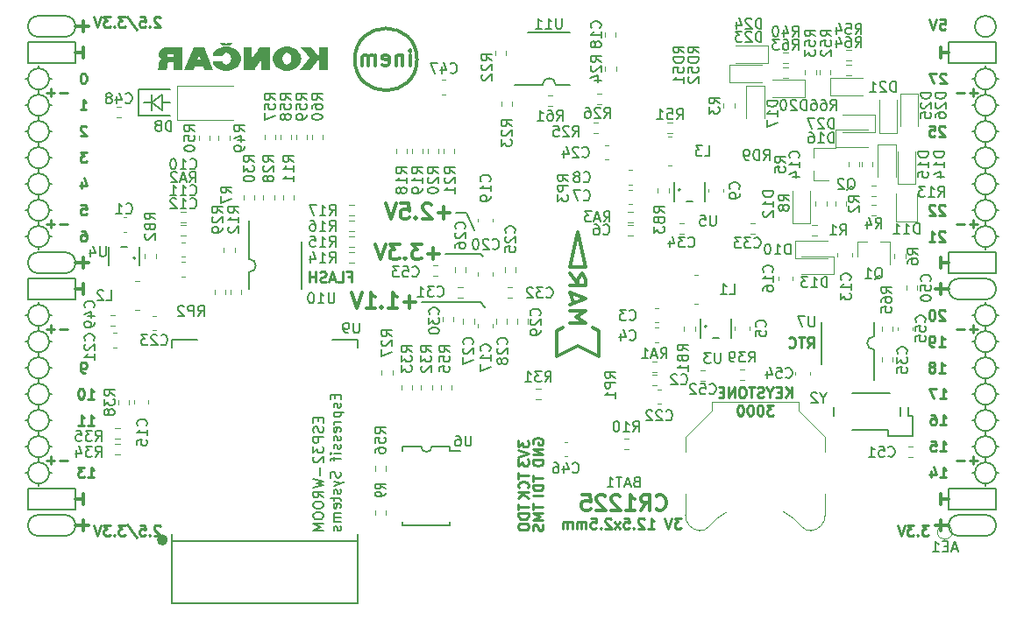
<source format=gbo>
G04 #@! TF.GenerationSoftware,KiCad,Pcbnew,5.0.0-rc2+dfsg1-3*
G04 #@! TF.CreationDate,2018-06-19T01:25:33+02:00*
G04 #@! TF.ProjectId,ulx3s,756C7833732E6B696361645F70636200,rev?*
G04 #@! TF.SameCoordinates,Original*
G04 #@! TF.FileFunction,Legend,Bot*
G04 #@! TF.FilePolarity,Positive*
%FSLAX46Y46*%
G04 Gerber Fmt 4.6, Leading zero omitted, Abs format (unit mm)*
G04 Created by KiCad (PCBNEW 5.0.0-rc2+dfsg1-3) date Tue Jun 19 01:25:33 2018*
%MOMM*%
%LPD*%
G01*
G04 APERTURE LIST*
%ADD10C,0.200000*%
%ADD11C,0.250000*%
%ADD12C,0.300000*%
%ADD13C,0.150000*%
%ADD14C,0.500000*%
%ADD15C,0.120000*%
%ADD16C,0.100000*%
G04 APERTURE END LIST*
D10*
X136660000Y-80742000D02*
X135644000Y-80742000D01*
X137422000Y-82393000D02*
X136660000Y-80742000D01*
X138057000Y-84679000D02*
X134628000Y-84679000D01*
X138311000Y-84933000D02*
X138057000Y-84679000D01*
X138057000Y-89378000D02*
X138438000Y-89886000D01*
X132342000Y-89378000D02*
X138057000Y-89378000D01*
D11*
X99893476Y-96180380D02*
X99703000Y-96180380D01*
X99607761Y-96132761D01*
X99560142Y-96085142D01*
X99464904Y-95942285D01*
X99417285Y-95751809D01*
X99417285Y-95370857D01*
X99464904Y-95275619D01*
X99512523Y-95228000D01*
X99607761Y-95180380D01*
X99798238Y-95180380D01*
X99893476Y-95228000D01*
X99941095Y-95275619D01*
X99988714Y-95370857D01*
X99988714Y-95608952D01*
X99941095Y-95704190D01*
X99893476Y-95751809D01*
X99798238Y-95799428D01*
X99607761Y-95799428D01*
X99512523Y-95751809D01*
X99464904Y-95704190D01*
X99417285Y-95608952D01*
X100147476Y-101260380D02*
X100718904Y-101260380D01*
X100433190Y-101260380D02*
X100433190Y-100260380D01*
X100528428Y-100403238D01*
X100623666Y-100498476D01*
X100718904Y-100546095D01*
X99195095Y-101260380D02*
X99766523Y-101260380D01*
X99480809Y-101260380D02*
X99480809Y-100260380D01*
X99576047Y-100403238D01*
X99671285Y-100498476D01*
X99766523Y-100546095D01*
D10*
X105037000Y-68804000D02*
X108085000Y-68804000D01*
X105037000Y-71344000D02*
X105037000Y-68804000D01*
X108085000Y-71344000D02*
X105037000Y-71344000D01*
X107323000Y-70074000D02*
X108085000Y-70074000D01*
X106307000Y-70074000D02*
X105545000Y-70074000D01*
X106307000Y-70836000D02*
X106307000Y-70074000D01*
X106307000Y-69312000D02*
X106307000Y-70836000D01*
X107323000Y-69312000D02*
X107323000Y-70836000D01*
X106307000Y-70074000D02*
X107323000Y-69312000D01*
X107323000Y-70836000D02*
X106307000Y-70074000D01*
D11*
X182887904Y-72415619D02*
X182840285Y-72368000D01*
X182745047Y-72320380D01*
X182506952Y-72320380D01*
X182411714Y-72368000D01*
X182364095Y-72415619D01*
X182316476Y-72510857D01*
X182316476Y-72606095D01*
X182364095Y-72748952D01*
X182935523Y-73320380D01*
X182316476Y-73320380D01*
X181411714Y-72320380D02*
X181887904Y-72320380D01*
X181935523Y-72796571D01*
X181887904Y-72748952D01*
X181792666Y-72701333D01*
X181554571Y-72701333D01*
X181459333Y-72748952D01*
X181411714Y-72796571D01*
X181364095Y-72891809D01*
X181364095Y-73129904D01*
X181411714Y-73225142D01*
X181459333Y-73272761D01*
X181554571Y-73320380D01*
X181792666Y-73320380D01*
X181887904Y-73272761D01*
X181935523Y-73225142D01*
X182887904Y-80035619D02*
X182840285Y-79988000D01*
X182745047Y-79940380D01*
X182506952Y-79940380D01*
X182411714Y-79988000D01*
X182364095Y-80035619D01*
X182316476Y-80130857D01*
X182316476Y-80226095D01*
X182364095Y-80368952D01*
X182935523Y-80940380D01*
X182316476Y-80940380D01*
X181935523Y-80035619D02*
X181887904Y-79988000D01*
X181792666Y-79940380D01*
X181554571Y-79940380D01*
X181459333Y-79988000D01*
X181411714Y-80035619D01*
X181364095Y-80130857D01*
X181364095Y-80226095D01*
X181411714Y-80368952D01*
X181983142Y-80940380D01*
X181364095Y-80940380D01*
X182887904Y-82575619D02*
X182840285Y-82528000D01*
X182745047Y-82480380D01*
X182506952Y-82480380D01*
X182411714Y-82528000D01*
X182364095Y-82575619D01*
X182316476Y-82670857D01*
X182316476Y-82766095D01*
X182364095Y-82908952D01*
X182935523Y-83480380D01*
X182316476Y-83480380D01*
X181364095Y-83480380D02*
X181935523Y-83480380D01*
X181649809Y-83480380D02*
X181649809Y-82480380D01*
X181745047Y-82623238D01*
X181840285Y-82718476D01*
X181935523Y-82766095D01*
X182887904Y-90195619D02*
X182840285Y-90148000D01*
X182745047Y-90100380D01*
X182506952Y-90100380D01*
X182411714Y-90148000D01*
X182364095Y-90195619D01*
X182316476Y-90290857D01*
X182316476Y-90386095D01*
X182364095Y-90528952D01*
X182935523Y-91100380D01*
X182316476Y-91100380D01*
X181697428Y-90100380D02*
X181602190Y-90100380D01*
X181506952Y-90148000D01*
X181459333Y-90195619D01*
X181411714Y-90290857D01*
X181364095Y-90481333D01*
X181364095Y-90719428D01*
X181411714Y-90909904D01*
X181459333Y-91005142D01*
X181506952Y-91052761D01*
X181602190Y-91100380D01*
X181697428Y-91100380D01*
X181792666Y-91052761D01*
X181840285Y-91005142D01*
X181887904Y-90909904D01*
X181935523Y-90719428D01*
X181935523Y-90481333D01*
X181887904Y-90290857D01*
X181840285Y-90195619D01*
X181792666Y-90148000D01*
X181697428Y-90100380D01*
X182316476Y-93640380D02*
X182887904Y-93640380D01*
X182602190Y-93640380D02*
X182602190Y-92640380D01*
X182697428Y-92783238D01*
X182792666Y-92878476D01*
X182887904Y-92926095D01*
X181840285Y-93640380D02*
X181649809Y-93640380D01*
X181554571Y-93592761D01*
X181506952Y-93545142D01*
X181411714Y-93402285D01*
X181364095Y-93211809D01*
X181364095Y-92830857D01*
X181411714Y-92735619D01*
X181459333Y-92688000D01*
X181554571Y-92640380D01*
X181745047Y-92640380D01*
X181840285Y-92688000D01*
X181887904Y-92735619D01*
X181935523Y-92830857D01*
X181935523Y-93068952D01*
X181887904Y-93164190D01*
X181840285Y-93211809D01*
X181745047Y-93259428D01*
X181554571Y-93259428D01*
X181459333Y-93211809D01*
X181411714Y-93164190D01*
X181364095Y-93068952D01*
X182316476Y-96180380D02*
X182887904Y-96180380D01*
X182602190Y-96180380D02*
X182602190Y-95180380D01*
X182697428Y-95323238D01*
X182792666Y-95418476D01*
X182887904Y-95466095D01*
X181745047Y-95608952D02*
X181840285Y-95561333D01*
X181887904Y-95513714D01*
X181935523Y-95418476D01*
X181935523Y-95370857D01*
X181887904Y-95275619D01*
X181840285Y-95228000D01*
X181745047Y-95180380D01*
X181554571Y-95180380D01*
X181459333Y-95228000D01*
X181411714Y-95275619D01*
X181364095Y-95370857D01*
X181364095Y-95418476D01*
X181411714Y-95513714D01*
X181459333Y-95561333D01*
X181554571Y-95608952D01*
X181745047Y-95608952D01*
X181840285Y-95656571D01*
X181887904Y-95704190D01*
X181935523Y-95799428D01*
X181935523Y-95989904D01*
X181887904Y-96085142D01*
X181840285Y-96132761D01*
X181745047Y-96180380D01*
X181554571Y-96180380D01*
X181459333Y-96132761D01*
X181411714Y-96085142D01*
X181364095Y-95989904D01*
X181364095Y-95799428D01*
X181411714Y-95704190D01*
X181459333Y-95656571D01*
X181554571Y-95608952D01*
X125269476Y-86893571D02*
X125602809Y-86893571D01*
X125602809Y-87417380D02*
X125602809Y-86417380D01*
X125126619Y-86417380D01*
X124269476Y-87417380D02*
X124745666Y-87417380D01*
X124745666Y-86417380D01*
X123983761Y-87131666D02*
X123507571Y-87131666D01*
X124079000Y-87417380D02*
X123745666Y-86417380D01*
X123412333Y-87417380D01*
X123126619Y-87369761D02*
X122983761Y-87417380D01*
X122745666Y-87417380D01*
X122650428Y-87369761D01*
X122602809Y-87322142D01*
X122555190Y-87226904D01*
X122555190Y-87131666D01*
X122602809Y-87036428D01*
X122650428Y-86988809D01*
X122745666Y-86941190D01*
X122936142Y-86893571D01*
X123031380Y-86845952D01*
X123079000Y-86798333D01*
X123126619Y-86703095D01*
X123126619Y-86607857D01*
X123079000Y-86512619D01*
X123031380Y-86465000D01*
X122936142Y-86417380D01*
X122698047Y-86417380D01*
X122555190Y-86465000D01*
X122126619Y-87417380D02*
X122126619Y-86417380D01*
X122126619Y-86893571D02*
X121555190Y-86893571D01*
X121555190Y-87417380D02*
X121555190Y-86417380D01*
X157418095Y-110252380D02*
X156799047Y-110252380D01*
X157132380Y-110633333D01*
X156989523Y-110633333D01*
X156894285Y-110680952D01*
X156846666Y-110728571D01*
X156799047Y-110823809D01*
X156799047Y-111061904D01*
X156846666Y-111157142D01*
X156894285Y-111204761D01*
X156989523Y-111252380D01*
X157275238Y-111252380D01*
X157370476Y-111204761D01*
X157418095Y-111157142D01*
X156513333Y-110252380D02*
X156180000Y-111252380D01*
X155846666Y-110252380D01*
X154227619Y-111252380D02*
X154799047Y-111252380D01*
X154513333Y-111252380D02*
X154513333Y-110252380D01*
X154608571Y-110395238D01*
X154703809Y-110490476D01*
X154799047Y-110538095D01*
X153846666Y-110347619D02*
X153799047Y-110300000D01*
X153703809Y-110252380D01*
X153465714Y-110252380D01*
X153370476Y-110300000D01*
X153322857Y-110347619D01*
X153275238Y-110442857D01*
X153275238Y-110538095D01*
X153322857Y-110680952D01*
X153894285Y-111252380D01*
X153275238Y-111252380D01*
X152846666Y-111157142D02*
X152799047Y-111204761D01*
X152846666Y-111252380D01*
X152894285Y-111204761D01*
X152846666Y-111157142D01*
X152846666Y-111252380D01*
X151894285Y-110252380D02*
X152370476Y-110252380D01*
X152418095Y-110728571D01*
X152370476Y-110680952D01*
X152275238Y-110633333D01*
X152037142Y-110633333D01*
X151941904Y-110680952D01*
X151894285Y-110728571D01*
X151846666Y-110823809D01*
X151846666Y-111061904D01*
X151894285Y-111157142D01*
X151941904Y-111204761D01*
X152037142Y-111252380D01*
X152275238Y-111252380D01*
X152370476Y-111204761D01*
X152418095Y-111157142D01*
X151513333Y-111252380D02*
X150989523Y-110585714D01*
X151513333Y-110585714D02*
X150989523Y-111252380D01*
X150656190Y-110347619D02*
X150608571Y-110300000D01*
X150513333Y-110252380D01*
X150275238Y-110252380D01*
X150180000Y-110300000D01*
X150132380Y-110347619D01*
X150084761Y-110442857D01*
X150084761Y-110538095D01*
X150132380Y-110680952D01*
X150703809Y-111252380D01*
X150084761Y-111252380D01*
X149656190Y-111157142D02*
X149608571Y-111204761D01*
X149656190Y-111252380D01*
X149703809Y-111204761D01*
X149656190Y-111157142D01*
X149656190Y-111252380D01*
X148703809Y-110252380D02*
X149180000Y-110252380D01*
X149227619Y-110728571D01*
X149180000Y-110680952D01*
X149084761Y-110633333D01*
X148846666Y-110633333D01*
X148751428Y-110680952D01*
X148703809Y-110728571D01*
X148656190Y-110823809D01*
X148656190Y-111061904D01*
X148703809Y-111157142D01*
X148751428Y-111204761D01*
X148846666Y-111252380D01*
X149084761Y-111252380D01*
X149180000Y-111204761D01*
X149227619Y-111157142D01*
X148227619Y-111252380D02*
X148227619Y-110585714D01*
X148227619Y-110680952D02*
X148180000Y-110633333D01*
X148084761Y-110585714D01*
X147941904Y-110585714D01*
X147846666Y-110633333D01*
X147799047Y-110728571D01*
X147799047Y-111252380D01*
X147799047Y-110728571D02*
X147751428Y-110633333D01*
X147656190Y-110585714D01*
X147513333Y-110585714D01*
X147418095Y-110633333D01*
X147370476Y-110728571D01*
X147370476Y-111252380D01*
X146894285Y-111252380D02*
X146894285Y-110585714D01*
X146894285Y-110680952D02*
X146846666Y-110633333D01*
X146751428Y-110585714D01*
X146608571Y-110585714D01*
X146513333Y-110633333D01*
X146465714Y-110728571D01*
X146465714Y-111252380D01*
X146465714Y-110728571D02*
X146418095Y-110633333D01*
X146322857Y-110585714D01*
X146180000Y-110585714D01*
X146084761Y-110633333D01*
X146037142Y-110728571D01*
X146037142Y-111252380D01*
X168085000Y-98577380D02*
X168085000Y-97577380D01*
X167513571Y-98577380D02*
X167942142Y-98005952D01*
X167513571Y-97577380D02*
X168085000Y-98148809D01*
X167085000Y-98053571D02*
X166751666Y-98053571D01*
X166608809Y-98577380D02*
X167085000Y-98577380D01*
X167085000Y-97577380D01*
X166608809Y-97577380D01*
X165989761Y-98101190D02*
X165989761Y-98577380D01*
X166323095Y-97577380D02*
X165989761Y-98101190D01*
X165656428Y-97577380D01*
X165370714Y-98529761D02*
X165227857Y-98577380D01*
X164989761Y-98577380D01*
X164894523Y-98529761D01*
X164846904Y-98482142D01*
X164799285Y-98386904D01*
X164799285Y-98291666D01*
X164846904Y-98196428D01*
X164894523Y-98148809D01*
X164989761Y-98101190D01*
X165180238Y-98053571D01*
X165275476Y-98005952D01*
X165323095Y-97958333D01*
X165370714Y-97863095D01*
X165370714Y-97767857D01*
X165323095Y-97672619D01*
X165275476Y-97625000D01*
X165180238Y-97577380D01*
X164942142Y-97577380D01*
X164799285Y-97625000D01*
X164513571Y-97577380D02*
X163942142Y-97577380D01*
X164227857Y-98577380D02*
X164227857Y-97577380D01*
X163418333Y-97577380D02*
X163227857Y-97577380D01*
X163132619Y-97625000D01*
X163037380Y-97720238D01*
X162989761Y-97910714D01*
X162989761Y-98244047D01*
X163037380Y-98434523D01*
X163132619Y-98529761D01*
X163227857Y-98577380D01*
X163418333Y-98577380D01*
X163513571Y-98529761D01*
X163608809Y-98434523D01*
X163656428Y-98244047D01*
X163656428Y-97910714D01*
X163608809Y-97720238D01*
X163513571Y-97625000D01*
X163418333Y-97577380D01*
X162561190Y-98577380D02*
X162561190Y-97577380D01*
X161989761Y-98577380D01*
X161989761Y-97577380D01*
X161513571Y-98053571D02*
X161180238Y-98053571D01*
X161037380Y-98577380D02*
X161513571Y-98577380D01*
X161513571Y-97577380D01*
X161037380Y-97577380D01*
X166346904Y-99327380D02*
X165727857Y-99327380D01*
X166061190Y-99708333D01*
X165918333Y-99708333D01*
X165823095Y-99755952D01*
X165775476Y-99803571D01*
X165727857Y-99898809D01*
X165727857Y-100136904D01*
X165775476Y-100232142D01*
X165823095Y-100279761D01*
X165918333Y-100327380D01*
X166204047Y-100327380D01*
X166299285Y-100279761D01*
X166346904Y-100232142D01*
X165108809Y-99327380D02*
X165013571Y-99327380D01*
X164918333Y-99375000D01*
X164870714Y-99422619D01*
X164823095Y-99517857D01*
X164775476Y-99708333D01*
X164775476Y-99946428D01*
X164823095Y-100136904D01*
X164870714Y-100232142D01*
X164918333Y-100279761D01*
X165013571Y-100327380D01*
X165108809Y-100327380D01*
X165204047Y-100279761D01*
X165251666Y-100232142D01*
X165299285Y-100136904D01*
X165346904Y-99946428D01*
X165346904Y-99708333D01*
X165299285Y-99517857D01*
X165251666Y-99422619D01*
X165204047Y-99375000D01*
X165108809Y-99327380D01*
X164156428Y-99327380D02*
X164061190Y-99327380D01*
X163965952Y-99375000D01*
X163918333Y-99422619D01*
X163870714Y-99517857D01*
X163823095Y-99708333D01*
X163823095Y-99946428D01*
X163870714Y-100136904D01*
X163918333Y-100232142D01*
X163965952Y-100279761D01*
X164061190Y-100327380D01*
X164156428Y-100327380D01*
X164251666Y-100279761D01*
X164299285Y-100232142D01*
X164346904Y-100136904D01*
X164394523Y-99946428D01*
X164394523Y-99708333D01*
X164346904Y-99517857D01*
X164299285Y-99422619D01*
X164251666Y-99375000D01*
X164156428Y-99327380D01*
X163204047Y-99327380D02*
X163108809Y-99327380D01*
X163013571Y-99375000D01*
X162965952Y-99422619D01*
X162918333Y-99517857D01*
X162870714Y-99708333D01*
X162870714Y-99946428D01*
X162918333Y-100136904D01*
X162965952Y-100232142D01*
X163013571Y-100279761D01*
X163108809Y-100327380D01*
X163204047Y-100327380D01*
X163299285Y-100279761D01*
X163346904Y-100232142D01*
X163394523Y-100136904D01*
X163442142Y-99946428D01*
X163442142Y-99708333D01*
X163394523Y-99517857D01*
X163346904Y-99422619D01*
X163299285Y-99375000D01*
X163204047Y-99327380D01*
D12*
X182492000Y-87582000D02*
X182492000Y-88598000D01*
X183254000Y-88090000D02*
X181984000Y-88090000D01*
X182492000Y-110442000D02*
X182492000Y-111458000D01*
X183254000Y-110950000D02*
X181984000Y-110950000D01*
X99688000Y-62182000D02*
X99688000Y-63198000D01*
X98926000Y-62690000D02*
X100196000Y-62690000D01*
X99688000Y-110442000D02*
X99688000Y-111458000D01*
X98926000Y-110950000D02*
X100196000Y-110950000D01*
X99688000Y-85042000D02*
X99688000Y-86058000D01*
X98926000Y-85550000D02*
X100196000Y-85550000D01*
D10*
X187826000Y-62690000D02*
G75*
G03X187826000Y-62690000I-1016000J0D01*
G01*
X184270000Y-87074000D02*
X186810000Y-87074000D01*
X184270000Y-89106000D02*
X186810000Y-89106000D01*
X184270000Y-87074000D02*
G75*
G03X184270000Y-89106000I0J-1016000D01*
G01*
X186810000Y-89106000D02*
G75*
G03X186810000Y-87074000I0J1016000D01*
G01*
X184270000Y-111966000D02*
X186810000Y-111966000D01*
X184270000Y-109934000D02*
X186810000Y-109934000D01*
X184270000Y-109934000D02*
G75*
G03X184270000Y-111966000I0J-1016000D01*
G01*
X186810000Y-111966000D02*
G75*
G03X186810000Y-109934000I0J1016000D01*
G01*
X97910000Y-63706000D02*
G75*
G03X97910000Y-61674000I0J1016000D01*
G01*
X95370000Y-61674000D02*
X97910000Y-61674000D01*
X95370000Y-63706000D02*
X97910000Y-63706000D01*
X95370000Y-61674000D02*
G75*
G03X95370000Y-63706000I0J-1016000D01*
G01*
X95370000Y-86566000D02*
X97910000Y-86566000D01*
X95370000Y-84534000D02*
X97910000Y-84534000D01*
X95370000Y-84534000D02*
G75*
G03X95370000Y-86566000I0J-1016000D01*
G01*
X97910000Y-86566000D02*
G75*
G03X97910000Y-84534000I0J1016000D01*
G01*
X95370000Y-111966000D02*
X97910000Y-111966000D01*
X95370000Y-109934000D02*
X97910000Y-109934000D01*
X95370000Y-109934000D02*
G75*
G03X95370000Y-111966000I0J-1016000D01*
G01*
X97910000Y-111966000D02*
G75*
G03X97910000Y-109934000I0J1016000D01*
G01*
X98926000Y-107394000D02*
X94354000Y-107394000D01*
X98926000Y-109426000D02*
X98926000Y-107394000D01*
X94354000Y-109426000D02*
X98926000Y-109426000D01*
X94354000Y-107394000D02*
X94354000Y-109426000D01*
X187826000Y-107394000D02*
X183254000Y-107394000D01*
X187826000Y-109426000D02*
X187826000Y-107394000D01*
X183254000Y-109426000D02*
X187826000Y-109426000D01*
X183254000Y-107394000D02*
X183254000Y-109426000D01*
X187826000Y-84534000D02*
X183254000Y-84534000D01*
X187826000Y-86566000D02*
X187826000Y-84534000D01*
X183254000Y-86566000D02*
X187826000Y-86566000D01*
X183254000Y-84534000D02*
X183254000Y-86566000D01*
X187826000Y-64214000D02*
X183254000Y-64214000D01*
X187826000Y-66246000D02*
X187826000Y-64214000D01*
X183254000Y-66246000D02*
X187826000Y-66246000D01*
X183254000Y-64214000D02*
X183254000Y-66246000D01*
X98926000Y-64214000D02*
X94354000Y-64214000D01*
X98926000Y-66246000D02*
X98926000Y-64214000D01*
X94354000Y-66246000D02*
X98926000Y-66246000D01*
X94354000Y-64214000D02*
X94354000Y-66246000D01*
X98926000Y-87074000D02*
X94354000Y-87074000D01*
X98926000Y-89106000D02*
X98926000Y-87074000D01*
X94354000Y-89106000D02*
X98926000Y-89106000D01*
X94354000Y-87074000D02*
X94354000Y-89106000D01*
D11*
X186032000Y-91971428D02*
X185270095Y-91971428D01*
X185651047Y-92352380D02*
X185651047Y-91590476D01*
X184793904Y-91971428D02*
X184032000Y-91971428D01*
X186032000Y-69111428D02*
X185270095Y-69111428D01*
X185651047Y-69492380D02*
X185651047Y-68730476D01*
X184793904Y-69111428D02*
X184032000Y-69111428D01*
X186032000Y-81811428D02*
X185270095Y-81811428D01*
X185651047Y-82192380D02*
X185651047Y-81430476D01*
X184793904Y-81811428D02*
X184032000Y-81811428D01*
X186032000Y-104671428D02*
X185270095Y-104671428D01*
X185651047Y-105052380D02*
X185651047Y-104290476D01*
X184793904Y-104671428D02*
X184032000Y-104671428D01*
X98148000Y-104671428D02*
X97386095Y-104671428D01*
X96909904Y-104671428D02*
X96148000Y-104671428D01*
X96528952Y-105052380D02*
X96528952Y-104290476D01*
X98148000Y-91971428D02*
X97386095Y-91971428D01*
X96909904Y-91971428D02*
X96148000Y-91971428D01*
X96528952Y-92352380D02*
X96528952Y-91590476D01*
X98148000Y-81811428D02*
X97386095Y-81811428D01*
X96909904Y-81811428D02*
X96148000Y-81811428D01*
X96528952Y-82192380D02*
X96528952Y-81430476D01*
X98148000Y-69111428D02*
X97386095Y-69111428D01*
X96909904Y-69111428D02*
X96148000Y-69111428D01*
X96528952Y-69492380D02*
X96528952Y-68730476D01*
D12*
X182492000Y-107902000D02*
X182492000Y-108918000D01*
X183254000Y-108410000D02*
X182492000Y-108410000D01*
D10*
X95370000Y-96726000D02*
X95370000Y-97234000D01*
X96386000Y-95710000D02*
X96640000Y-95710000D01*
X94354000Y-95710000D02*
X94100000Y-95710000D01*
X187826000Y-98250000D02*
X188080000Y-98250000D01*
X187826000Y-83010000D02*
X188080000Y-83010000D01*
X95370000Y-107140000D02*
X95370000Y-106886000D01*
X96386000Y-105870000D02*
X96640000Y-105870000D01*
X94354000Y-105870000D02*
X94100000Y-105870000D01*
X94354000Y-103330000D02*
X94100000Y-103330000D01*
X95370000Y-104346000D02*
X95370000Y-104854000D01*
X96386000Y-103330000D02*
X96640000Y-103330000D01*
X94354000Y-100790000D02*
X94100000Y-100790000D01*
X95370000Y-102314000D02*
X95370000Y-101806000D01*
X96386000Y-100790000D02*
X96640000Y-100790000D01*
X95370000Y-99266000D02*
X95370000Y-99774000D01*
X94354000Y-98250000D02*
X94100000Y-98250000D01*
X96386000Y-98250000D02*
X96640000Y-98250000D01*
X95370000Y-94186000D02*
X95370000Y-94694000D01*
X96386000Y-93170000D02*
X96640000Y-93170000D01*
X94354000Y-93170000D02*
X94100000Y-93170000D01*
X94354000Y-90630000D02*
X94100000Y-90630000D01*
X95370000Y-91646000D02*
X95370000Y-92154000D01*
X96640000Y-90630000D02*
X96386000Y-90630000D01*
X95370000Y-89360000D02*
X95370000Y-89614000D01*
X94354000Y-83010000D02*
X94100000Y-83010000D01*
X95370000Y-84280000D02*
X95370000Y-84026000D01*
X96386000Y-83010000D02*
X96640000Y-83010000D01*
X95370000Y-81486000D02*
X95370000Y-81994000D01*
X94354000Y-80470000D02*
X94100000Y-80470000D01*
X96640000Y-80470000D02*
X96386000Y-80470000D01*
X95370000Y-78946000D02*
X95370000Y-79454000D01*
X96386000Y-77930000D02*
X96640000Y-77930000D01*
X94354000Y-77930000D02*
X94100000Y-77930000D01*
X95370000Y-76406000D02*
X95370000Y-76914000D01*
X94354000Y-75390000D02*
X94100000Y-75390000D01*
X96386000Y-75390000D02*
X96640000Y-75390000D01*
X95370000Y-73866000D02*
X95370000Y-74374000D01*
X96386000Y-72850000D02*
X96640000Y-72850000D01*
X94100000Y-72850000D02*
X94354000Y-72850000D01*
X94354000Y-70310000D02*
X94100000Y-70310000D01*
X96640000Y-70310000D02*
X96386000Y-70310000D01*
X95370000Y-71326000D02*
X95370000Y-71834000D01*
X95370000Y-68786000D02*
X95370000Y-69294000D01*
X96386000Y-67770000D02*
X96640000Y-67770000D01*
X94354000Y-67770000D02*
X94100000Y-67770000D01*
X95370000Y-66500000D02*
X95370000Y-66754000D01*
X187826000Y-105870000D02*
X188080000Y-105870000D01*
X186810000Y-107140000D02*
X186810000Y-106886000D01*
X185540000Y-105870000D02*
X185794000Y-105870000D01*
X186810000Y-104346000D02*
X186810000Y-104854000D01*
X187826000Y-103330000D02*
X188080000Y-103330000D01*
X185540000Y-103330000D02*
X185794000Y-103330000D01*
X186810000Y-101806000D02*
X186810000Y-102314000D01*
X187826000Y-100790000D02*
X188080000Y-100790000D01*
X185540000Y-100790000D02*
X185794000Y-100790000D01*
X186810000Y-99266000D02*
X186810000Y-99774000D01*
X185540000Y-98250000D02*
X185794000Y-98250000D01*
X186810000Y-97234000D02*
X186810000Y-96726000D01*
X187826000Y-95710000D02*
X188080000Y-95710000D01*
X185540000Y-95710000D02*
X185794000Y-95710000D01*
X186810000Y-94694000D02*
X186810000Y-94186000D01*
X187826000Y-93170000D02*
X188080000Y-93170000D01*
X185540000Y-93170000D02*
X185794000Y-93170000D01*
X186810000Y-92154000D02*
X186810000Y-91646000D01*
X187826000Y-90630000D02*
X188080000Y-90630000D01*
X185540000Y-90630000D02*
X185794000Y-90630000D01*
X186810000Y-89360000D02*
X186810000Y-89614000D01*
X186810000Y-84280000D02*
X186810000Y-84026000D01*
X185540000Y-83010000D02*
X185794000Y-83010000D01*
X186810000Y-81994000D02*
X186810000Y-81486000D01*
X185794000Y-80470000D02*
X185540000Y-80470000D01*
X187826000Y-80470000D02*
X188080000Y-80470000D01*
X186810000Y-78946000D02*
X186810000Y-79454000D01*
X185794000Y-77930000D02*
X185540000Y-77930000D01*
X187826000Y-77930000D02*
X188080000Y-77930000D01*
X186810000Y-76406000D02*
X186810000Y-76914000D01*
X186810000Y-73866000D02*
X186810000Y-74374000D01*
X185794000Y-75390000D02*
X185540000Y-75390000D01*
X187826000Y-75390000D02*
X188080000Y-75390000D01*
X187826000Y-72850000D02*
X188080000Y-72850000D01*
X185540000Y-72850000D02*
X185794000Y-72850000D01*
X186810000Y-71834000D02*
X186810000Y-71326000D01*
X187826000Y-70310000D02*
X188080000Y-70310000D01*
X185540000Y-70310000D02*
X185794000Y-70310000D01*
X187826000Y-67770000D02*
X188080000Y-67770000D01*
X186810000Y-68786000D02*
X186810000Y-69294000D01*
X185540000Y-67770000D02*
X185794000Y-67770000D01*
X186810000Y-66500000D02*
X186810000Y-66754000D01*
X187826000Y-67770000D02*
G75*
G03X187826000Y-67770000I-1016000J0D01*
G01*
X187826000Y-70310000D02*
G75*
G03X187826000Y-70310000I-1016000J0D01*
G01*
X187826000Y-72850000D02*
G75*
G03X187826000Y-72850000I-1016000J0D01*
G01*
X187826000Y-75390000D02*
G75*
G03X187826000Y-75390000I-1016000J0D01*
G01*
X187826000Y-77930000D02*
G75*
G03X187826000Y-77930000I-1016000J0D01*
G01*
X187826000Y-80470000D02*
G75*
G03X187826000Y-80470000I-1016000J0D01*
G01*
X187826000Y-83010000D02*
G75*
G03X187826000Y-83010000I-1016000J0D01*
G01*
X187826000Y-90630000D02*
G75*
G03X187826000Y-90630000I-1016000J0D01*
G01*
X187826000Y-93170000D02*
G75*
G03X187826000Y-93170000I-1016000J0D01*
G01*
X187826000Y-95710000D02*
G75*
G03X187826000Y-95710000I-1016000J0D01*
G01*
X187826000Y-98250000D02*
G75*
G03X187826000Y-98250000I-1016000J0D01*
G01*
X187826000Y-100790000D02*
G75*
G03X187826000Y-100790000I-1016000J0D01*
G01*
X187826000Y-103330000D02*
G75*
G03X187826000Y-103330000I-1016000J0D01*
G01*
X187826000Y-105870000D02*
G75*
G03X187826000Y-105870000I-1016000J0D01*
G01*
X96386000Y-105870000D02*
G75*
G03X96386000Y-105870000I-1016000J0D01*
G01*
X96386000Y-103330000D02*
G75*
G03X96386000Y-103330000I-1016000J0D01*
G01*
X96386000Y-100790000D02*
G75*
G03X96386000Y-100790000I-1016000J0D01*
G01*
X96386000Y-98250000D02*
G75*
G03X96386000Y-98250000I-1016000J0D01*
G01*
X96386000Y-95710000D02*
G75*
G03X96386000Y-95710000I-1016000J0D01*
G01*
X96386000Y-93170000D02*
G75*
G03X96386000Y-93170000I-1016000J0D01*
G01*
X96386000Y-90630000D02*
G75*
G03X96386000Y-90630000I-1016000J0D01*
G01*
X96386000Y-83010000D02*
G75*
G03X96386000Y-83010000I-1016000J0D01*
G01*
X96386000Y-80470000D02*
G75*
G03X96386000Y-80470000I-1016000J0D01*
G01*
X96386000Y-77930000D02*
G75*
G03X96386000Y-77930000I-1016000J0D01*
G01*
X96386000Y-75390000D02*
G75*
G03X96386000Y-75390000I-1016000J0D01*
G01*
X96386000Y-72850000D02*
G75*
G03X96386000Y-72850000I-1016000J0D01*
G01*
X96386000Y-70310000D02*
G75*
G03X96386000Y-70310000I-1016000J0D01*
G01*
X96386000Y-67770000D02*
G75*
G03X96386000Y-67770000I-1016000J0D01*
G01*
D11*
X182428476Y-62015380D02*
X182904666Y-62015380D01*
X182952285Y-62491571D01*
X182904666Y-62443952D01*
X182809428Y-62396333D01*
X182571333Y-62396333D01*
X182476095Y-62443952D01*
X182428476Y-62491571D01*
X182380857Y-62586809D01*
X182380857Y-62824904D01*
X182428476Y-62920142D01*
X182476095Y-62967761D01*
X182571333Y-63015380D01*
X182809428Y-63015380D01*
X182904666Y-62967761D01*
X182952285Y-62920142D01*
X182095142Y-62015380D02*
X181761809Y-63015380D01*
X181428476Y-62015380D01*
D12*
X182492000Y-64722000D02*
X182492000Y-65738000D01*
X183254000Y-65230000D02*
X182492000Y-65230000D01*
D11*
X182999904Y-67317619D02*
X182952285Y-67270000D01*
X182857047Y-67222380D01*
X182618952Y-67222380D01*
X182523714Y-67270000D01*
X182476095Y-67317619D01*
X182428476Y-67412857D01*
X182428476Y-67508095D01*
X182476095Y-67650952D01*
X183047523Y-68222380D01*
X182428476Y-68222380D01*
X182095142Y-67222380D02*
X181428476Y-67222380D01*
X181857047Y-68222380D01*
D12*
X182492000Y-85042000D02*
X182492000Y-86058000D01*
X183254000Y-85550000D02*
X182492000Y-85550000D01*
D11*
X182428476Y-98702380D02*
X182999904Y-98702380D01*
X182714190Y-98702380D02*
X182714190Y-97702380D01*
X182809428Y-97845238D01*
X182904666Y-97940476D01*
X182999904Y-97988095D01*
X182095142Y-97702380D02*
X181428476Y-97702380D01*
X181857047Y-98702380D01*
X182428476Y-101242380D02*
X182999904Y-101242380D01*
X182714190Y-101242380D02*
X182714190Y-100242380D01*
X182809428Y-100385238D01*
X182904666Y-100480476D01*
X182999904Y-100528095D01*
X181571333Y-100242380D02*
X181761809Y-100242380D01*
X181857047Y-100290000D01*
X181904666Y-100337619D01*
X181999904Y-100480476D01*
X182047523Y-100670952D01*
X182047523Y-101051904D01*
X181999904Y-101147142D01*
X181952285Y-101194761D01*
X181857047Y-101242380D01*
X181666571Y-101242380D01*
X181571333Y-101194761D01*
X181523714Y-101147142D01*
X181476095Y-101051904D01*
X181476095Y-100813809D01*
X181523714Y-100718571D01*
X181571333Y-100670952D01*
X181666571Y-100623333D01*
X181857047Y-100623333D01*
X181952285Y-100670952D01*
X181999904Y-100718571D01*
X182047523Y-100813809D01*
X182428476Y-103782380D02*
X182999904Y-103782380D01*
X182714190Y-103782380D02*
X182714190Y-102782380D01*
X182809428Y-102925238D01*
X182904666Y-103020476D01*
X182999904Y-103068095D01*
X181523714Y-102782380D02*
X181999904Y-102782380D01*
X182047523Y-103258571D01*
X181999904Y-103210952D01*
X181904666Y-103163333D01*
X181666571Y-103163333D01*
X181571333Y-103210952D01*
X181523714Y-103258571D01*
X181476095Y-103353809D01*
X181476095Y-103591904D01*
X181523714Y-103687142D01*
X181571333Y-103734761D01*
X181666571Y-103782380D01*
X181904666Y-103782380D01*
X181999904Y-103734761D01*
X182047523Y-103687142D01*
X182428476Y-106322380D02*
X182999904Y-106322380D01*
X182714190Y-106322380D02*
X182714190Y-105322380D01*
X182809428Y-105465238D01*
X182904666Y-105560476D01*
X182999904Y-105608095D01*
X181571333Y-105655714D02*
X181571333Y-106322380D01*
X181809428Y-105274761D02*
X182047523Y-105989047D01*
X181428476Y-105989047D01*
X181312642Y-110928380D02*
X180693595Y-110928380D01*
X181026928Y-111309333D01*
X180884071Y-111309333D01*
X180788833Y-111356952D01*
X180741214Y-111404571D01*
X180693595Y-111499809D01*
X180693595Y-111737904D01*
X180741214Y-111833142D01*
X180788833Y-111880761D01*
X180884071Y-111928380D01*
X181169785Y-111928380D01*
X181265023Y-111880761D01*
X181312642Y-111833142D01*
X180265023Y-111833142D02*
X180217404Y-111880761D01*
X180265023Y-111928380D01*
X180312642Y-111880761D01*
X180265023Y-111833142D01*
X180265023Y-111928380D01*
X179884071Y-110928380D02*
X179265023Y-110928380D01*
X179598357Y-111309333D01*
X179455500Y-111309333D01*
X179360261Y-111356952D01*
X179312642Y-111404571D01*
X179265023Y-111499809D01*
X179265023Y-111737904D01*
X179312642Y-111833142D01*
X179360261Y-111880761D01*
X179455500Y-111928380D01*
X179741214Y-111928380D01*
X179836452Y-111880761D01*
X179884071Y-111833142D01*
X178979309Y-110928380D02*
X178645976Y-111928380D01*
X178312642Y-110928380D01*
D12*
X99688000Y-108918000D02*
X99688000Y-107902000D01*
X98926000Y-108410000D02*
X99688000Y-108410000D01*
X99688000Y-88598000D02*
X99688000Y-87582000D01*
X98926000Y-88090000D02*
X99688000Y-88090000D01*
X99688000Y-64722000D02*
X99688000Y-65738000D01*
X98926000Y-65230000D02*
X99688000Y-65230000D01*
D11*
X107103690Y-111023619D02*
X107056071Y-110976000D01*
X106960833Y-110928380D01*
X106722738Y-110928380D01*
X106627500Y-110976000D01*
X106579880Y-111023619D01*
X106532261Y-111118857D01*
X106532261Y-111214095D01*
X106579880Y-111356952D01*
X107151309Y-111928380D01*
X106532261Y-111928380D01*
X106103690Y-111833142D02*
X106056071Y-111880761D01*
X106103690Y-111928380D01*
X106151309Y-111880761D01*
X106103690Y-111833142D01*
X106103690Y-111928380D01*
X105151309Y-110928380D02*
X105627500Y-110928380D01*
X105675119Y-111404571D01*
X105627500Y-111356952D01*
X105532261Y-111309333D01*
X105294166Y-111309333D01*
X105198928Y-111356952D01*
X105151309Y-111404571D01*
X105103690Y-111499809D01*
X105103690Y-111737904D01*
X105151309Y-111833142D01*
X105198928Y-111880761D01*
X105294166Y-111928380D01*
X105532261Y-111928380D01*
X105627500Y-111880761D01*
X105675119Y-111833142D01*
X103960833Y-110880761D02*
X104817976Y-112166476D01*
X103722738Y-110928380D02*
X103103690Y-110928380D01*
X103437023Y-111309333D01*
X103294166Y-111309333D01*
X103198928Y-111356952D01*
X103151309Y-111404571D01*
X103103690Y-111499809D01*
X103103690Y-111737904D01*
X103151309Y-111833142D01*
X103198928Y-111880761D01*
X103294166Y-111928380D01*
X103579880Y-111928380D01*
X103675119Y-111880761D01*
X103722738Y-111833142D01*
X102675119Y-111833142D02*
X102627500Y-111880761D01*
X102675119Y-111928380D01*
X102722738Y-111880761D01*
X102675119Y-111833142D01*
X102675119Y-111928380D01*
X102294166Y-110928380D02*
X101675119Y-110928380D01*
X102008452Y-111309333D01*
X101865595Y-111309333D01*
X101770357Y-111356952D01*
X101722738Y-111404571D01*
X101675119Y-111499809D01*
X101675119Y-111737904D01*
X101722738Y-111833142D01*
X101770357Y-111880761D01*
X101865595Y-111928380D01*
X102151309Y-111928380D01*
X102246547Y-111880761D01*
X102294166Y-111833142D01*
X101389404Y-110928380D02*
X101056071Y-111928380D01*
X100722738Y-110928380D01*
X100132476Y-106322380D02*
X100703904Y-106322380D01*
X100418190Y-106322380D02*
X100418190Y-105322380D01*
X100513428Y-105465238D01*
X100608666Y-105560476D01*
X100703904Y-105608095D01*
X99799142Y-105322380D02*
X99180095Y-105322380D01*
X99513428Y-105703333D01*
X99370571Y-105703333D01*
X99275333Y-105750952D01*
X99227714Y-105798571D01*
X99180095Y-105893809D01*
X99180095Y-106131904D01*
X99227714Y-106227142D01*
X99275333Y-106274761D01*
X99370571Y-106322380D01*
X99656285Y-106322380D01*
X99751523Y-106274761D01*
X99799142Y-106227142D01*
X100147476Y-98720380D02*
X100718904Y-98720380D01*
X100433190Y-98720380D02*
X100433190Y-97720380D01*
X100528428Y-97863238D01*
X100623666Y-97958476D01*
X100718904Y-98006095D01*
X99528428Y-97720380D02*
X99433190Y-97720380D01*
X99337952Y-97768000D01*
X99290333Y-97815619D01*
X99242714Y-97910857D01*
X99195095Y-98101333D01*
X99195095Y-98339428D01*
X99242714Y-98529904D01*
X99290333Y-98625142D01*
X99337952Y-98672761D01*
X99433190Y-98720380D01*
X99528428Y-98720380D01*
X99623666Y-98672761D01*
X99671285Y-98625142D01*
X99718904Y-98529904D01*
X99766523Y-98339428D01*
X99766523Y-98101333D01*
X99718904Y-97910857D01*
X99671285Y-97815619D01*
X99623666Y-97768000D01*
X99528428Y-97720380D01*
X99512523Y-82462380D02*
X99703000Y-82462380D01*
X99798238Y-82510000D01*
X99845857Y-82557619D01*
X99941095Y-82700476D01*
X99988714Y-82890952D01*
X99988714Y-83271904D01*
X99941095Y-83367142D01*
X99893476Y-83414761D01*
X99798238Y-83462380D01*
X99607761Y-83462380D01*
X99512523Y-83414761D01*
X99464904Y-83367142D01*
X99417285Y-83271904D01*
X99417285Y-83033809D01*
X99464904Y-82938571D01*
X99512523Y-82890952D01*
X99607761Y-82843333D01*
X99798238Y-82843333D01*
X99893476Y-82890952D01*
X99941095Y-82938571D01*
X99988714Y-83033809D01*
X99464904Y-79922380D02*
X99941095Y-79922380D01*
X99988714Y-80398571D01*
X99941095Y-80350952D01*
X99845857Y-80303333D01*
X99607761Y-80303333D01*
X99512523Y-80350952D01*
X99464904Y-80398571D01*
X99417285Y-80493809D01*
X99417285Y-80731904D01*
X99464904Y-80827142D01*
X99512523Y-80874761D01*
X99607761Y-80922380D01*
X99845857Y-80922380D01*
X99941095Y-80874761D01*
X99988714Y-80827142D01*
X99512523Y-77715714D02*
X99512523Y-78382380D01*
X99750619Y-77334761D02*
X99988714Y-78049047D01*
X99369666Y-78049047D01*
X100021333Y-74842380D02*
X99402285Y-74842380D01*
X99735619Y-75223333D01*
X99592761Y-75223333D01*
X99497523Y-75270952D01*
X99449904Y-75318571D01*
X99402285Y-75413809D01*
X99402285Y-75651904D01*
X99449904Y-75747142D01*
X99497523Y-75794761D01*
X99592761Y-75842380D01*
X99878476Y-75842380D01*
X99973714Y-75794761D01*
X100021333Y-75747142D01*
X99973714Y-72397619D02*
X99926095Y-72350000D01*
X99830857Y-72302380D01*
X99592761Y-72302380D01*
X99497523Y-72350000D01*
X99449904Y-72397619D01*
X99402285Y-72492857D01*
X99402285Y-72588095D01*
X99449904Y-72730952D01*
X100021333Y-73302380D01*
X99402285Y-73302380D01*
X99402285Y-70762380D02*
X99973714Y-70762380D01*
X99688000Y-70762380D02*
X99688000Y-69762380D01*
X99783238Y-69905238D01*
X99878476Y-70000476D01*
X99973714Y-70048095D01*
X99750619Y-67222380D02*
X99655380Y-67222380D01*
X99560142Y-67270000D01*
X99512523Y-67317619D01*
X99464904Y-67412857D01*
X99417285Y-67603333D01*
X99417285Y-67841428D01*
X99464904Y-68031904D01*
X99512523Y-68127142D01*
X99560142Y-68174761D01*
X99655380Y-68222380D01*
X99750619Y-68222380D01*
X99845857Y-68174761D01*
X99893476Y-68127142D01*
X99941095Y-68031904D01*
X99988714Y-67841428D01*
X99988714Y-67603333D01*
X99941095Y-67412857D01*
X99893476Y-67317619D01*
X99845857Y-67270000D01*
X99750619Y-67222380D01*
X107103690Y-61874619D02*
X107056071Y-61827000D01*
X106960833Y-61779380D01*
X106722738Y-61779380D01*
X106627500Y-61827000D01*
X106579880Y-61874619D01*
X106532261Y-61969857D01*
X106532261Y-62065095D01*
X106579880Y-62207952D01*
X107151309Y-62779380D01*
X106532261Y-62779380D01*
X106103690Y-62684142D02*
X106056071Y-62731761D01*
X106103690Y-62779380D01*
X106151309Y-62731761D01*
X106103690Y-62684142D01*
X106103690Y-62779380D01*
X105151309Y-61779380D02*
X105627500Y-61779380D01*
X105675119Y-62255571D01*
X105627500Y-62207952D01*
X105532261Y-62160333D01*
X105294166Y-62160333D01*
X105198928Y-62207952D01*
X105151309Y-62255571D01*
X105103690Y-62350809D01*
X105103690Y-62588904D01*
X105151309Y-62684142D01*
X105198928Y-62731761D01*
X105294166Y-62779380D01*
X105532261Y-62779380D01*
X105627500Y-62731761D01*
X105675119Y-62684142D01*
X103960833Y-61731761D02*
X104817976Y-63017476D01*
X103722738Y-61779380D02*
X103103690Y-61779380D01*
X103437023Y-62160333D01*
X103294166Y-62160333D01*
X103198928Y-62207952D01*
X103151309Y-62255571D01*
X103103690Y-62350809D01*
X103103690Y-62588904D01*
X103151309Y-62684142D01*
X103198928Y-62731761D01*
X103294166Y-62779380D01*
X103579880Y-62779380D01*
X103675119Y-62731761D01*
X103722738Y-62684142D01*
X102675119Y-62684142D02*
X102627500Y-62731761D01*
X102675119Y-62779380D01*
X102722738Y-62731761D01*
X102675119Y-62684142D01*
X102675119Y-62779380D01*
X102294166Y-61779380D02*
X101675119Y-61779380D01*
X102008452Y-62160333D01*
X101865595Y-62160333D01*
X101770357Y-62207952D01*
X101722738Y-62255571D01*
X101675119Y-62350809D01*
X101675119Y-62588904D01*
X101722738Y-62684142D01*
X101770357Y-62731761D01*
X101865595Y-62779380D01*
X102151309Y-62779380D01*
X102246547Y-62731761D01*
X102294166Y-62684142D01*
X101389404Y-61779380D02*
X101056071Y-62779380D01*
X100722738Y-61779380D01*
D12*
X155027857Y-109335714D02*
X155099285Y-109407142D01*
X155313571Y-109478571D01*
X155456428Y-109478571D01*
X155670714Y-109407142D01*
X155813571Y-109264285D01*
X155885000Y-109121428D01*
X155956428Y-108835714D01*
X155956428Y-108621428D01*
X155885000Y-108335714D01*
X155813571Y-108192857D01*
X155670714Y-108050000D01*
X155456428Y-107978571D01*
X155313571Y-107978571D01*
X155099285Y-108050000D01*
X155027857Y-108121428D01*
X153527857Y-109478571D02*
X154027857Y-108764285D01*
X154385000Y-109478571D02*
X154385000Y-107978571D01*
X153813571Y-107978571D01*
X153670714Y-108050000D01*
X153599285Y-108121428D01*
X153527857Y-108264285D01*
X153527857Y-108478571D01*
X153599285Y-108621428D01*
X153670714Y-108692857D01*
X153813571Y-108764285D01*
X154385000Y-108764285D01*
X152099285Y-109478571D02*
X152956428Y-109478571D01*
X152527857Y-109478571D02*
X152527857Y-107978571D01*
X152670714Y-108192857D01*
X152813571Y-108335714D01*
X152956428Y-108407142D01*
X151527857Y-108121428D02*
X151456428Y-108050000D01*
X151313571Y-107978571D01*
X150956428Y-107978571D01*
X150813571Y-108050000D01*
X150742142Y-108121428D01*
X150670714Y-108264285D01*
X150670714Y-108407142D01*
X150742142Y-108621428D01*
X151599285Y-109478571D01*
X150670714Y-109478571D01*
X150099285Y-108121428D02*
X150027857Y-108050000D01*
X149885000Y-107978571D01*
X149527857Y-107978571D01*
X149385000Y-108050000D01*
X149313571Y-108121428D01*
X149242142Y-108264285D01*
X149242142Y-108407142D01*
X149313571Y-108621428D01*
X150170714Y-109478571D01*
X149242142Y-109478571D01*
X147885000Y-107978571D02*
X148599285Y-107978571D01*
X148670714Y-108692857D01*
X148599285Y-108621428D01*
X148456428Y-108550000D01*
X148099285Y-108550000D01*
X147956428Y-108621428D01*
X147885000Y-108692857D01*
X147813571Y-108835714D01*
X147813571Y-109192857D01*
X147885000Y-109335714D01*
X147956428Y-109407142D01*
X148099285Y-109478571D01*
X148456428Y-109478571D01*
X148599285Y-109407142D01*
X148670714Y-109335714D01*
X135088000Y-80722142D02*
X133945142Y-80722142D01*
X134516571Y-81293571D02*
X134516571Y-80150714D01*
X133302285Y-79936428D02*
X133230857Y-79865000D01*
X133088000Y-79793571D01*
X132730857Y-79793571D01*
X132588000Y-79865000D01*
X132516571Y-79936428D01*
X132445142Y-80079285D01*
X132445142Y-80222142D01*
X132516571Y-80436428D01*
X133373714Y-81293571D01*
X132445142Y-81293571D01*
X131802285Y-81150714D02*
X131730857Y-81222142D01*
X131802285Y-81293571D01*
X131873714Y-81222142D01*
X131802285Y-81150714D01*
X131802285Y-81293571D01*
X130373714Y-79793571D02*
X131088000Y-79793571D01*
X131159428Y-80507857D01*
X131088000Y-80436428D01*
X130945142Y-80365000D01*
X130588000Y-80365000D01*
X130445142Y-80436428D01*
X130373714Y-80507857D01*
X130302285Y-80650714D01*
X130302285Y-81007857D01*
X130373714Y-81150714D01*
X130445142Y-81222142D01*
X130588000Y-81293571D01*
X130945142Y-81293571D01*
X131088000Y-81222142D01*
X131159428Y-81150714D01*
X129873714Y-79793571D02*
X129373714Y-81293571D01*
X128873714Y-79793571D01*
X134072000Y-84659142D02*
X132929142Y-84659142D01*
X133500571Y-85230571D02*
X133500571Y-84087714D01*
X132357714Y-83730571D02*
X131429142Y-83730571D01*
X131929142Y-84302000D01*
X131714857Y-84302000D01*
X131572000Y-84373428D01*
X131500571Y-84444857D01*
X131429142Y-84587714D01*
X131429142Y-84944857D01*
X131500571Y-85087714D01*
X131572000Y-85159142D01*
X131714857Y-85230571D01*
X132143428Y-85230571D01*
X132286285Y-85159142D01*
X132357714Y-85087714D01*
X130786285Y-85087714D02*
X130714857Y-85159142D01*
X130786285Y-85230571D01*
X130857714Y-85159142D01*
X130786285Y-85087714D01*
X130786285Y-85230571D01*
X130214857Y-83730571D02*
X129286285Y-83730571D01*
X129786285Y-84302000D01*
X129572000Y-84302000D01*
X129429142Y-84373428D01*
X129357714Y-84444857D01*
X129286285Y-84587714D01*
X129286285Y-84944857D01*
X129357714Y-85087714D01*
X129429142Y-85159142D01*
X129572000Y-85230571D01*
X130000571Y-85230571D01*
X130143428Y-85159142D01*
X130214857Y-85087714D01*
X128857714Y-83730571D02*
X128357714Y-85230571D01*
X127857714Y-83730571D01*
X131786000Y-89358142D02*
X130643142Y-89358142D01*
X131214571Y-89929571D02*
X131214571Y-88786714D01*
X129143142Y-89929571D02*
X130000285Y-89929571D01*
X129571714Y-89929571D02*
X129571714Y-88429571D01*
X129714571Y-88643857D01*
X129857428Y-88786714D01*
X130000285Y-88858142D01*
X128500285Y-89786714D02*
X128428857Y-89858142D01*
X128500285Y-89929571D01*
X128571714Y-89858142D01*
X128500285Y-89786714D01*
X128500285Y-89929571D01*
X127000285Y-89929571D02*
X127857428Y-89929571D01*
X127428857Y-89929571D02*
X127428857Y-88429571D01*
X127571714Y-88643857D01*
X127714571Y-88786714D01*
X127857428Y-88858142D01*
X126571714Y-88429571D02*
X126071714Y-89929571D01*
X125571714Y-88429571D01*
D11*
X141685380Y-105854285D02*
X141685380Y-106425714D01*
X142685380Y-106140000D02*
X141685380Y-106140000D01*
X142590142Y-107330476D02*
X142637761Y-107282857D01*
X142685380Y-107140000D01*
X142685380Y-107044761D01*
X142637761Y-106901904D01*
X142542523Y-106806666D01*
X142447285Y-106759047D01*
X142256809Y-106711428D01*
X142113952Y-106711428D01*
X141923476Y-106759047D01*
X141828238Y-106806666D01*
X141733000Y-106901904D01*
X141685380Y-107044761D01*
X141685380Y-107140000D01*
X141733000Y-107282857D01*
X141780619Y-107330476D01*
X142685380Y-107759047D02*
X141685380Y-107759047D01*
X142685380Y-108330476D02*
X142113952Y-107901904D01*
X141685380Y-108330476D02*
X142256809Y-107759047D01*
X141685380Y-102726904D02*
X141685380Y-103345952D01*
X142066333Y-103012619D01*
X142066333Y-103155476D01*
X142113952Y-103250714D01*
X142161571Y-103298333D01*
X142256809Y-103345952D01*
X142494904Y-103345952D01*
X142590142Y-103298333D01*
X142637761Y-103250714D01*
X142685380Y-103155476D01*
X142685380Y-102869761D01*
X142637761Y-102774523D01*
X142590142Y-102726904D01*
X141685380Y-103631666D02*
X142685380Y-103965000D01*
X141685380Y-104298333D01*
X141685380Y-104536428D02*
X141685380Y-105155476D01*
X142066333Y-104822142D01*
X142066333Y-104965000D01*
X142113952Y-105060238D01*
X142161571Y-105107857D01*
X142256809Y-105155476D01*
X142494904Y-105155476D01*
X142590142Y-105107857D01*
X142637761Y-105060238D01*
X142685380Y-104965000D01*
X142685380Y-104679285D01*
X142637761Y-104584047D01*
X142590142Y-104536428D01*
X141685380Y-108878476D02*
X141685380Y-109449904D01*
X142685380Y-109164190D02*
X141685380Y-109164190D01*
X142685380Y-109783238D02*
X141685380Y-109783238D01*
X141685380Y-110021333D01*
X141733000Y-110164190D01*
X141828238Y-110259428D01*
X141923476Y-110307047D01*
X142113952Y-110354666D01*
X142256809Y-110354666D01*
X142447285Y-110307047D01*
X142542523Y-110259428D01*
X142637761Y-110164190D01*
X142685380Y-110021333D01*
X142685380Y-109783238D01*
X141685380Y-110973714D02*
X141685380Y-111164190D01*
X141733000Y-111259428D01*
X141828238Y-111354666D01*
X142018714Y-111402285D01*
X142352047Y-111402285D01*
X142542523Y-111354666D01*
X142637761Y-111259428D01*
X142685380Y-111164190D01*
X142685380Y-110973714D01*
X142637761Y-110878476D01*
X142542523Y-110783238D01*
X142352047Y-110735619D01*
X142018714Y-110735619D01*
X141828238Y-110783238D01*
X141733000Y-110878476D01*
X141685380Y-110973714D01*
X143130000Y-103076095D02*
X143082380Y-102980857D01*
X143082380Y-102838000D01*
X143130000Y-102695142D01*
X143225238Y-102599904D01*
X143320476Y-102552285D01*
X143510952Y-102504666D01*
X143653809Y-102504666D01*
X143844285Y-102552285D01*
X143939523Y-102599904D01*
X144034761Y-102695142D01*
X144082380Y-102838000D01*
X144082380Y-102933238D01*
X144034761Y-103076095D01*
X143987142Y-103123714D01*
X143653809Y-103123714D01*
X143653809Y-102933238D01*
X144082380Y-103552285D02*
X143082380Y-103552285D01*
X144082380Y-104123714D01*
X143082380Y-104123714D01*
X144082380Y-104599904D02*
X143082380Y-104599904D01*
X143082380Y-104838000D01*
X143130000Y-104980857D01*
X143225238Y-105076095D01*
X143320476Y-105123714D01*
X143510952Y-105171333D01*
X143653809Y-105171333D01*
X143844285Y-105123714D01*
X143939523Y-105076095D01*
X144034761Y-104980857D01*
X144082380Y-104838000D01*
X144082380Y-104599904D01*
X143082380Y-106116190D02*
X143082380Y-106687619D01*
X144082380Y-106401904D02*
X143082380Y-106401904D01*
X144082380Y-107020952D02*
X143082380Y-107020952D01*
X143082380Y-107259047D01*
X143130000Y-107401904D01*
X143225238Y-107497142D01*
X143320476Y-107544761D01*
X143510952Y-107592380D01*
X143653809Y-107592380D01*
X143844285Y-107544761D01*
X143939523Y-107497142D01*
X144034761Y-107401904D01*
X144082380Y-107259047D01*
X144082380Y-107020952D01*
X144082380Y-108020952D02*
X143082380Y-108020952D01*
X143082380Y-108854666D02*
X143082380Y-109426095D01*
X144082380Y-109140380D02*
X143082380Y-109140380D01*
X144082380Y-109759428D02*
X143082380Y-109759428D01*
X143796666Y-110092761D01*
X143082380Y-110426095D01*
X144082380Y-110426095D01*
X144034761Y-110854666D02*
X144082380Y-110997523D01*
X144082380Y-111235619D01*
X144034761Y-111330857D01*
X143987142Y-111378476D01*
X143891904Y-111426095D01*
X143796666Y-111426095D01*
X143701428Y-111378476D01*
X143653809Y-111330857D01*
X143606190Y-111235619D01*
X143558571Y-111045142D01*
X143510952Y-110949904D01*
X143463333Y-110902285D01*
X143368095Y-110854666D01*
X143272857Y-110854666D01*
X143177619Y-110902285D01*
X143130000Y-110949904D01*
X143082380Y-111045142D01*
X143082380Y-111283238D01*
X143130000Y-111426095D01*
X169616428Y-93767380D02*
X169949761Y-93291190D01*
X170187857Y-93767380D02*
X170187857Y-92767380D01*
X169806904Y-92767380D01*
X169711666Y-92815000D01*
X169664047Y-92862619D01*
X169616428Y-92957857D01*
X169616428Y-93100714D01*
X169664047Y-93195952D01*
X169711666Y-93243571D01*
X169806904Y-93291190D01*
X170187857Y-93291190D01*
X169330714Y-92767380D02*
X168759285Y-92767380D01*
X169045000Y-93767380D02*
X169045000Y-92767380D01*
X167854523Y-93672142D02*
X167902142Y-93719761D01*
X168045000Y-93767380D01*
X168140238Y-93767380D01*
X168283095Y-93719761D01*
X168378333Y-93624523D01*
X168425952Y-93529285D01*
X168473571Y-93338809D01*
X168473571Y-93195952D01*
X168425952Y-93005476D01*
X168378333Y-92910238D01*
X168283095Y-92815000D01*
X168140238Y-92767380D01*
X168045000Y-92767380D01*
X167902142Y-92815000D01*
X167854523Y-92862619D01*
D13*
G04 #@! TO.C,U10*
X115705000Y-86457000D02*
X115705000Y-88108000D01*
X115705000Y-85187000D02*
X115705000Y-81504000D01*
X120785000Y-88108000D02*
X120785000Y-83536000D01*
X115705000Y-86457000D02*
G75*
G03X115705000Y-85187000I0J635000D01*
G01*
G04 #@! TO.C,U7*
X176030000Y-92680000D02*
X176030000Y-91283000D01*
X170950000Y-95347000D02*
X170950000Y-91283000D01*
X176030000Y-93950000D02*
X176030000Y-96871000D01*
X176030000Y-92680000D02*
G75*
G03X176030000Y-93950000I0J-635000D01*
G01*
G04 #@! TO.C,U11*
X144045000Y-68341500D02*
X141378000Y-68341500D01*
X145315000Y-68341500D02*
X146712000Y-68341500D01*
X146712000Y-63261500D02*
X142648000Y-63261500D01*
X145315000Y-68341500D02*
G75*
G03X144045000Y-68341500I-635000J0D01*
G01*
G04 #@! TO.C,U6*
X130549000Y-110950000D02*
X130549000Y-110569000D01*
X135121000Y-110950000D02*
X130549000Y-110950000D01*
X135121000Y-110569000D02*
X135121000Y-110950000D01*
X135121000Y-103711000D02*
X136137000Y-103711000D01*
X135121000Y-103330000D02*
X135121000Y-103711000D01*
X133343000Y-103330000D02*
X135121000Y-103330000D01*
X130549000Y-103330000D02*
X130549000Y-103711000D01*
X132327000Y-103330000D02*
X130549000Y-103330000D01*
X132327000Y-103330000D02*
G75*
G03X133343000Y-103330000I508000J0D01*
G01*
G04 #@! TO.C,U5*
X157346803Y-78492000D02*
G75*
G03X157346803Y-78492000I-111803J0D01*
G01*
X157935000Y-79592000D02*
X158535000Y-79592000D01*
X159735000Y-79592000D02*
X159735000Y-77792000D01*
X156735000Y-77792000D02*
X156735000Y-79592000D01*
G04 #@! TO.C,U3*
X159886803Y-91700000D02*
G75*
G03X159886803Y-91700000I-111803J0D01*
G01*
X160475000Y-92800000D02*
X161075000Y-92800000D01*
X162275000Y-92800000D02*
X162275000Y-91000000D01*
X159275000Y-91000000D02*
X159275000Y-92800000D01*
G04 #@! TO.C,U4*
X104736803Y-85115000D02*
G75*
G03X104736803Y-85115000I-111803J0D01*
G01*
X103925000Y-84015000D02*
X103325000Y-84015000D01*
X102125000Y-84015000D02*
X102125000Y-85815000D01*
X105125000Y-85815000D02*
X105125000Y-84015000D01*
D14*
G04 #@! TO.C,U9*
X107607981Y-112354000D02*
G75*
G03X107607981Y-112354000I-283981J0D01*
G01*
D13*
X126230000Y-112500000D02*
X108230000Y-112500000D01*
X108230000Y-118500000D02*
X108230000Y-111750000D01*
X126230000Y-118500000D02*
X126230000Y-111750000D01*
X126230000Y-118500000D02*
X108230000Y-118500000D01*
X126230000Y-93750000D02*
X126230000Y-93000000D01*
X126230000Y-93000000D02*
X123730000Y-93000000D01*
X110730000Y-93000000D02*
X108230000Y-93000000D01*
X108230000Y-93000000D02*
X108230000Y-93750000D01*
D12*
G04 #@! TO.C,REF\002A\002A*
X131913000Y-65883000D02*
G75*
G03X131913000Y-65883000I-3000000J0D01*
G01*
D15*
G04 #@! TO.C,BAT1*
X160091264Y-111074552D02*
G75*
G02X161785000Y-109670000I4493736J-3695448D01*
G01*
X167317553Y-109624793D02*
G75*
G02X169085000Y-111070000I-2732553J-5145207D01*
G01*
X159170385Y-111454160D02*
G75*
G03X160085000Y-111070000I124615J984160D01*
G01*
X169999615Y-111454160D02*
G75*
G02X169085000Y-111070000I-124615J984160D01*
G01*
X157835000Y-109920000D02*
G75*
G03X159285000Y-111470000I1500000J-50000D01*
G01*
X171335000Y-109920000D02*
G75*
G02X169885000Y-111470000I-1500000J-50000D01*
G01*
X157835000Y-107870000D02*
X157835000Y-109970000D01*
X171335000Y-107870000D02*
X171335000Y-109970000D01*
X171335000Y-103870000D02*
X171335000Y-102420000D01*
X171335000Y-102420000D02*
X168735000Y-99820000D01*
X168735000Y-99820000D02*
X168735000Y-99020000D01*
X168735000Y-99020000D02*
X160435000Y-99020000D01*
X160435000Y-99020000D02*
X160435000Y-99820000D01*
X160435000Y-99820000D02*
X157835000Y-102420000D01*
X157835000Y-102420000D02*
X157835000Y-103870000D01*
D13*
G04 #@! TO.C,Y2*
X179776000Y-100322000D02*
X179376000Y-100322000D01*
X179776000Y-102322000D02*
X179776000Y-100322000D01*
X177376000Y-102322000D02*
X179776000Y-102322000D01*
X177376000Y-101722000D02*
X177376000Y-102322000D01*
X172176000Y-99522000D02*
X172176000Y-100322000D01*
X177576000Y-98122000D02*
X173976000Y-98122000D01*
X177376000Y-101722000D02*
X173976000Y-101722000D01*
X178576000Y-99522000D02*
X178576000Y-100322000D01*
X179376000Y-99522000D02*
X179376000Y-100322000D01*
D12*
G04 #@! TO.C,REF\002A\002A*
X148240000Y-90179000D02*
X146640000Y-90179000D01*
X147240000Y-90779000D02*
X148240000Y-90179000D01*
X148240000Y-91379000D02*
X147240000Y-90779000D01*
X146640000Y-91379000D02*
X148240000Y-91379000D01*
X145440000Y-92179000D02*
X146040000Y-91779000D01*
X149440000Y-92179000D02*
X148840000Y-91779000D01*
X149440000Y-94579000D02*
X149440000Y-92179000D01*
X147440000Y-82579000D02*
X148240000Y-85979000D01*
X146640000Y-85979000D02*
X147440000Y-82579000D01*
X148240000Y-85979000D02*
X146640000Y-85979000D01*
X147440000Y-87579000D02*
X146640000Y-86579000D01*
X147440000Y-87179000D02*
X147440000Y-87779000D01*
X147840000Y-86579000D02*
X147440000Y-87179000D01*
X148240000Y-87179000D02*
X147840000Y-86579000D01*
X148240000Y-87779000D02*
X148240000Y-87179000D01*
X148240000Y-87779000D02*
X146640000Y-87779000D01*
X146640000Y-88379000D02*
X147040000Y-89379000D01*
X148240000Y-88979000D02*
X146640000Y-88379000D01*
X146640000Y-89579000D02*
X148240000Y-88979000D01*
X145440000Y-94579000D02*
X145440000Y-92179000D01*
X147440000Y-93579000D02*
X145440000Y-94579000D01*
X149440000Y-94579000D02*
X147440000Y-93579000D01*
D15*
G04 #@! TO.C,C47*
X134351000Y-69260000D02*
X134651000Y-69260000D01*
X134351000Y-67840000D02*
X134651000Y-67840000D01*
G04 #@! TO.C,C1*
X103553500Y-82595000D02*
X103853500Y-82595000D01*
X103553500Y-81175000D02*
X103853500Y-81175000D01*
G04 #@! TO.C,C2*
X154640000Y-97420000D02*
X155080000Y-97420000D01*
X154640000Y-96400000D02*
X155080000Y-96400000D01*
G04 #@! TO.C,C3*
X154910000Y-89920000D02*
X155210000Y-89920000D01*
X154910000Y-91340000D02*
X155210000Y-91340000D01*
G04 #@! TO.C,C4*
X154910000Y-93245000D02*
X155210000Y-93245000D01*
X154910000Y-91825000D02*
X155210000Y-91825000D01*
G04 #@! TO.C,C5*
X162605000Y-92050000D02*
X162605000Y-91750000D01*
X164025000Y-92050000D02*
X164025000Y-91750000D01*
G04 #@! TO.C,C6*
X152300000Y-82885000D02*
X152740000Y-82885000D01*
X152300000Y-81865000D02*
X152740000Y-81865000D01*
G04 #@! TO.C,C7*
X152370000Y-78490000D02*
X152670000Y-78490000D01*
X152370000Y-79910000D02*
X152670000Y-79910000D01*
G04 #@! TO.C,C8*
X152370000Y-76585000D02*
X152670000Y-76585000D01*
X152370000Y-78005000D02*
X152670000Y-78005000D01*
G04 #@! TO.C,C9*
X161485000Y-78715000D02*
X161485000Y-78415000D01*
X160065000Y-78715000D02*
X160065000Y-78415000D01*
G04 #@! TO.C,C10*
X109560000Y-81615000D02*
X109120000Y-81615000D01*
X109560000Y-80595000D02*
X109120000Y-80595000D01*
G04 #@! TO.C,C11*
X109490000Y-84990000D02*
X109190000Y-84990000D01*
X109490000Y-83570000D02*
X109190000Y-83570000D01*
G04 #@! TO.C,C12*
X109490000Y-85475000D02*
X109190000Y-85475000D01*
X109490000Y-86895000D02*
X109190000Y-86895000D01*
G04 #@! TO.C,C13*
X172511000Y-84938000D02*
X172511000Y-84638000D01*
X173931000Y-84938000D02*
X173931000Y-84638000D01*
G04 #@! TO.C,C14*
X175890000Y-75805000D02*
X175890000Y-76245000D01*
X174870000Y-75805000D02*
X174870000Y-76245000D01*
G04 #@! TO.C,C15*
X105986000Y-99162000D02*
X105986000Y-98862000D01*
X104566000Y-99162000D02*
X104566000Y-98862000D01*
G04 #@! TO.C,C16*
X168216000Y-87224000D02*
X168216000Y-86924000D01*
X166796000Y-87224000D02*
X166796000Y-86924000D01*
G04 #@! TO.C,C17*
X137790000Y-91470000D02*
X137790000Y-91770000D01*
X139210000Y-91470000D02*
X139210000Y-91770000D01*
G04 #@! TO.C,C18*
X151099600Y-63704000D02*
X151099600Y-63264000D01*
X150079600Y-63704000D02*
X150079600Y-63264000D01*
G04 #@! TO.C,C19*
X139210000Y-81570000D02*
X139210000Y-81270000D01*
X137790000Y-81570000D02*
X137790000Y-81270000D01*
G04 #@! TO.C,C20*
X139210000Y-86470000D02*
X139210000Y-86770000D01*
X137790000Y-86470000D02*
X137790000Y-86770000D01*
G04 #@! TO.C,C21*
X102601000Y-92351000D02*
X102901000Y-92351000D01*
X102601000Y-93771000D02*
X102901000Y-93771000D01*
G04 #@! TO.C,C22*
X155164000Y-99214000D02*
X155464000Y-99214000D01*
X155164000Y-97794000D02*
X155464000Y-97794000D01*
G04 #@! TO.C,C23*
X106696000Y-92102000D02*
X106396000Y-92102000D01*
X106696000Y-90682000D02*
X106396000Y-90682000D01*
G04 #@! TO.C,C24*
X150384000Y-74172000D02*
X150084000Y-74172000D01*
X150384000Y-75592000D02*
X150084000Y-75592000D01*
G04 #@! TO.C,C25*
X141410000Y-86000000D02*
X141410000Y-86440000D01*
X140390000Y-86000000D02*
X140390000Y-86440000D01*
G04 #@! TO.C,C26*
X136610000Y-86000000D02*
X136610000Y-86440000D01*
X135590000Y-86000000D02*
X135590000Y-86440000D01*
G04 #@! TO.C,C27*
X137410000Y-91000000D02*
X137410000Y-91440000D01*
X136390000Y-91000000D02*
X136390000Y-91440000D01*
G04 #@! TO.C,C28*
X139590000Y-91000000D02*
X139590000Y-91440000D01*
X140610000Y-91000000D02*
X140610000Y-91440000D01*
G04 #@! TO.C,C29*
X142610000Y-91000000D02*
X142610000Y-91440000D01*
X141590000Y-91000000D02*
X141590000Y-91440000D01*
G04 #@! TO.C,C30*
X134390000Y-90800000D02*
X134390000Y-91240000D01*
X135410000Y-90800000D02*
X135410000Y-91240000D01*
G04 #@! TO.C,C31*
X135880000Y-88930000D02*
X136320000Y-88930000D01*
X135880000Y-87910000D02*
X136320000Y-87910000D01*
G04 #@! TO.C,C32*
X141120000Y-88930000D02*
X140680000Y-88930000D01*
X141120000Y-87910000D02*
X140680000Y-87910000D01*
G04 #@! TO.C,C33*
X164080000Y-82730000D02*
X164520000Y-82730000D01*
X164080000Y-81710000D02*
X164520000Y-81710000D01*
G04 #@! TO.C,C34*
X157720000Y-81710000D02*
X157280000Y-81710000D01*
X157720000Y-82730000D02*
X157280000Y-82730000D01*
G04 #@! TO.C,C35*
X176790000Y-94680000D02*
X176790000Y-95120000D01*
X177810000Y-94680000D02*
X177810000Y-95120000D01*
G04 #@! TO.C,C46*
X146147000Y-104294000D02*
X146447000Y-104294000D01*
X146147000Y-102874000D02*
X146447000Y-102874000D01*
G04 #@! TO.C,C48*
X102900000Y-70453000D02*
X103340000Y-70453000D01*
X102900000Y-71473000D02*
X103340000Y-71473000D01*
G04 #@! TO.C,C49*
X102277000Y-90646000D02*
X102717000Y-90646000D01*
X102277000Y-91666000D02*
X102717000Y-91666000D01*
G04 #@! TO.C,C50*
X180223000Y-88201000D02*
X180223000Y-87761000D01*
X179203000Y-88201000D02*
X179203000Y-87761000D01*
G04 #@! TO.C,C51*
X179818000Y-103346000D02*
X179378000Y-103346000D01*
X179818000Y-104366000D02*
X179378000Y-104366000D01*
G04 #@! TO.C,C52*
X159740000Y-97000000D02*
X159300000Y-97000000D01*
X159740000Y-95980000D02*
X159300000Y-95980000D01*
G04 #@! TO.C,C53*
X133922200Y-86840000D02*
X133482200Y-86840000D01*
X133922200Y-85820000D02*
X133482200Y-85820000D01*
G04 #@! TO.C,C54*
X168462000Y-96386000D02*
X168462000Y-96086000D01*
X169882000Y-96386000D02*
X169882000Y-96086000D01*
G04 #@! TO.C,D11*
X180200000Y-78835000D02*
X180200000Y-81535000D01*
X180200000Y-81535000D02*
X178180000Y-81535000D01*
X178180000Y-81535000D02*
X178180000Y-78835000D01*
G04 #@! TO.C,D10*
X168400000Y-85130000D02*
X168400000Y-83430000D01*
X168400000Y-83430000D02*
X171550000Y-83430000D01*
X168400000Y-85130000D02*
X171550000Y-85130000D01*
G04 #@! TO.C,D12*
X169880000Y-81735000D02*
X169880000Y-78585000D01*
X168180000Y-81735000D02*
X168180000Y-78585000D01*
X169880000Y-81735000D02*
X168180000Y-81735000D01*
G04 #@! TO.C,D13*
X172200000Y-84954000D02*
X172200000Y-86654000D01*
X172200000Y-86654000D02*
X169050000Y-86654000D01*
X172200000Y-84954000D02*
X169050000Y-84954000D01*
G04 #@! TO.C,D14*
X180040000Y-77925000D02*
X180040000Y-74775000D01*
X178340000Y-77925000D02*
X178340000Y-74775000D01*
X180040000Y-77925000D02*
X178340000Y-77925000D01*
G04 #@! TO.C,D15*
X176435000Y-74125000D02*
X176435000Y-77275000D01*
X178135000Y-74125000D02*
X178135000Y-77275000D01*
X176435000Y-74125000D02*
X178135000Y-74125000D01*
G04 #@! TO.C,D16*
X172337000Y-74353000D02*
X172337000Y-72653000D01*
X172337000Y-72653000D02*
X175487000Y-72653000D01*
X172337000Y-74353000D02*
X175487000Y-74353000D01*
G04 #@! TO.C,D17*
X163735000Y-68410000D02*
X165435000Y-68410000D01*
X165435000Y-68410000D02*
X165435000Y-71560000D01*
X163735000Y-68410000D02*
X163735000Y-71560000D01*
G04 #@! TO.C,D20*
X169406000Y-67809000D02*
X169406000Y-69509000D01*
X169406000Y-69509000D02*
X166256000Y-69509000D01*
X169406000Y-67809000D02*
X166256000Y-67809000D01*
G04 #@! TO.C,D21*
X171829000Y-69400000D02*
X174979000Y-69400000D01*
X171829000Y-67700000D02*
X174979000Y-67700000D01*
X171829000Y-69400000D02*
X171829000Y-67700000D01*
G04 #@! TO.C,D23*
X162050000Y-68112000D02*
X165200000Y-68112000D01*
X162050000Y-66412000D02*
X165200000Y-66412000D01*
X162050000Y-68112000D02*
X162050000Y-66412000D01*
G04 #@! TO.C,D24*
X165850000Y-64507000D02*
X162700000Y-64507000D01*
X165850000Y-66207000D02*
X162700000Y-66207000D01*
X165850000Y-64507000D02*
X165850000Y-66207000D01*
G04 #@! TO.C,D25*
X178262000Y-72972000D02*
X176562000Y-72972000D01*
X176562000Y-72972000D02*
X176562000Y-69822000D01*
X178262000Y-72972000D02*
X178262000Y-69822000D01*
G04 #@! TO.C,D26*
X178594000Y-69172000D02*
X180294000Y-69172000D01*
X180294000Y-69172000D02*
X180294000Y-72322000D01*
X178594000Y-69172000D02*
X178594000Y-72322000D01*
G04 #@! TO.C,AE1*
X183588000Y-111603000D02*
G75*
G03X183588000Y-111603000I-700000J0D01*
G01*
G04 #@! TO.C,R49*
X113787000Y-73705000D02*
X113787000Y-73265000D01*
X112767000Y-73705000D02*
X112767000Y-73265000D01*
G04 #@! TO.C,R50*
X110862000Y-73705000D02*
X110862000Y-73265000D01*
X111882000Y-73705000D02*
X111882000Y-73265000D01*
G04 #@! TO.C,R51*
X156550000Y-72997000D02*
X156110000Y-72997000D01*
X156550000Y-71977000D02*
X156110000Y-71977000D01*
G04 #@! TO.C,R52*
X170821000Y-67373000D02*
X170821000Y-66933000D01*
X171841000Y-67373000D02*
X171841000Y-66933000D01*
G04 #@! TO.C,R53*
X170429000Y-67373000D02*
X170429000Y-66933000D01*
X169409000Y-67373000D02*
X169409000Y-66933000D01*
G04 #@! TO.C,R54*
X173382000Y-64992000D02*
X173822000Y-64992000D01*
X173382000Y-66012000D02*
X173822000Y-66012000D01*
G04 #@! TO.C,R56*
X128900000Y-105666000D02*
X128900000Y-105226000D01*
X127880000Y-105666000D02*
X127880000Y-105226000D01*
G04 #@! TO.C,R57*
X117212000Y-73578000D02*
X117212000Y-73138000D01*
X118232000Y-73578000D02*
X118232000Y-73138000D01*
G04 #@! TO.C,R58*
X119756000Y-73578000D02*
X119756000Y-73138000D01*
X118736000Y-73578000D02*
X118736000Y-73138000D01*
G04 #@! TO.C,R59*
X120260000Y-73578000D02*
X120260000Y-73138000D01*
X121280000Y-73578000D02*
X121280000Y-73138000D01*
G04 #@! TO.C,R60*
X122804000Y-73578000D02*
X122804000Y-73138000D01*
X121784000Y-73578000D02*
X121784000Y-73138000D01*
G04 #@! TO.C,R61*
X145000000Y-69390000D02*
X144560000Y-69390000D01*
X145000000Y-70410000D02*
X144560000Y-70410000D01*
G04 #@! TO.C,R40*
X167286000Y-66248000D02*
X167726000Y-66248000D01*
X167286000Y-65228000D02*
X167726000Y-65228000D01*
G04 #@! TO.C,R55*
X134230000Y-97395000D02*
X134230000Y-97835000D01*
X135250000Y-97395000D02*
X135250000Y-97835000D01*
G04 #@! TO.C,C55*
X178368000Y-91768000D02*
X178368000Y-92068000D01*
X179788000Y-91768000D02*
X179788000Y-92068000D01*
G04 #@! TO.C,R65*
X177810000Y-92138000D02*
X177810000Y-91698000D01*
X176790000Y-92138000D02*
X176790000Y-91698000D01*
G04 #@! TO.C,L1*
X159070000Y-86690000D02*
X158670000Y-86690000D01*
X159070000Y-89490000D02*
X158670000Y-89490000D01*
G04 #@! TO.C,L2*
X104695000Y-90125000D02*
X105095000Y-90125000D01*
X104695000Y-87325000D02*
X105095000Y-87325000D01*
G04 #@! TO.C,L3*
X156530000Y-76155000D02*
X156130000Y-76155000D01*
X156530000Y-73355000D02*
X156130000Y-73355000D01*
G04 #@! TO.C,R1*
X170080000Y-81865000D02*
X170520000Y-81865000D01*
X170080000Y-82885000D02*
X170520000Y-82885000D01*
G04 #@! TO.C,R2*
X172330000Y-80055000D02*
X172330000Y-79615000D01*
X173350000Y-80055000D02*
X173350000Y-79615000D01*
G04 #@! TO.C,R3*
X162555000Y-70530000D02*
X162555000Y-70090000D01*
X161535000Y-70530000D02*
X161535000Y-70090000D01*
G04 #@! TO.C,R4*
X176235000Y-79960000D02*
X175795000Y-79960000D01*
X176235000Y-80980000D02*
X175795000Y-80980000D01*
G04 #@! TO.C,R5*
X173600000Y-75805000D02*
X173600000Y-76245000D01*
X174620000Y-75805000D02*
X174620000Y-76245000D01*
G04 #@! TO.C,R6*
X179065000Y-84695000D02*
X179065000Y-85135000D01*
X178045000Y-84695000D02*
X178045000Y-85135000D01*
G04 #@! TO.C,R7*
X114295000Y-84060000D02*
X114295000Y-84500000D01*
X113275000Y-84060000D02*
X113275000Y-84500000D01*
G04 #@! TO.C,R8*
X171445000Y-80055000D02*
X171445000Y-79615000D01*
X170425000Y-80055000D02*
X170425000Y-79615000D01*
G04 #@! TO.C,R9*
X128900000Y-109460000D02*
X128900000Y-109900000D01*
X127880000Y-109460000D02*
X127880000Y-109900000D01*
G04 #@! TO.C,R10*
X152359000Y-103586000D02*
X151919000Y-103586000D01*
X152359000Y-102566000D02*
X151919000Y-102566000D01*
G04 #@! TO.C,R11*
X120025000Y-78998000D02*
X120025000Y-79438000D01*
X119005000Y-78998000D02*
X119005000Y-79438000D01*
G04 #@! TO.C,R12*
X114930000Y-88564000D02*
X114930000Y-88124000D01*
X113910000Y-88564000D02*
X113910000Y-88124000D01*
G04 #@! TO.C,R13*
X176235000Y-79075000D02*
X175795000Y-79075000D01*
X176235000Y-78055000D02*
X175795000Y-78055000D01*
G04 #@! TO.C,R14*
X125816000Y-85570000D02*
X125376000Y-85570000D01*
X125816000Y-84550000D02*
X125376000Y-84550000D01*
G04 #@! TO.C,R15*
X125816000Y-83026000D02*
X125376000Y-83026000D01*
X125816000Y-84046000D02*
X125376000Y-84046000D01*
G04 #@! TO.C,R16*
X125816000Y-82522000D02*
X125376000Y-82522000D01*
X125816000Y-81502000D02*
X125376000Y-81502000D01*
G04 #@! TO.C,R17*
X125816000Y-79960000D02*
X125376000Y-79960000D01*
X125816000Y-80980000D02*
X125376000Y-80980000D01*
G04 #@! TO.C,R18*
X129912000Y-74993000D02*
X129912000Y-74553000D01*
X130932000Y-74993000D02*
X130932000Y-74553000D01*
G04 #@! TO.C,R19*
X131451000Y-74993000D02*
X131451000Y-74553000D01*
X132471000Y-74993000D02*
X132471000Y-74553000D01*
G04 #@! TO.C,R20*
X132975000Y-74993000D02*
X132975000Y-74553000D01*
X133995000Y-74993000D02*
X133995000Y-74553000D01*
G04 #@! TO.C,R21*
X135519000Y-74993000D02*
X135519000Y-74553000D01*
X134499000Y-74993000D02*
X134499000Y-74553000D01*
G04 #@! TO.C,R22*
X140535500Y-65450000D02*
X140535500Y-65010000D01*
X139515500Y-65450000D02*
X139515500Y-65010000D01*
G04 #@! TO.C,R23*
X141107000Y-69981000D02*
X141107000Y-70421000D01*
X140087000Y-69981000D02*
X140087000Y-70421000D01*
G04 #@! TO.C,R24*
X151125000Y-66992000D02*
X151125000Y-66552000D01*
X150105000Y-66992000D02*
X150105000Y-66552000D01*
G04 #@! TO.C,R25*
X149395000Y-72997000D02*
X148955000Y-72997000D01*
X149395000Y-71977000D02*
X148955000Y-71977000D01*
G04 #@! TO.C,R26*
X149707000Y-69183000D02*
X149267000Y-69183000D01*
X149707000Y-70203000D02*
X149267000Y-70203000D01*
G04 #@! TO.C,R27*
X128515000Y-96395000D02*
X128515000Y-95955000D01*
X129535000Y-96395000D02*
X129535000Y-95955000D01*
G04 #@! TO.C,R28*
X117085000Y-78998000D02*
X117085000Y-79438000D01*
X118105000Y-78998000D02*
X118105000Y-79438000D01*
G04 #@! TO.C,R29*
X113406000Y-88564000D02*
X113406000Y-88124000D01*
X112386000Y-88564000D02*
X112386000Y-88124000D01*
G04 #@! TO.C,R30*
X115180000Y-78998000D02*
X115180000Y-79438000D01*
X116200000Y-78998000D02*
X116200000Y-79438000D01*
G04 #@! TO.C,R31*
X143850000Y-98760000D02*
X143410000Y-98760000D01*
X143850000Y-97740000D02*
X143410000Y-97740000D01*
G04 #@! TO.C,R32*
X133345000Y-97835000D02*
X133345000Y-97395000D01*
X132325000Y-97835000D02*
X132325000Y-97395000D01*
G04 #@! TO.C,R33*
X130420000Y-97835000D02*
X130420000Y-97395000D01*
X131440000Y-97835000D02*
X131440000Y-97395000D01*
G04 #@! TO.C,R34*
X102770000Y-104110000D02*
X103210000Y-104110000D01*
X102770000Y-103090000D02*
X103210000Y-103090000D01*
G04 #@! TO.C,R35*
X103210000Y-102570000D02*
X102770000Y-102570000D01*
X103210000Y-101550000D02*
X102770000Y-101550000D01*
G04 #@! TO.C,R38*
X104086500Y-99250000D02*
X104086500Y-98810000D01*
X103066500Y-99250000D02*
X103066500Y-98810000D01*
G04 #@! TO.C,R39*
X163535000Y-95835000D02*
X163095000Y-95835000D01*
X163535000Y-96855000D02*
X163095000Y-96855000D01*
G04 #@! TO.C,R63*
X167286000Y-66625000D02*
X167726000Y-66625000D01*
X167286000Y-67645000D02*
X167726000Y-67645000D01*
G04 #@! TO.C,R64*
X173820000Y-66389000D02*
X173380000Y-66389000D01*
X173820000Y-67409000D02*
X173380000Y-67409000D01*
G04 #@! TO.C,RA1*
X154640000Y-96150000D02*
X155080000Y-96150000D01*
X154640000Y-95130000D02*
X155080000Y-95130000D01*
G04 #@! TO.C,RA2*
X109560000Y-81865000D02*
X109120000Y-81865000D01*
X109560000Y-82885000D02*
X109120000Y-82885000D01*
G04 #@! TO.C,RA3*
X152300000Y-81615000D02*
X152740000Y-81615000D01*
X152300000Y-80595000D02*
X152740000Y-80595000D01*
G04 #@! TO.C,RB1*
X158745000Y-91680000D02*
X158745000Y-92120000D01*
X157725000Y-91680000D02*
X157725000Y-92120000D01*
G04 #@! TO.C,RB2*
X106675000Y-85135000D02*
X106675000Y-84695000D01*
X105655000Y-85135000D02*
X105655000Y-84695000D01*
G04 #@! TO.C,RB3*
X156205000Y-78345000D02*
X156205000Y-78785000D01*
X155185000Y-78345000D02*
X155185000Y-78785000D01*
G04 #@! TO.C,D8*
X108749000Y-71724000D02*
X108749000Y-68424000D01*
X108749000Y-68424000D02*
X114149000Y-68424000D01*
X108749000Y-71724000D02*
X114149000Y-71724000D01*
G04 #@! TO.C,Q1*
X174435000Y-83520000D02*
X174435000Y-84980000D01*
X177595000Y-83520000D02*
X177595000Y-85680000D01*
X177595000Y-83520000D02*
X176665000Y-83520000D01*
X174435000Y-83520000D02*
X175365000Y-83520000D01*
G04 #@! TO.C,Q2*
X170175000Y-77605000D02*
X170175000Y-76675000D01*
X170175000Y-74445000D02*
X170175000Y-75375000D01*
X170175000Y-74445000D02*
X172335000Y-74445000D01*
X170175000Y-77605000D02*
X171635000Y-77605000D01*
D16*
G04 #@! TO.C,svg2mod*
G36*
X113355225Y-64269303D02*
X112917348Y-64269303D01*
X113131250Y-64544530D01*
X113861438Y-64544530D01*
X114155782Y-64269303D01*
X113671925Y-64269303D01*
X113510924Y-64342793D01*
X113355225Y-64269303D01*
X113355225Y-64269303D01*
G37*
G36*
X113988996Y-65822663D02*
X113950212Y-66045256D01*
X113845602Y-66223766D01*
X113692777Y-66342431D01*
X113509351Y-66385489D01*
X113347398Y-66356788D01*
X113221812Y-66270204D01*
X113145553Y-66125019D01*
X113134184Y-66082751D01*
X112206588Y-66084695D01*
X112211802Y-66146344D01*
X112255953Y-66340579D01*
X112348470Y-66510184D01*
X112482035Y-66654768D01*
X112649329Y-66773941D01*
X112843035Y-66867310D01*
X113055834Y-66934487D01*
X113280408Y-66975079D01*
X113509440Y-66988697D01*
X113733801Y-66973587D01*
X113947537Y-66929758D01*
X114147589Y-66859461D01*
X114330896Y-66764946D01*
X114494399Y-66648466D01*
X114635036Y-66512271D01*
X114749747Y-66358611D01*
X114835473Y-66189739D01*
X114889152Y-66007904D01*
X114907725Y-65815359D01*
X114889152Y-65622784D01*
X114835473Y-65440933D01*
X114749747Y-65272054D01*
X114635036Y-65118395D01*
X114494399Y-64982207D01*
X114330896Y-64865737D01*
X114147589Y-64771234D01*
X113947537Y-64700948D01*
X113733801Y-64657127D01*
X113509440Y-64642020D01*
X113273520Y-64656603D01*
X113045592Y-64699928D01*
X112831932Y-64771364D01*
X112638817Y-64870278D01*
X112472524Y-64996036D01*
X112339329Y-65148007D01*
X112245508Y-65325558D01*
X112197339Y-65528055D01*
X112190535Y-65591295D01*
X113122078Y-65589881D01*
X113133094Y-65547112D01*
X113210573Y-65393715D01*
X113341366Y-65294875D01*
X113509351Y-65259868D01*
X113692777Y-65302925D01*
X113845602Y-65421586D01*
X113950212Y-65600087D01*
X113988996Y-65822663D01*
X113988996Y-65822663D01*
G37*
G36*
X111011886Y-65925267D02*
X109435840Y-66911271D01*
X110335276Y-66911271D01*
X110468059Y-66558931D01*
X111255214Y-66558931D01*
X111393976Y-66911271D01*
X112259274Y-66911271D01*
X111368910Y-64722739D01*
X110356543Y-64722739D01*
X109435840Y-66911271D01*
X111011886Y-65925267D01*
X110720606Y-65925267D01*
X110863875Y-65543737D01*
X111011886Y-65925267D01*
X111011886Y-65925267D01*
G37*
G36*
X107946789Y-65649071D02*
X109215149Y-66911274D01*
X109215149Y-64722742D01*
X107749205Y-64722742D01*
X107530090Y-64743566D01*
X107333084Y-64812465D01*
X107144760Y-64961887D01*
X107019139Y-65169631D01*
X106985777Y-65358931D01*
X107009945Y-65546037D01*
X107097102Y-65734313D01*
X107149767Y-65785830D01*
X107197573Y-65827008D01*
X107161785Y-65857612D01*
X107100990Y-65924327D01*
X107035511Y-66031573D01*
X106992448Y-66203221D01*
X106980490Y-66443795D01*
X106967478Y-66572303D01*
X106935954Y-66696371D01*
X106888031Y-66832129D01*
X106854688Y-66911274D01*
X107566584Y-66911274D01*
X107667144Y-66896606D01*
X107754831Y-66788005D01*
X107783432Y-66681879D01*
X107806701Y-66539582D01*
X107826532Y-66395032D01*
X107843137Y-66283619D01*
X107910618Y-66184444D01*
X107982871Y-66169275D01*
X108086170Y-66166211D01*
X108314298Y-66165652D01*
X108367936Y-66165475D01*
X108367936Y-66911274D01*
X109215149Y-66911274D01*
X107946789Y-65649071D01*
X107844779Y-65611059D01*
X107811119Y-65510308D01*
X107852154Y-65405265D01*
X107964874Y-65359823D01*
X108367936Y-65359823D01*
X108367936Y-65648982D01*
X107946789Y-65649071D01*
X107946789Y-65649071D01*
G37*
G36*
X118920182Y-65822663D02*
X117957948Y-65815359D01*
X117976395Y-66007847D01*
X118029714Y-66189648D01*
X118114867Y-66358507D01*
X118228819Y-66512169D01*
X118368535Y-66648378D01*
X118530979Y-66764879D01*
X118713113Y-66859416D01*
X118911904Y-66929735D01*
X119124314Y-66973580D01*
X119347309Y-66988697D01*
X119570333Y-66973580D01*
X119782762Y-66929735D01*
X119981562Y-66859416D01*
X120163700Y-66764879D01*
X120326141Y-66648378D01*
X120465851Y-66512169D01*
X120579796Y-66358507D01*
X120664941Y-66189648D01*
X120718254Y-66007847D01*
X120736699Y-65815359D01*
X120718254Y-65622870D01*
X120664941Y-65441069D01*
X120579796Y-65272210D01*
X120465851Y-65118548D01*
X120326141Y-64982339D01*
X120163700Y-64865838D01*
X119981562Y-64771301D01*
X119782762Y-64700982D01*
X119570333Y-64657137D01*
X119347309Y-64642020D01*
X119124314Y-64657137D01*
X118911904Y-64700982D01*
X118713113Y-64771301D01*
X118530979Y-64865838D01*
X118368535Y-64982339D01*
X118228819Y-65118548D01*
X118114867Y-65272210D01*
X118029714Y-65441069D01*
X117976395Y-65622870D01*
X117957948Y-65815359D01*
X118920182Y-65822663D01*
X118955187Y-65597192D01*
X119048654Y-65419013D01*
X119183260Y-65301960D01*
X119341683Y-65259868D01*
X119500075Y-65301960D01*
X119634642Y-65419013D01*
X119728075Y-65597192D01*
X119763065Y-65822663D01*
X119728075Y-66048152D01*
X119634642Y-66226340D01*
X119500075Y-66343396D01*
X119341683Y-66385489D01*
X119183260Y-66343396D01*
X119048654Y-66226340D01*
X118955187Y-66048152D01*
X118920182Y-65822663D01*
X118920182Y-65822663D01*
G37*
G36*
X115973538Y-64722736D02*
X115144234Y-64722736D01*
X115144234Y-66911268D01*
X116169561Y-66911268D01*
X116245659Y-66798414D01*
X116372965Y-66610468D01*
X116529415Y-66381056D01*
X116692944Y-66143802D01*
X116841487Y-65932333D01*
X116914801Y-65829653D01*
X116914801Y-66911268D01*
X117744105Y-66911268D01*
X117744105Y-64722736D01*
X116705288Y-64722736D01*
X116628900Y-64837901D01*
X116501795Y-65029516D01*
X116347164Y-65262509D01*
X116188198Y-65501806D01*
X116048089Y-65712334D01*
X115973892Y-65823468D01*
X115974068Y-65689830D01*
X115974132Y-65492212D01*
X115974047Y-65267123D01*
X115973877Y-65044134D01*
X115973687Y-64852815D01*
X115973538Y-64722736D01*
X115973538Y-64722736D01*
G37*
G36*
X123285312Y-64722736D02*
X122439779Y-64722736D01*
X122439779Y-65637430D01*
X121663405Y-64722736D01*
X120655810Y-64722736D01*
X120766190Y-64840789D01*
X120911311Y-64996570D01*
X121074015Y-65172097D01*
X121237144Y-65349389D01*
X121383539Y-65510464D01*
X121496042Y-65637342D01*
X121533803Y-65699020D01*
X121540872Y-65717783D01*
X121544937Y-65733424D01*
X121537161Y-65747444D01*
X121500372Y-65797812D01*
X121395488Y-65924764D01*
X121258146Y-66087555D01*
X121101635Y-66271104D01*
X120939244Y-66460331D01*
X120784262Y-66640154D01*
X120649979Y-66795494D01*
X120549684Y-66911268D01*
X121579075Y-66911268D01*
X122439779Y-65800286D01*
X122439779Y-66911268D01*
X123285312Y-66911268D01*
X123285312Y-64722736D01*
X123285312Y-64722736D01*
G37*
D15*
G04 #@! TO.C,D27*
X176152000Y-71256000D02*
X176152000Y-72956000D01*
X176152000Y-72956000D02*
X173002000Y-72956000D01*
X176152000Y-71256000D02*
X173002000Y-71256000D01*
G04 #@! TO.C,U10*
D13*
X123928095Y-88449380D02*
X123928095Y-89258904D01*
X123880476Y-89354142D01*
X123832857Y-89401761D01*
X123737619Y-89449380D01*
X123547142Y-89449380D01*
X123451904Y-89401761D01*
X123404285Y-89354142D01*
X123356666Y-89258904D01*
X123356666Y-88449380D01*
X122356666Y-89449380D02*
X122928095Y-89449380D01*
X122642380Y-89449380D02*
X122642380Y-88449380D01*
X122737619Y-88592238D01*
X122832857Y-88687476D01*
X122928095Y-88735095D01*
X121737619Y-88449380D02*
X121642380Y-88449380D01*
X121547142Y-88497000D01*
X121499523Y-88544619D01*
X121451904Y-88639857D01*
X121404285Y-88830333D01*
X121404285Y-89068428D01*
X121451904Y-89258904D01*
X121499523Y-89354142D01*
X121547142Y-89401761D01*
X121642380Y-89449380D01*
X121737619Y-89449380D01*
X121832857Y-89401761D01*
X121880476Y-89354142D01*
X121928095Y-89258904D01*
X121975714Y-89068428D01*
X121975714Y-88830333D01*
X121928095Y-88639857D01*
X121880476Y-88544619D01*
X121832857Y-88497000D01*
X121737619Y-88449380D01*
G04 #@! TO.C,U7*
X170314904Y-90735380D02*
X170314904Y-91544904D01*
X170267285Y-91640142D01*
X170219666Y-91687761D01*
X170124428Y-91735380D01*
X169933952Y-91735380D01*
X169838714Y-91687761D01*
X169791095Y-91640142D01*
X169743476Y-91544904D01*
X169743476Y-90735380D01*
X169362523Y-90735380D02*
X168695857Y-90735380D01*
X169124428Y-91735380D01*
G04 #@! TO.C,U11*
X145899095Y-61906380D02*
X145899095Y-62715904D01*
X145851476Y-62811142D01*
X145803857Y-62858761D01*
X145708619Y-62906380D01*
X145518142Y-62906380D01*
X145422904Y-62858761D01*
X145375285Y-62811142D01*
X145327666Y-62715904D01*
X145327666Y-61906380D01*
X144327666Y-62906380D02*
X144899095Y-62906380D01*
X144613380Y-62906380D02*
X144613380Y-61906380D01*
X144708619Y-62049238D01*
X144803857Y-62144476D01*
X144899095Y-62192095D01*
X143375285Y-62906380D02*
X143946714Y-62906380D01*
X143661000Y-62906380D02*
X143661000Y-61906380D01*
X143756238Y-62049238D01*
X143851476Y-62144476D01*
X143946714Y-62192095D01*
G04 #@! TO.C,U6*
X137152904Y-102274380D02*
X137152904Y-103083904D01*
X137105285Y-103179142D01*
X137057666Y-103226761D01*
X136962428Y-103274380D01*
X136771952Y-103274380D01*
X136676714Y-103226761D01*
X136629095Y-103179142D01*
X136581476Y-103083904D01*
X136581476Y-102274380D01*
X135676714Y-102274380D02*
X135867190Y-102274380D01*
X135962428Y-102322000D01*
X136010047Y-102369619D01*
X136105285Y-102512476D01*
X136152904Y-102702952D01*
X136152904Y-103083904D01*
X136105285Y-103179142D01*
X136057666Y-103226761D01*
X135962428Y-103274380D01*
X135771952Y-103274380D01*
X135676714Y-103226761D01*
X135629095Y-103179142D01*
X135581476Y-103083904D01*
X135581476Y-102845809D01*
X135629095Y-102750571D01*
X135676714Y-102702952D01*
X135771952Y-102655333D01*
X135962428Y-102655333D01*
X136057666Y-102702952D01*
X136105285Y-102750571D01*
X136152904Y-102845809D01*
G04 #@! TO.C,U5*
D10*
X160789904Y-80956380D02*
X160789904Y-81765904D01*
X160742285Y-81861142D01*
X160694666Y-81908761D01*
X160599428Y-81956380D01*
X160408952Y-81956380D01*
X160313714Y-81908761D01*
X160266095Y-81861142D01*
X160218476Y-81765904D01*
X160218476Y-80956380D01*
X159266095Y-80956380D02*
X159742285Y-80956380D01*
X159789904Y-81432571D01*
X159742285Y-81384952D01*
X159647047Y-81337333D01*
X159408952Y-81337333D01*
X159313714Y-81384952D01*
X159266095Y-81432571D01*
X159218476Y-81527809D01*
X159218476Y-81765904D01*
X159266095Y-81861142D01*
X159313714Y-81908761D01*
X159408952Y-81956380D01*
X159647047Y-81956380D01*
X159742285Y-81908761D01*
X159789904Y-81861142D01*
G04 #@! TO.C,U3*
X161241904Y-94252380D02*
X161241904Y-95061904D01*
X161194285Y-95157142D01*
X161146666Y-95204761D01*
X161051428Y-95252380D01*
X160860952Y-95252380D01*
X160765714Y-95204761D01*
X160718095Y-95157142D01*
X160670476Y-95061904D01*
X160670476Y-94252380D01*
X160289523Y-94252380D02*
X159670476Y-94252380D01*
X160003809Y-94633333D01*
X159860952Y-94633333D01*
X159765714Y-94680952D01*
X159718095Y-94728571D01*
X159670476Y-94823809D01*
X159670476Y-95061904D01*
X159718095Y-95157142D01*
X159765714Y-95204761D01*
X159860952Y-95252380D01*
X160146666Y-95252380D01*
X160241904Y-95204761D01*
X160289523Y-95157142D01*
G04 #@! TO.C,U4*
X101861904Y-83940880D02*
X101861904Y-84750404D01*
X101814285Y-84845642D01*
X101766666Y-84893261D01*
X101671428Y-84940880D01*
X101480952Y-84940880D01*
X101385714Y-84893261D01*
X101338095Y-84845642D01*
X101290476Y-84750404D01*
X101290476Y-83940880D01*
X100385714Y-84274214D02*
X100385714Y-84940880D01*
X100623809Y-83893261D02*
X100861904Y-84607547D01*
X100242857Y-84607547D01*
G04 #@! TO.C,U9*
D13*
X126357904Y-91352380D02*
X126357904Y-92161904D01*
X126310285Y-92257142D01*
X126262666Y-92304761D01*
X126167428Y-92352380D01*
X125976952Y-92352380D01*
X125881714Y-92304761D01*
X125834095Y-92257142D01*
X125786476Y-92161904D01*
X125786476Y-91352380D01*
X125262666Y-92352380D02*
X125072190Y-92352380D01*
X124976952Y-92304761D01*
X124929333Y-92257142D01*
X124834095Y-92114285D01*
X124786476Y-91923809D01*
X124786476Y-91542857D01*
X124834095Y-91447619D01*
X124881714Y-91400000D01*
X124976952Y-91352380D01*
X125167428Y-91352380D01*
X125262666Y-91400000D01*
X125310285Y-91447619D01*
X125357904Y-91542857D01*
X125357904Y-91780952D01*
X125310285Y-91876190D01*
X125262666Y-91923809D01*
X125167428Y-91971428D01*
X124976952Y-91971428D01*
X124881714Y-91923809D01*
X124834095Y-91876190D01*
X124786476Y-91780952D01*
X124016571Y-98289571D02*
X124016571Y-98622904D01*
X124540380Y-98765761D02*
X124540380Y-98289571D01*
X123540380Y-98289571D01*
X123540380Y-98765761D01*
X124492761Y-99146714D02*
X124540380Y-99241952D01*
X124540380Y-99432428D01*
X124492761Y-99527666D01*
X124397523Y-99575285D01*
X124349904Y-99575285D01*
X124254666Y-99527666D01*
X124207047Y-99432428D01*
X124207047Y-99289571D01*
X124159428Y-99194333D01*
X124064190Y-99146714D01*
X124016571Y-99146714D01*
X123921333Y-99194333D01*
X123873714Y-99289571D01*
X123873714Y-99432428D01*
X123921333Y-99527666D01*
X123873714Y-100003857D02*
X124873714Y-100003857D01*
X123921333Y-100003857D02*
X123873714Y-100099095D01*
X123873714Y-100289571D01*
X123921333Y-100384809D01*
X123968952Y-100432428D01*
X124064190Y-100480047D01*
X124349904Y-100480047D01*
X124445142Y-100432428D01*
X124492761Y-100384809D01*
X124540380Y-100289571D01*
X124540380Y-100099095D01*
X124492761Y-100003857D01*
X124540380Y-100908619D02*
X123873714Y-100908619D01*
X124064190Y-100908619D02*
X123968952Y-100956238D01*
X123921333Y-101003857D01*
X123873714Y-101099095D01*
X123873714Y-101194333D01*
X124492761Y-101908619D02*
X124540380Y-101813380D01*
X124540380Y-101622904D01*
X124492761Y-101527666D01*
X124397523Y-101480047D01*
X124016571Y-101480047D01*
X123921333Y-101527666D01*
X123873714Y-101622904D01*
X123873714Y-101813380D01*
X123921333Y-101908619D01*
X124016571Y-101956238D01*
X124111809Y-101956238D01*
X124207047Y-101480047D01*
X124492761Y-102337190D02*
X124540380Y-102432428D01*
X124540380Y-102622904D01*
X124492761Y-102718142D01*
X124397523Y-102765761D01*
X124349904Y-102765761D01*
X124254666Y-102718142D01*
X124207047Y-102622904D01*
X124207047Y-102480047D01*
X124159428Y-102384809D01*
X124064190Y-102337190D01*
X124016571Y-102337190D01*
X123921333Y-102384809D01*
X123873714Y-102480047D01*
X123873714Y-102622904D01*
X123921333Y-102718142D01*
X124492761Y-103146714D02*
X124540380Y-103241952D01*
X124540380Y-103432428D01*
X124492761Y-103527666D01*
X124397523Y-103575285D01*
X124349904Y-103575285D01*
X124254666Y-103527666D01*
X124207047Y-103432428D01*
X124207047Y-103289571D01*
X124159428Y-103194333D01*
X124064190Y-103146714D01*
X124016571Y-103146714D01*
X123921333Y-103194333D01*
X123873714Y-103289571D01*
X123873714Y-103432428D01*
X123921333Y-103527666D01*
X124540380Y-104003857D02*
X123873714Y-104003857D01*
X123540380Y-104003857D02*
X123588000Y-103956238D01*
X123635619Y-104003857D01*
X123588000Y-104051476D01*
X123540380Y-104003857D01*
X123635619Y-104003857D01*
X123873714Y-104337190D02*
X123873714Y-104718142D01*
X124540380Y-104480047D02*
X123683238Y-104480047D01*
X123588000Y-104527666D01*
X123540380Y-104622904D01*
X123540380Y-104718142D01*
X124492761Y-105765761D02*
X124540380Y-105908619D01*
X124540380Y-106146714D01*
X124492761Y-106241952D01*
X124445142Y-106289571D01*
X124349904Y-106337190D01*
X124254666Y-106337190D01*
X124159428Y-106289571D01*
X124111809Y-106241952D01*
X124064190Y-106146714D01*
X124016571Y-105956238D01*
X123968952Y-105861000D01*
X123921333Y-105813380D01*
X123826095Y-105765761D01*
X123730857Y-105765761D01*
X123635619Y-105813380D01*
X123588000Y-105861000D01*
X123540380Y-105956238D01*
X123540380Y-106194333D01*
X123588000Y-106337190D01*
X123873714Y-106670523D02*
X124540380Y-106908619D01*
X123873714Y-107146714D02*
X124540380Y-106908619D01*
X124778476Y-106813380D01*
X124826095Y-106765761D01*
X124873714Y-106670523D01*
X124492761Y-107480047D02*
X124540380Y-107575285D01*
X124540380Y-107765761D01*
X124492761Y-107861000D01*
X124397523Y-107908619D01*
X124349904Y-107908619D01*
X124254666Y-107861000D01*
X124207047Y-107765761D01*
X124207047Y-107622904D01*
X124159428Y-107527666D01*
X124064190Y-107480047D01*
X124016571Y-107480047D01*
X123921333Y-107527666D01*
X123873714Y-107622904D01*
X123873714Y-107765761D01*
X123921333Y-107861000D01*
X123873714Y-108194333D02*
X123873714Y-108575285D01*
X123540380Y-108337190D02*
X124397523Y-108337190D01*
X124492761Y-108384809D01*
X124540380Y-108480047D01*
X124540380Y-108575285D01*
X124492761Y-109289571D02*
X124540380Y-109194333D01*
X124540380Y-109003857D01*
X124492761Y-108908619D01*
X124397523Y-108861000D01*
X124016571Y-108861000D01*
X123921333Y-108908619D01*
X123873714Y-109003857D01*
X123873714Y-109194333D01*
X123921333Y-109289571D01*
X124016571Y-109337190D01*
X124111809Y-109337190D01*
X124207047Y-108861000D01*
X124540380Y-109765761D02*
X123873714Y-109765761D01*
X123968952Y-109765761D02*
X123921333Y-109813380D01*
X123873714Y-109908619D01*
X123873714Y-110051476D01*
X123921333Y-110146714D01*
X124016571Y-110194333D01*
X124540380Y-110194333D01*
X124016571Y-110194333D02*
X123921333Y-110241952D01*
X123873714Y-110337190D01*
X123873714Y-110480047D01*
X123921333Y-110575285D01*
X124016571Y-110622904D01*
X124540380Y-110622904D01*
X124492761Y-111051476D02*
X124540380Y-111146714D01*
X124540380Y-111337190D01*
X124492761Y-111432428D01*
X124397523Y-111480047D01*
X124349904Y-111480047D01*
X124254666Y-111432428D01*
X124207047Y-111337190D01*
X124207047Y-111194333D01*
X124159428Y-111099095D01*
X124064190Y-111051476D01*
X124016571Y-111051476D01*
X123921333Y-111099095D01*
X123873714Y-111194333D01*
X123873714Y-111337190D01*
X123921333Y-111432428D01*
X122365571Y-100551619D02*
X122365571Y-100884952D01*
X122889380Y-101027809D02*
X122889380Y-100551619D01*
X121889380Y-100551619D01*
X121889380Y-101027809D01*
X122841761Y-101408761D02*
X122889380Y-101551619D01*
X122889380Y-101789714D01*
X122841761Y-101884952D01*
X122794142Y-101932571D01*
X122698904Y-101980190D01*
X122603666Y-101980190D01*
X122508428Y-101932571D01*
X122460809Y-101884952D01*
X122413190Y-101789714D01*
X122365571Y-101599238D01*
X122317952Y-101504000D01*
X122270333Y-101456380D01*
X122175095Y-101408761D01*
X122079857Y-101408761D01*
X121984619Y-101456380D01*
X121937000Y-101504000D01*
X121889380Y-101599238D01*
X121889380Y-101837333D01*
X121937000Y-101980190D01*
X122889380Y-102408761D02*
X121889380Y-102408761D01*
X121889380Y-102789714D01*
X121937000Y-102884952D01*
X121984619Y-102932571D01*
X122079857Y-102980190D01*
X122222714Y-102980190D01*
X122317952Y-102932571D01*
X122365571Y-102884952D01*
X122413190Y-102789714D01*
X122413190Y-102408761D01*
X121889380Y-103313523D02*
X121889380Y-103932571D01*
X122270333Y-103599238D01*
X122270333Y-103742095D01*
X122317952Y-103837333D01*
X122365571Y-103884952D01*
X122460809Y-103932571D01*
X122698904Y-103932571D01*
X122794142Y-103884952D01*
X122841761Y-103837333D01*
X122889380Y-103742095D01*
X122889380Y-103456380D01*
X122841761Y-103361142D01*
X122794142Y-103313523D01*
X121984619Y-104313523D02*
X121937000Y-104361142D01*
X121889380Y-104456380D01*
X121889380Y-104694476D01*
X121937000Y-104789714D01*
X121984619Y-104837333D01*
X122079857Y-104884952D01*
X122175095Y-104884952D01*
X122317952Y-104837333D01*
X122889380Y-104265904D01*
X122889380Y-104884952D01*
X122508428Y-105313523D02*
X122508428Y-106075428D01*
X121889380Y-106456380D02*
X122889380Y-106694476D01*
X122175095Y-106884952D01*
X122889380Y-107075428D01*
X121889380Y-107313523D01*
X122889380Y-108265904D02*
X122413190Y-107932571D01*
X122889380Y-107694476D02*
X121889380Y-107694476D01*
X121889380Y-108075428D01*
X121937000Y-108170666D01*
X121984619Y-108218285D01*
X122079857Y-108265904D01*
X122222714Y-108265904D01*
X122317952Y-108218285D01*
X122365571Y-108170666D01*
X122413190Y-108075428D01*
X122413190Y-107694476D01*
X121889380Y-108884952D02*
X121889380Y-109075428D01*
X121937000Y-109170666D01*
X122032238Y-109265904D01*
X122222714Y-109313523D01*
X122556047Y-109313523D01*
X122746523Y-109265904D01*
X122841761Y-109170666D01*
X122889380Y-109075428D01*
X122889380Y-108884952D01*
X122841761Y-108789714D01*
X122746523Y-108694476D01*
X122556047Y-108646857D01*
X122222714Y-108646857D01*
X122032238Y-108694476D01*
X121937000Y-108789714D01*
X121889380Y-108884952D01*
X121889380Y-109932571D02*
X121889380Y-110123047D01*
X121937000Y-110218285D01*
X122032238Y-110313523D01*
X122222714Y-110361142D01*
X122556047Y-110361142D01*
X122746523Y-110313523D01*
X122841761Y-110218285D01*
X122889380Y-110123047D01*
X122889380Y-109932571D01*
X122841761Y-109837333D01*
X122746523Y-109742095D01*
X122556047Y-109694476D01*
X122222714Y-109694476D01*
X122032238Y-109742095D01*
X121937000Y-109837333D01*
X121889380Y-109932571D01*
X122889380Y-110789714D02*
X121889380Y-110789714D01*
X122603666Y-111123047D01*
X121889380Y-111456380D01*
X122889380Y-111456380D01*
G04 #@! TO.C,REF\002A\002A*
D12*
X131234428Y-66461571D02*
X131234428Y-65461571D01*
X131234428Y-64961571D02*
X131305857Y-65033000D01*
X131234428Y-65104428D01*
X131163000Y-65033000D01*
X131234428Y-64961571D01*
X131234428Y-65104428D01*
X130520142Y-65461571D02*
X130520142Y-66461571D01*
X130520142Y-65604428D02*
X130448714Y-65533000D01*
X130305857Y-65461571D01*
X130091571Y-65461571D01*
X129948714Y-65533000D01*
X129877285Y-65675857D01*
X129877285Y-66461571D01*
X128591571Y-66390142D02*
X128734428Y-66461571D01*
X129020142Y-66461571D01*
X129163000Y-66390142D01*
X129234428Y-66247285D01*
X129234428Y-65675857D01*
X129163000Y-65533000D01*
X129020142Y-65461571D01*
X128734428Y-65461571D01*
X128591571Y-65533000D01*
X128520142Y-65675857D01*
X128520142Y-65818714D01*
X129234428Y-65961571D01*
X127877285Y-66461571D02*
X127877285Y-65461571D01*
X127877285Y-65604428D02*
X127805857Y-65533000D01*
X127663000Y-65461571D01*
X127448714Y-65461571D01*
X127305857Y-65533000D01*
X127234428Y-65675857D01*
X127234428Y-66461571D01*
X127234428Y-65675857D02*
X127163000Y-65533000D01*
X127020142Y-65461571D01*
X126805857Y-65461571D01*
X126663000Y-65533000D01*
X126591571Y-65675857D01*
X126591571Y-66461571D01*
G04 #@! TO.C,BAT1*
D13*
X153094285Y-106728571D02*
X152951428Y-106776190D01*
X152903809Y-106823809D01*
X152856190Y-106919047D01*
X152856190Y-107061904D01*
X152903809Y-107157142D01*
X152951428Y-107204761D01*
X153046666Y-107252380D01*
X153427619Y-107252380D01*
X153427619Y-106252380D01*
X153094285Y-106252380D01*
X152999047Y-106300000D01*
X152951428Y-106347619D01*
X152903809Y-106442857D01*
X152903809Y-106538095D01*
X152951428Y-106633333D01*
X152999047Y-106680952D01*
X153094285Y-106728571D01*
X153427619Y-106728571D01*
X152475238Y-106966666D02*
X151999047Y-106966666D01*
X152570476Y-107252380D02*
X152237142Y-106252380D01*
X151903809Y-107252380D01*
X151713333Y-106252380D02*
X151141904Y-106252380D01*
X151427619Y-107252380D02*
X151427619Y-106252380D01*
X150284761Y-107252380D02*
X150856190Y-107252380D01*
X150570476Y-107252380D02*
X150570476Y-106252380D01*
X150665714Y-106395238D01*
X150760952Y-106490476D01*
X150856190Y-106538095D01*
G04 #@! TO.C,Y2*
X171172190Y-98625190D02*
X171172190Y-99101380D01*
X171505523Y-98101380D02*
X171172190Y-98625190D01*
X170838857Y-98101380D01*
X170553142Y-98196619D02*
X170505523Y-98149000D01*
X170410285Y-98101380D01*
X170172190Y-98101380D01*
X170076952Y-98149000D01*
X170029333Y-98196619D01*
X169981714Y-98291857D01*
X169981714Y-98387095D01*
X170029333Y-98529952D01*
X170600761Y-99101380D01*
X169981714Y-99101380D01*
G04 #@! TO.C,C47*
X135143857Y-67129142D02*
X135191476Y-67176761D01*
X135334333Y-67224380D01*
X135429571Y-67224380D01*
X135572428Y-67176761D01*
X135667666Y-67081523D01*
X135715285Y-66986285D01*
X135762904Y-66795809D01*
X135762904Y-66652952D01*
X135715285Y-66462476D01*
X135667666Y-66367238D01*
X135572428Y-66272000D01*
X135429571Y-66224380D01*
X135334333Y-66224380D01*
X135191476Y-66272000D01*
X135143857Y-66319619D01*
X134286714Y-66557714D02*
X134286714Y-67224380D01*
X134524809Y-66176761D02*
X134762904Y-66891047D01*
X134143857Y-66891047D01*
X133858142Y-66224380D02*
X133191476Y-66224380D01*
X133620047Y-67224380D01*
G04 #@! TO.C,C1*
X103806666Y-80718142D02*
X103854285Y-80765761D01*
X103997142Y-80813380D01*
X104092380Y-80813380D01*
X104235238Y-80765761D01*
X104330476Y-80670523D01*
X104378095Y-80575285D01*
X104425714Y-80384809D01*
X104425714Y-80241952D01*
X104378095Y-80051476D01*
X104330476Y-79956238D01*
X104235238Y-79861000D01*
X104092380Y-79813380D01*
X103997142Y-79813380D01*
X103854285Y-79861000D01*
X103806666Y-79908619D01*
X102854285Y-80813380D02*
X103425714Y-80813380D01*
X103140000Y-80813380D02*
X103140000Y-79813380D01*
X103235238Y-79956238D01*
X103330476Y-80051476D01*
X103425714Y-80099095D01*
G04 #@! TO.C,C2*
X157400666Y-97228142D02*
X157448285Y-97275761D01*
X157591142Y-97323380D01*
X157686380Y-97323380D01*
X157829238Y-97275761D01*
X157924476Y-97180523D01*
X157972095Y-97085285D01*
X158019714Y-96894809D01*
X158019714Y-96751952D01*
X157972095Y-96561476D01*
X157924476Y-96466238D01*
X157829238Y-96371000D01*
X157686380Y-96323380D01*
X157591142Y-96323380D01*
X157448285Y-96371000D01*
X157400666Y-96418619D01*
X157019714Y-96418619D02*
X156972095Y-96371000D01*
X156876857Y-96323380D01*
X156638761Y-96323380D01*
X156543523Y-96371000D01*
X156495904Y-96418619D01*
X156448285Y-96513857D01*
X156448285Y-96609095D01*
X156495904Y-96751952D01*
X157067333Y-97323380D01*
X156448285Y-97323380D01*
G04 #@! TO.C,C3*
X152446666Y-91005142D02*
X152494285Y-91052761D01*
X152637142Y-91100380D01*
X152732380Y-91100380D01*
X152875238Y-91052761D01*
X152970476Y-90957523D01*
X153018095Y-90862285D01*
X153065714Y-90671809D01*
X153065714Y-90528952D01*
X153018095Y-90338476D01*
X152970476Y-90243238D01*
X152875238Y-90148000D01*
X152732380Y-90100380D01*
X152637142Y-90100380D01*
X152494285Y-90148000D01*
X152446666Y-90195619D01*
X152113333Y-90100380D02*
X151494285Y-90100380D01*
X151827619Y-90481333D01*
X151684761Y-90481333D01*
X151589523Y-90528952D01*
X151541904Y-90576571D01*
X151494285Y-90671809D01*
X151494285Y-90909904D01*
X151541904Y-91005142D01*
X151589523Y-91052761D01*
X151684761Y-91100380D01*
X151970476Y-91100380D01*
X152065714Y-91052761D01*
X152113333Y-91005142D01*
G04 #@! TO.C,C4*
X152446666Y-92957142D02*
X152494285Y-93004761D01*
X152637142Y-93052380D01*
X152732380Y-93052380D01*
X152875238Y-93004761D01*
X152970476Y-92909523D01*
X153018095Y-92814285D01*
X153065714Y-92623809D01*
X153065714Y-92480952D01*
X153018095Y-92290476D01*
X152970476Y-92195238D01*
X152875238Y-92100000D01*
X152732380Y-92052380D01*
X152637142Y-92052380D01*
X152494285Y-92100000D01*
X152446666Y-92147619D01*
X151589523Y-92385714D02*
X151589523Y-93052380D01*
X151827619Y-92004761D02*
X152065714Y-92719047D01*
X151446666Y-92719047D01*
G04 #@! TO.C,C5*
X165522142Y-91733333D02*
X165569761Y-91685714D01*
X165617380Y-91542857D01*
X165617380Y-91447619D01*
X165569761Y-91304761D01*
X165474523Y-91209523D01*
X165379285Y-91161904D01*
X165188809Y-91114285D01*
X165045952Y-91114285D01*
X164855476Y-91161904D01*
X164760238Y-91209523D01*
X164665000Y-91304761D01*
X164617380Y-91447619D01*
X164617380Y-91542857D01*
X164665000Y-91685714D01*
X164712619Y-91733333D01*
X164617380Y-92638095D02*
X164617380Y-92161904D01*
X165093571Y-92114285D01*
X165045952Y-92161904D01*
X164998333Y-92257142D01*
X164998333Y-92495238D01*
X165045952Y-92590476D01*
X165093571Y-92638095D01*
X165188809Y-92685714D01*
X165426904Y-92685714D01*
X165522142Y-92638095D01*
X165569761Y-92590476D01*
X165617380Y-92495238D01*
X165617380Y-92257142D01*
X165569761Y-92161904D01*
X165522142Y-92114285D01*
G04 #@! TO.C,C6*
X149907666Y-82750142D02*
X149955285Y-82797761D01*
X150098142Y-82845380D01*
X150193380Y-82845380D01*
X150336238Y-82797761D01*
X150431476Y-82702523D01*
X150479095Y-82607285D01*
X150526714Y-82416809D01*
X150526714Y-82273952D01*
X150479095Y-82083476D01*
X150431476Y-81988238D01*
X150336238Y-81893000D01*
X150193380Y-81845380D01*
X150098142Y-81845380D01*
X149955285Y-81893000D01*
X149907666Y-81940619D01*
X149050523Y-81845380D02*
X149241000Y-81845380D01*
X149336238Y-81893000D01*
X149383857Y-81940619D01*
X149479095Y-82083476D01*
X149526714Y-82273952D01*
X149526714Y-82654904D01*
X149479095Y-82750142D01*
X149431476Y-82797761D01*
X149336238Y-82845380D01*
X149145761Y-82845380D01*
X149050523Y-82797761D01*
X149002904Y-82750142D01*
X148955285Y-82654904D01*
X148955285Y-82416809D01*
X149002904Y-82321571D01*
X149050523Y-82273952D01*
X149145761Y-82226333D01*
X149336238Y-82226333D01*
X149431476Y-82273952D01*
X149479095Y-82321571D01*
X149526714Y-82416809D01*
G04 #@! TO.C,C7*
X148002666Y-79448142D02*
X148050285Y-79495761D01*
X148193142Y-79543380D01*
X148288380Y-79543380D01*
X148431238Y-79495761D01*
X148526476Y-79400523D01*
X148574095Y-79305285D01*
X148621714Y-79114809D01*
X148621714Y-78971952D01*
X148574095Y-78781476D01*
X148526476Y-78686238D01*
X148431238Y-78591000D01*
X148288380Y-78543380D01*
X148193142Y-78543380D01*
X148050285Y-78591000D01*
X148002666Y-78638619D01*
X147669333Y-78543380D02*
X147002666Y-78543380D01*
X147431238Y-79543380D01*
G04 #@! TO.C,C8*
X148002666Y-77670142D02*
X148050285Y-77717761D01*
X148193142Y-77765380D01*
X148288380Y-77765380D01*
X148431238Y-77717761D01*
X148526476Y-77622523D01*
X148574095Y-77527285D01*
X148621714Y-77336809D01*
X148621714Y-77193952D01*
X148574095Y-77003476D01*
X148526476Y-76908238D01*
X148431238Y-76813000D01*
X148288380Y-76765380D01*
X148193142Y-76765380D01*
X148050285Y-76813000D01*
X148002666Y-76860619D01*
X147431238Y-77193952D02*
X147526476Y-77146333D01*
X147574095Y-77098714D01*
X147621714Y-77003476D01*
X147621714Y-76955857D01*
X147574095Y-76860619D01*
X147526476Y-76813000D01*
X147431238Y-76765380D01*
X147240761Y-76765380D01*
X147145523Y-76813000D01*
X147097904Y-76860619D01*
X147050285Y-76955857D01*
X147050285Y-77003476D01*
X147097904Y-77098714D01*
X147145523Y-77146333D01*
X147240761Y-77193952D01*
X147431238Y-77193952D01*
X147526476Y-77241571D01*
X147574095Y-77289190D01*
X147621714Y-77384428D01*
X147621714Y-77574904D01*
X147574095Y-77670142D01*
X147526476Y-77717761D01*
X147431238Y-77765380D01*
X147240761Y-77765380D01*
X147145523Y-77717761D01*
X147097904Y-77670142D01*
X147050285Y-77574904D01*
X147050285Y-77384428D01*
X147097904Y-77289190D01*
X147145523Y-77241571D01*
X147240761Y-77193952D01*
G04 #@! TO.C,C9*
X162982142Y-78398333D02*
X163029761Y-78350714D01*
X163077380Y-78207857D01*
X163077380Y-78112619D01*
X163029761Y-77969761D01*
X162934523Y-77874523D01*
X162839285Y-77826904D01*
X162648809Y-77779285D01*
X162505952Y-77779285D01*
X162315476Y-77826904D01*
X162220238Y-77874523D01*
X162125000Y-77969761D01*
X162077380Y-78112619D01*
X162077380Y-78207857D01*
X162125000Y-78350714D01*
X162172619Y-78398333D01*
X163077380Y-78874523D02*
X163077380Y-79065000D01*
X163029761Y-79160238D01*
X162982142Y-79207857D01*
X162839285Y-79303095D01*
X162648809Y-79350714D01*
X162267857Y-79350714D01*
X162172619Y-79303095D01*
X162125000Y-79255476D01*
X162077380Y-79160238D01*
X162077380Y-78969761D01*
X162125000Y-78874523D01*
X162172619Y-78826904D01*
X162267857Y-78779285D01*
X162505952Y-78779285D01*
X162601190Y-78826904D01*
X162648809Y-78874523D01*
X162696428Y-78969761D01*
X162696428Y-79160238D01*
X162648809Y-79255476D01*
X162601190Y-79303095D01*
X162505952Y-79350714D01*
G04 #@! TO.C,C10*
X109997857Y-76400142D02*
X110045476Y-76447761D01*
X110188333Y-76495380D01*
X110283571Y-76495380D01*
X110426428Y-76447761D01*
X110521666Y-76352523D01*
X110569285Y-76257285D01*
X110616904Y-76066809D01*
X110616904Y-75923952D01*
X110569285Y-75733476D01*
X110521666Y-75638238D01*
X110426428Y-75543000D01*
X110283571Y-75495380D01*
X110188333Y-75495380D01*
X110045476Y-75543000D01*
X109997857Y-75590619D01*
X109045476Y-76495380D02*
X109616904Y-76495380D01*
X109331190Y-76495380D02*
X109331190Y-75495380D01*
X109426428Y-75638238D01*
X109521666Y-75733476D01*
X109616904Y-75781095D01*
X108426428Y-75495380D02*
X108331190Y-75495380D01*
X108235952Y-75543000D01*
X108188333Y-75590619D01*
X108140714Y-75685857D01*
X108093095Y-75876333D01*
X108093095Y-76114428D01*
X108140714Y-76304904D01*
X108188333Y-76400142D01*
X108235952Y-76447761D01*
X108331190Y-76495380D01*
X108426428Y-76495380D01*
X108521666Y-76447761D01*
X108569285Y-76400142D01*
X108616904Y-76304904D01*
X108664523Y-76114428D01*
X108664523Y-75876333D01*
X108616904Y-75685857D01*
X108569285Y-75590619D01*
X108521666Y-75543000D01*
X108426428Y-75495380D01*
G04 #@! TO.C,C11*
X109997857Y-78940142D02*
X110045476Y-78987761D01*
X110188333Y-79035380D01*
X110283571Y-79035380D01*
X110426428Y-78987761D01*
X110521666Y-78892523D01*
X110569285Y-78797285D01*
X110616904Y-78606809D01*
X110616904Y-78463952D01*
X110569285Y-78273476D01*
X110521666Y-78178238D01*
X110426428Y-78083000D01*
X110283571Y-78035380D01*
X110188333Y-78035380D01*
X110045476Y-78083000D01*
X109997857Y-78130619D01*
X109045476Y-79035380D02*
X109616904Y-79035380D01*
X109331190Y-79035380D02*
X109331190Y-78035380D01*
X109426428Y-78178238D01*
X109521666Y-78273476D01*
X109616904Y-78321095D01*
X108093095Y-79035380D02*
X108664523Y-79035380D01*
X108378809Y-79035380D02*
X108378809Y-78035380D01*
X108474047Y-78178238D01*
X108569285Y-78273476D01*
X108664523Y-78321095D01*
G04 #@! TO.C,C12*
X109997857Y-80210142D02*
X110045476Y-80257761D01*
X110188333Y-80305380D01*
X110283571Y-80305380D01*
X110426428Y-80257761D01*
X110521666Y-80162523D01*
X110569285Y-80067285D01*
X110616904Y-79876809D01*
X110616904Y-79733952D01*
X110569285Y-79543476D01*
X110521666Y-79448238D01*
X110426428Y-79353000D01*
X110283571Y-79305380D01*
X110188333Y-79305380D01*
X110045476Y-79353000D01*
X109997857Y-79400619D01*
X109045476Y-80305380D02*
X109616904Y-80305380D01*
X109331190Y-80305380D02*
X109331190Y-79305380D01*
X109426428Y-79448238D01*
X109521666Y-79543476D01*
X109616904Y-79591095D01*
X108664523Y-79400619D02*
X108616904Y-79353000D01*
X108521666Y-79305380D01*
X108283571Y-79305380D01*
X108188333Y-79353000D01*
X108140714Y-79400619D01*
X108093095Y-79495857D01*
X108093095Y-79591095D01*
X108140714Y-79733952D01*
X108712142Y-80305380D01*
X108093095Y-80305380D01*
G04 #@! TO.C,C13*
X173720142Y-87211142D02*
X173767761Y-87163523D01*
X173815380Y-87020666D01*
X173815380Y-86925428D01*
X173767761Y-86782571D01*
X173672523Y-86687333D01*
X173577285Y-86639714D01*
X173386809Y-86592095D01*
X173243952Y-86592095D01*
X173053476Y-86639714D01*
X172958238Y-86687333D01*
X172863000Y-86782571D01*
X172815380Y-86925428D01*
X172815380Y-87020666D01*
X172863000Y-87163523D01*
X172910619Y-87211142D01*
X173815380Y-88163523D02*
X173815380Y-87592095D01*
X173815380Y-87877809D02*
X172815380Y-87877809D01*
X172958238Y-87782571D01*
X173053476Y-87687333D01*
X173101095Y-87592095D01*
X172815380Y-88496857D02*
X172815380Y-89115904D01*
X173196333Y-88782571D01*
X173196333Y-88925428D01*
X173243952Y-89020666D01*
X173291571Y-89068285D01*
X173386809Y-89115904D01*
X173624904Y-89115904D01*
X173720142Y-89068285D01*
X173767761Y-89020666D01*
X173815380Y-88925428D01*
X173815380Y-88639714D01*
X173767761Y-88544476D01*
X173720142Y-88496857D01*
G04 #@! TO.C,C14*
X168767142Y-75400142D02*
X168814761Y-75352523D01*
X168862380Y-75209666D01*
X168862380Y-75114428D01*
X168814761Y-74971571D01*
X168719523Y-74876333D01*
X168624285Y-74828714D01*
X168433809Y-74781095D01*
X168290952Y-74781095D01*
X168100476Y-74828714D01*
X168005238Y-74876333D01*
X167910000Y-74971571D01*
X167862380Y-75114428D01*
X167862380Y-75209666D01*
X167910000Y-75352523D01*
X167957619Y-75400142D01*
X168862380Y-76352523D02*
X168862380Y-75781095D01*
X168862380Y-76066809D02*
X167862380Y-76066809D01*
X168005238Y-75971571D01*
X168100476Y-75876333D01*
X168148095Y-75781095D01*
X168195714Y-77209666D02*
X168862380Y-77209666D01*
X167814761Y-76971571D02*
X168529047Y-76733476D01*
X168529047Y-77352523D01*
G04 #@! TO.C,C15*
X105775142Y-101308142D02*
X105822761Y-101260523D01*
X105870380Y-101117666D01*
X105870380Y-101022428D01*
X105822761Y-100879571D01*
X105727523Y-100784333D01*
X105632285Y-100736714D01*
X105441809Y-100689095D01*
X105298952Y-100689095D01*
X105108476Y-100736714D01*
X105013238Y-100784333D01*
X104918000Y-100879571D01*
X104870380Y-101022428D01*
X104870380Y-101117666D01*
X104918000Y-101260523D01*
X104965619Y-101308142D01*
X105870380Y-102260523D02*
X105870380Y-101689095D01*
X105870380Y-101974809D02*
X104870380Y-101974809D01*
X105013238Y-101879571D01*
X105108476Y-101784333D01*
X105156095Y-101689095D01*
X104870380Y-103165285D02*
X104870380Y-102689095D01*
X105346571Y-102641476D01*
X105298952Y-102689095D01*
X105251333Y-102784333D01*
X105251333Y-103022428D01*
X105298952Y-103117666D01*
X105346571Y-103165285D01*
X105441809Y-103212904D01*
X105679904Y-103212904D01*
X105775142Y-103165285D01*
X105822761Y-103117666D01*
X105870380Y-103022428D01*
X105870380Y-102784333D01*
X105822761Y-102689095D01*
X105775142Y-102641476D01*
G04 #@! TO.C,C16*
X166227142Y-86431142D02*
X166274761Y-86383523D01*
X166322380Y-86240666D01*
X166322380Y-86145428D01*
X166274761Y-86002571D01*
X166179523Y-85907333D01*
X166084285Y-85859714D01*
X165893809Y-85812095D01*
X165750952Y-85812095D01*
X165560476Y-85859714D01*
X165465238Y-85907333D01*
X165370000Y-86002571D01*
X165322380Y-86145428D01*
X165322380Y-86240666D01*
X165370000Y-86383523D01*
X165417619Y-86431142D01*
X166322380Y-87383523D02*
X166322380Y-86812095D01*
X166322380Y-87097809D02*
X165322380Y-87097809D01*
X165465238Y-87002571D01*
X165560476Y-86907333D01*
X165608095Y-86812095D01*
X165322380Y-88240666D02*
X165322380Y-88050190D01*
X165370000Y-87954952D01*
X165417619Y-87907333D01*
X165560476Y-87812095D01*
X165750952Y-87764476D01*
X166131904Y-87764476D01*
X166227142Y-87812095D01*
X166274761Y-87859714D01*
X166322380Y-87954952D01*
X166322380Y-88145428D01*
X166274761Y-88240666D01*
X166227142Y-88288285D01*
X166131904Y-88335904D01*
X165893809Y-88335904D01*
X165798571Y-88288285D01*
X165750952Y-88240666D01*
X165703333Y-88145428D01*
X165703333Y-87954952D01*
X165750952Y-87859714D01*
X165798571Y-87812095D01*
X165893809Y-87764476D01*
G04 #@! TO.C,C17*
X138922142Y-94069142D02*
X138969761Y-94021523D01*
X139017380Y-93878666D01*
X139017380Y-93783428D01*
X138969761Y-93640571D01*
X138874523Y-93545333D01*
X138779285Y-93497714D01*
X138588809Y-93450095D01*
X138445952Y-93450095D01*
X138255476Y-93497714D01*
X138160238Y-93545333D01*
X138065000Y-93640571D01*
X138017380Y-93783428D01*
X138017380Y-93878666D01*
X138065000Y-94021523D01*
X138112619Y-94069142D01*
X139017380Y-95021523D02*
X139017380Y-94450095D01*
X139017380Y-94735809D02*
X138017380Y-94735809D01*
X138160238Y-94640571D01*
X138255476Y-94545333D01*
X138303095Y-94450095D01*
X138017380Y-95354857D02*
X138017380Y-96021523D01*
X139017380Y-95592952D01*
G04 #@! TO.C,C18*
X149590142Y-62827142D02*
X149637761Y-62779523D01*
X149685380Y-62636666D01*
X149685380Y-62541428D01*
X149637761Y-62398571D01*
X149542523Y-62303333D01*
X149447285Y-62255714D01*
X149256809Y-62208095D01*
X149113952Y-62208095D01*
X148923476Y-62255714D01*
X148828238Y-62303333D01*
X148733000Y-62398571D01*
X148685380Y-62541428D01*
X148685380Y-62636666D01*
X148733000Y-62779523D01*
X148780619Y-62827142D01*
X149685380Y-63779523D02*
X149685380Y-63208095D01*
X149685380Y-63493809D02*
X148685380Y-63493809D01*
X148828238Y-63398571D01*
X148923476Y-63303333D01*
X148971095Y-63208095D01*
X149113952Y-64350952D02*
X149066333Y-64255714D01*
X149018714Y-64208095D01*
X148923476Y-64160476D01*
X148875857Y-64160476D01*
X148780619Y-64208095D01*
X148733000Y-64255714D01*
X148685380Y-64350952D01*
X148685380Y-64541428D01*
X148733000Y-64636666D01*
X148780619Y-64684285D01*
X148875857Y-64731904D01*
X148923476Y-64731904D01*
X149018714Y-64684285D01*
X149066333Y-64636666D01*
X149113952Y-64541428D01*
X149113952Y-64350952D01*
X149161571Y-64255714D01*
X149209190Y-64208095D01*
X149304428Y-64160476D01*
X149494904Y-64160476D01*
X149590142Y-64208095D01*
X149637761Y-64255714D01*
X149685380Y-64350952D01*
X149685380Y-64541428D01*
X149637761Y-64636666D01*
X149590142Y-64684285D01*
X149494904Y-64731904D01*
X149304428Y-64731904D01*
X149209190Y-64684285D01*
X149161571Y-64636666D01*
X149113952Y-64541428D01*
G04 #@! TO.C,C19*
X138922142Y-77686142D02*
X138969761Y-77638523D01*
X139017380Y-77495666D01*
X139017380Y-77400428D01*
X138969761Y-77257571D01*
X138874523Y-77162333D01*
X138779285Y-77114714D01*
X138588809Y-77067095D01*
X138445952Y-77067095D01*
X138255476Y-77114714D01*
X138160238Y-77162333D01*
X138065000Y-77257571D01*
X138017380Y-77400428D01*
X138017380Y-77495666D01*
X138065000Y-77638523D01*
X138112619Y-77686142D01*
X139017380Y-78638523D02*
X139017380Y-78067095D01*
X139017380Y-78352809D02*
X138017380Y-78352809D01*
X138160238Y-78257571D01*
X138255476Y-78162333D01*
X138303095Y-78067095D01*
X139017380Y-79114714D02*
X139017380Y-79305190D01*
X138969761Y-79400428D01*
X138922142Y-79448047D01*
X138779285Y-79543285D01*
X138588809Y-79590904D01*
X138207857Y-79590904D01*
X138112619Y-79543285D01*
X138065000Y-79495666D01*
X138017380Y-79400428D01*
X138017380Y-79209952D01*
X138065000Y-79114714D01*
X138112619Y-79067095D01*
X138207857Y-79019476D01*
X138445952Y-79019476D01*
X138541190Y-79067095D01*
X138588809Y-79114714D01*
X138636428Y-79209952D01*
X138636428Y-79400428D01*
X138588809Y-79495666D01*
X138541190Y-79543285D01*
X138445952Y-79590904D01*
G04 #@! TO.C,C20*
X139207857Y-84147142D02*
X139255476Y-84194761D01*
X139398333Y-84242380D01*
X139493571Y-84242380D01*
X139636428Y-84194761D01*
X139731666Y-84099523D01*
X139779285Y-84004285D01*
X139826904Y-83813809D01*
X139826904Y-83670952D01*
X139779285Y-83480476D01*
X139731666Y-83385238D01*
X139636428Y-83290000D01*
X139493571Y-83242380D01*
X139398333Y-83242380D01*
X139255476Y-83290000D01*
X139207857Y-83337619D01*
X138826904Y-83337619D02*
X138779285Y-83290000D01*
X138684047Y-83242380D01*
X138445952Y-83242380D01*
X138350714Y-83290000D01*
X138303095Y-83337619D01*
X138255476Y-83432857D01*
X138255476Y-83528095D01*
X138303095Y-83670952D01*
X138874523Y-84242380D01*
X138255476Y-84242380D01*
X137636428Y-83242380D02*
X137541190Y-83242380D01*
X137445952Y-83290000D01*
X137398333Y-83337619D01*
X137350714Y-83432857D01*
X137303095Y-83623333D01*
X137303095Y-83861428D01*
X137350714Y-84051904D01*
X137398333Y-84147142D01*
X137445952Y-84194761D01*
X137541190Y-84242380D01*
X137636428Y-84242380D01*
X137731666Y-84194761D01*
X137779285Y-84147142D01*
X137826904Y-84051904D01*
X137874523Y-83861428D01*
X137874523Y-83623333D01*
X137826904Y-83432857D01*
X137779285Y-83337619D01*
X137731666Y-83290000D01*
X137636428Y-83242380D01*
G04 #@! TO.C,C21*
X100695142Y-93053142D02*
X100742761Y-93005523D01*
X100790380Y-92862666D01*
X100790380Y-92767428D01*
X100742761Y-92624571D01*
X100647523Y-92529333D01*
X100552285Y-92481714D01*
X100361809Y-92434095D01*
X100218952Y-92434095D01*
X100028476Y-92481714D01*
X99933238Y-92529333D01*
X99838000Y-92624571D01*
X99790380Y-92767428D01*
X99790380Y-92862666D01*
X99838000Y-93005523D01*
X99885619Y-93053142D01*
X99885619Y-93434095D02*
X99838000Y-93481714D01*
X99790380Y-93576952D01*
X99790380Y-93815047D01*
X99838000Y-93910285D01*
X99885619Y-93957904D01*
X99980857Y-94005523D01*
X100076095Y-94005523D01*
X100218952Y-93957904D01*
X100790380Y-93386476D01*
X100790380Y-94005523D01*
X100790380Y-94957904D02*
X100790380Y-94386476D01*
X100790380Y-94672190D02*
X99790380Y-94672190D01*
X99933238Y-94576952D01*
X100028476Y-94481714D01*
X100076095Y-94386476D01*
G04 #@! TO.C,C22*
X155956857Y-100711142D02*
X156004476Y-100758761D01*
X156147333Y-100806380D01*
X156242571Y-100806380D01*
X156385428Y-100758761D01*
X156480666Y-100663523D01*
X156528285Y-100568285D01*
X156575904Y-100377809D01*
X156575904Y-100234952D01*
X156528285Y-100044476D01*
X156480666Y-99949238D01*
X156385428Y-99854000D01*
X156242571Y-99806380D01*
X156147333Y-99806380D01*
X156004476Y-99854000D01*
X155956857Y-99901619D01*
X155575904Y-99901619D02*
X155528285Y-99854000D01*
X155433047Y-99806380D01*
X155194952Y-99806380D01*
X155099714Y-99854000D01*
X155052095Y-99901619D01*
X155004476Y-99996857D01*
X155004476Y-100092095D01*
X155052095Y-100234952D01*
X155623523Y-100806380D01*
X155004476Y-100806380D01*
X154623523Y-99901619D02*
X154575904Y-99854000D01*
X154480666Y-99806380D01*
X154242571Y-99806380D01*
X154147333Y-99854000D01*
X154099714Y-99901619D01*
X154052095Y-99996857D01*
X154052095Y-100092095D01*
X154099714Y-100234952D01*
X154671142Y-100806380D01*
X154052095Y-100806380D01*
G04 #@! TO.C,C23*
X107188857Y-93418142D02*
X107236476Y-93465761D01*
X107379333Y-93513380D01*
X107474571Y-93513380D01*
X107617428Y-93465761D01*
X107712666Y-93370523D01*
X107760285Y-93275285D01*
X107807904Y-93084809D01*
X107807904Y-92941952D01*
X107760285Y-92751476D01*
X107712666Y-92656238D01*
X107617428Y-92561000D01*
X107474571Y-92513380D01*
X107379333Y-92513380D01*
X107236476Y-92561000D01*
X107188857Y-92608619D01*
X106807904Y-92608619D02*
X106760285Y-92561000D01*
X106665047Y-92513380D01*
X106426952Y-92513380D01*
X106331714Y-92561000D01*
X106284095Y-92608619D01*
X106236476Y-92703857D01*
X106236476Y-92799095D01*
X106284095Y-92941952D01*
X106855523Y-93513380D01*
X106236476Y-93513380D01*
X105903142Y-92513380D02*
X105284095Y-92513380D01*
X105617428Y-92894333D01*
X105474571Y-92894333D01*
X105379333Y-92941952D01*
X105331714Y-92989571D01*
X105284095Y-93084809D01*
X105284095Y-93322904D01*
X105331714Y-93418142D01*
X105379333Y-93465761D01*
X105474571Y-93513380D01*
X105760285Y-93513380D01*
X105855523Y-93465761D01*
X105903142Y-93418142D01*
G04 #@! TO.C,C24*
X147894657Y-75257142D02*
X147942276Y-75304761D01*
X148085133Y-75352380D01*
X148180371Y-75352380D01*
X148323228Y-75304761D01*
X148418466Y-75209523D01*
X148466085Y-75114285D01*
X148513704Y-74923809D01*
X148513704Y-74780952D01*
X148466085Y-74590476D01*
X148418466Y-74495238D01*
X148323228Y-74400000D01*
X148180371Y-74352380D01*
X148085133Y-74352380D01*
X147942276Y-74400000D01*
X147894657Y-74447619D01*
X147513704Y-74447619D02*
X147466085Y-74400000D01*
X147370847Y-74352380D01*
X147132752Y-74352380D01*
X147037514Y-74400000D01*
X146989895Y-74447619D01*
X146942276Y-74542857D01*
X146942276Y-74638095D01*
X146989895Y-74780952D01*
X147561323Y-75352380D01*
X146942276Y-75352380D01*
X146085133Y-74685714D02*
X146085133Y-75352380D01*
X146323228Y-74304761D02*
X146561323Y-75019047D01*
X145942276Y-75019047D01*
G04 #@! TO.C,C25*
X141335142Y-82639142D02*
X141382761Y-82591523D01*
X141430380Y-82448666D01*
X141430380Y-82353428D01*
X141382761Y-82210571D01*
X141287523Y-82115333D01*
X141192285Y-82067714D01*
X141001809Y-82020095D01*
X140858952Y-82020095D01*
X140668476Y-82067714D01*
X140573238Y-82115333D01*
X140478000Y-82210571D01*
X140430380Y-82353428D01*
X140430380Y-82448666D01*
X140478000Y-82591523D01*
X140525619Y-82639142D01*
X140525619Y-83020095D02*
X140478000Y-83067714D01*
X140430380Y-83162952D01*
X140430380Y-83401047D01*
X140478000Y-83496285D01*
X140525619Y-83543904D01*
X140620857Y-83591523D01*
X140716095Y-83591523D01*
X140858952Y-83543904D01*
X141430380Y-82972476D01*
X141430380Y-83591523D01*
X140430380Y-84496285D02*
X140430380Y-84020095D01*
X140906571Y-83972476D01*
X140858952Y-84020095D01*
X140811333Y-84115333D01*
X140811333Y-84353428D01*
X140858952Y-84448666D01*
X140906571Y-84496285D01*
X141001809Y-84543904D01*
X141239904Y-84543904D01*
X141335142Y-84496285D01*
X141382761Y-84448666D01*
X141430380Y-84353428D01*
X141430380Y-84115333D01*
X141382761Y-84020095D01*
X141335142Y-83972476D01*
G04 #@! TO.C,C26*
X136509142Y-82258142D02*
X136556761Y-82210523D01*
X136604380Y-82067666D01*
X136604380Y-81972428D01*
X136556761Y-81829571D01*
X136461523Y-81734333D01*
X136366285Y-81686714D01*
X136175809Y-81639095D01*
X136032952Y-81639095D01*
X135842476Y-81686714D01*
X135747238Y-81734333D01*
X135652000Y-81829571D01*
X135604380Y-81972428D01*
X135604380Y-82067666D01*
X135652000Y-82210523D01*
X135699619Y-82258142D01*
X135699619Y-82639095D02*
X135652000Y-82686714D01*
X135604380Y-82781952D01*
X135604380Y-83020047D01*
X135652000Y-83115285D01*
X135699619Y-83162904D01*
X135794857Y-83210523D01*
X135890095Y-83210523D01*
X136032952Y-83162904D01*
X136604380Y-82591476D01*
X136604380Y-83210523D01*
X135604380Y-84067666D02*
X135604380Y-83877190D01*
X135652000Y-83781952D01*
X135699619Y-83734333D01*
X135842476Y-83639095D01*
X136032952Y-83591476D01*
X136413904Y-83591476D01*
X136509142Y-83639095D01*
X136556761Y-83686714D01*
X136604380Y-83781952D01*
X136604380Y-83972428D01*
X136556761Y-84067666D01*
X136509142Y-84115285D01*
X136413904Y-84162904D01*
X136175809Y-84162904D01*
X136080571Y-84115285D01*
X136032952Y-84067666D01*
X135985333Y-83972428D01*
X135985333Y-83781952D01*
X136032952Y-83686714D01*
X136080571Y-83639095D01*
X136175809Y-83591476D01*
G04 #@! TO.C,C27*
X137271142Y-93434142D02*
X137318761Y-93386523D01*
X137366380Y-93243666D01*
X137366380Y-93148428D01*
X137318761Y-93005571D01*
X137223523Y-92910333D01*
X137128285Y-92862714D01*
X136937809Y-92815095D01*
X136794952Y-92815095D01*
X136604476Y-92862714D01*
X136509238Y-92910333D01*
X136414000Y-93005571D01*
X136366380Y-93148428D01*
X136366380Y-93243666D01*
X136414000Y-93386523D01*
X136461619Y-93434142D01*
X136461619Y-93815095D02*
X136414000Y-93862714D01*
X136366380Y-93957952D01*
X136366380Y-94196047D01*
X136414000Y-94291285D01*
X136461619Y-94338904D01*
X136556857Y-94386523D01*
X136652095Y-94386523D01*
X136794952Y-94338904D01*
X137366380Y-93767476D01*
X137366380Y-94386523D01*
X136366380Y-94719857D02*
X136366380Y-95386523D01*
X137366380Y-94957952D01*
G04 #@! TO.C,C28*
X140573142Y-93434142D02*
X140620761Y-93386523D01*
X140668380Y-93243666D01*
X140668380Y-93148428D01*
X140620761Y-93005571D01*
X140525523Y-92910333D01*
X140430285Y-92862714D01*
X140239809Y-92815095D01*
X140096952Y-92815095D01*
X139906476Y-92862714D01*
X139811238Y-92910333D01*
X139716000Y-93005571D01*
X139668380Y-93148428D01*
X139668380Y-93243666D01*
X139716000Y-93386523D01*
X139763619Y-93434142D01*
X139763619Y-93815095D02*
X139716000Y-93862714D01*
X139668380Y-93957952D01*
X139668380Y-94196047D01*
X139716000Y-94291285D01*
X139763619Y-94338904D01*
X139858857Y-94386523D01*
X139954095Y-94386523D01*
X140096952Y-94338904D01*
X140668380Y-93767476D01*
X140668380Y-94386523D01*
X140096952Y-94957952D02*
X140049333Y-94862714D01*
X140001714Y-94815095D01*
X139906476Y-94767476D01*
X139858857Y-94767476D01*
X139763619Y-94815095D01*
X139716000Y-94862714D01*
X139668380Y-94957952D01*
X139668380Y-95148428D01*
X139716000Y-95243666D01*
X139763619Y-95291285D01*
X139858857Y-95338904D01*
X139906476Y-95338904D01*
X140001714Y-95291285D01*
X140049333Y-95243666D01*
X140096952Y-95148428D01*
X140096952Y-94957952D01*
X140144571Y-94862714D01*
X140192190Y-94815095D01*
X140287428Y-94767476D01*
X140477904Y-94767476D01*
X140573142Y-94815095D01*
X140620761Y-94862714D01*
X140668380Y-94957952D01*
X140668380Y-95148428D01*
X140620761Y-95243666D01*
X140573142Y-95291285D01*
X140477904Y-95338904D01*
X140287428Y-95338904D01*
X140192190Y-95291285D01*
X140144571Y-95243666D01*
X140096952Y-95148428D01*
G04 #@! TO.C,C29*
X143748142Y-90640142D02*
X143795761Y-90592523D01*
X143843380Y-90449666D01*
X143843380Y-90354428D01*
X143795761Y-90211571D01*
X143700523Y-90116333D01*
X143605285Y-90068714D01*
X143414809Y-90021095D01*
X143271952Y-90021095D01*
X143081476Y-90068714D01*
X142986238Y-90116333D01*
X142891000Y-90211571D01*
X142843380Y-90354428D01*
X142843380Y-90449666D01*
X142891000Y-90592523D01*
X142938619Y-90640142D01*
X142938619Y-91021095D02*
X142891000Y-91068714D01*
X142843380Y-91163952D01*
X142843380Y-91402047D01*
X142891000Y-91497285D01*
X142938619Y-91544904D01*
X143033857Y-91592523D01*
X143129095Y-91592523D01*
X143271952Y-91544904D01*
X143843380Y-90973476D01*
X143843380Y-91592523D01*
X143843380Y-92068714D02*
X143843380Y-92259190D01*
X143795761Y-92354428D01*
X143748142Y-92402047D01*
X143605285Y-92497285D01*
X143414809Y-92544904D01*
X143033857Y-92544904D01*
X142938619Y-92497285D01*
X142891000Y-92449666D01*
X142843380Y-92354428D01*
X142843380Y-92163952D01*
X142891000Y-92068714D01*
X142938619Y-92021095D01*
X143033857Y-91973476D01*
X143271952Y-91973476D01*
X143367190Y-92021095D01*
X143414809Y-92068714D01*
X143462428Y-92163952D01*
X143462428Y-92354428D01*
X143414809Y-92449666D01*
X143367190Y-92497285D01*
X143271952Y-92544904D01*
G04 #@! TO.C,C30*
X133969142Y-90513142D02*
X134016761Y-90465523D01*
X134064380Y-90322666D01*
X134064380Y-90227428D01*
X134016761Y-90084571D01*
X133921523Y-89989333D01*
X133826285Y-89941714D01*
X133635809Y-89894095D01*
X133492952Y-89894095D01*
X133302476Y-89941714D01*
X133207238Y-89989333D01*
X133112000Y-90084571D01*
X133064380Y-90227428D01*
X133064380Y-90322666D01*
X133112000Y-90465523D01*
X133159619Y-90513142D01*
X133064380Y-90846476D02*
X133064380Y-91465523D01*
X133445333Y-91132190D01*
X133445333Y-91275047D01*
X133492952Y-91370285D01*
X133540571Y-91417904D01*
X133635809Y-91465523D01*
X133873904Y-91465523D01*
X133969142Y-91417904D01*
X134016761Y-91370285D01*
X134064380Y-91275047D01*
X134064380Y-90989333D01*
X134016761Y-90894095D01*
X133969142Y-90846476D01*
X133064380Y-92084571D02*
X133064380Y-92179809D01*
X133112000Y-92275047D01*
X133159619Y-92322666D01*
X133254857Y-92370285D01*
X133445333Y-92417904D01*
X133683428Y-92417904D01*
X133873904Y-92370285D01*
X133969142Y-92322666D01*
X134016761Y-92275047D01*
X134064380Y-92179809D01*
X134064380Y-92084571D01*
X134016761Y-91989333D01*
X133969142Y-91941714D01*
X133873904Y-91894095D01*
X133683428Y-91846476D01*
X133445333Y-91846476D01*
X133254857Y-91894095D01*
X133159619Y-91941714D01*
X133112000Y-91989333D01*
X133064380Y-92084571D01*
G04 #@! TO.C,C31*
X133873857Y-88719142D02*
X133921476Y-88766761D01*
X134064333Y-88814380D01*
X134159571Y-88814380D01*
X134302428Y-88766761D01*
X134397666Y-88671523D01*
X134445285Y-88576285D01*
X134492904Y-88385809D01*
X134492904Y-88242952D01*
X134445285Y-88052476D01*
X134397666Y-87957238D01*
X134302428Y-87862000D01*
X134159571Y-87814380D01*
X134064333Y-87814380D01*
X133921476Y-87862000D01*
X133873857Y-87909619D01*
X133540523Y-87814380D02*
X132921476Y-87814380D01*
X133254809Y-88195333D01*
X133111952Y-88195333D01*
X133016714Y-88242952D01*
X132969095Y-88290571D01*
X132921476Y-88385809D01*
X132921476Y-88623904D01*
X132969095Y-88719142D01*
X133016714Y-88766761D01*
X133111952Y-88814380D01*
X133397666Y-88814380D01*
X133492904Y-88766761D01*
X133540523Y-88719142D01*
X131969095Y-88814380D02*
X132540523Y-88814380D01*
X132254809Y-88814380D02*
X132254809Y-87814380D01*
X132350047Y-87957238D01*
X132445285Y-88052476D01*
X132540523Y-88100095D01*
G04 #@! TO.C,C32*
X144414857Y-88846142D02*
X144462476Y-88893761D01*
X144605333Y-88941380D01*
X144700571Y-88941380D01*
X144843428Y-88893761D01*
X144938666Y-88798523D01*
X144986285Y-88703285D01*
X145033904Y-88512809D01*
X145033904Y-88369952D01*
X144986285Y-88179476D01*
X144938666Y-88084238D01*
X144843428Y-87989000D01*
X144700571Y-87941380D01*
X144605333Y-87941380D01*
X144462476Y-87989000D01*
X144414857Y-88036619D01*
X144081523Y-87941380D02*
X143462476Y-87941380D01*
X143795809Y-88322333D01*
X143652952Y-88322333D01*
X143557714Y-88369952D01*
X143510095Y-88417571D01*
X143462476Y-88512809D01*
X143462476Y-88750904D01*
X143510095Y-88846142D01*
X143557714Y-88893761D01*
X143652952Y-88941380D01*
X143938666Y-88941380D01*
X144033904Y-88893761D01*
X144081523Y-88846142D01*
X143081523Y-88036619D02*
X143033904Y-87989000D01*
X142938666Y-87941380D01*
X142700571Y-87941380D01*
X142605333Y-87989000D01*
X142557714Y-88036619D01*
X142510095Y-88131857D01*
X142510095Y-88227095D01*
X142557714Y-88369952D01*
X143129142Y-88941380D01*
X142510095Y-88941380D01*
G04 #@! TO.C,C33*
X164480857Y-84020142D02*
X164528476Y-84067761D01*
X164671333Y-84115380D01*
X164766571Y-84115380D01*
X164909428Y-84067761D01*
X165004666Y-83972523D01*
X165052285Y-83877285D01*
X165099904Y-83686809D01*
X165099904Y-83543952D01*
X165052285Y-83353476D01*
X165004666Y-83258238D01*
X164909428Y-83163000D01*
X164766571Y-83115380D01*
X164671333Y-83115380D01*
X164528476Y-83163000D01*
X164480857Y-83210619D01*
X164147523Y-83115380D02*
X163528476Y-83115380D01*
X163861809Y-83496333D01*
X163718952Y-83496333D01*
X163623714Y-83543952D01*
X163576095Y-83591571D01*
X163528476Y-83686809D01*
X163528476Y-83924904D01*
X163576095Y-84020142D01*
X163623714Y-84067761D01*
X163718952Y-84115380D01*
X164004666Y-84115380D01*
X164099904Y-84067761D01*
X164147523Y-84020142D01*
X163195142Y-83115380D02*
X162576095Y-83115380D01*
X162909428Y-83496333D01*
X162766571Y-83496333D01*
X162671333Y-83543952D01*
X162623714Y-83591571D01*
X162576095Y-83686809D01*
X162576095Y-83924904D01*
X162623714Y-84020142D01*
X162671333Y-84067761D01*
X162766571Y-84115380D01*
X163052285Y-84115380D01*
X163147523Y-84067761D01*
X163195142Y-84020142D01*
G04 #@! TO.C,C34*
X158122857Y-83957142D02*
X158170476Y-84004761D01*
X158313333Y-84052380D01*
X158408571Y-84052380D01*
X158551428Y-84004761D01*
X158646666Y-83909523D01*
X158694285Y-83814285D01*
X158741904Y-83623809D01*
X158741904Y-83480952D01*
X158694285Y-83290476D01*
X158646666Y-83195238D01*
X158551428Y-83100000D01*
X158408571Y-83052380D01*
X158313333Y-83052380D01*
X158170476Y-83100000D01*
X158122857Y-83147619D01*
X157789523Y-83052380D02*
X157170476Y-83052380D01*
X157503809Y-83433333D01*
X157360952Y-83433333D01*
X157265714Y-83480952D01*
X157218095Y-83528571D01*
X157170476Y-83623809D01*
X157170476Y-83861904D01*
X157218095Y-83957142D01*
X157265714Y-84004761D01*
X157360952Y-84052380D01*
X157646666Y-84052380D01*
X157741904Y-84004761D01*
X157789523Y-83957142D01*
X156313333Y-83385714D02*
X156313333Y-84052380D01*
X156551428Y-83004761D02*
X156789523Y-83719047D01*
X156170476Y-83719047D01*
G04 #@! TO.C,C35*
X179181142Y-94323142D02*
X179228761Y-94275523D01*
X179276380Y-94132666D01*
X179276380Y-94037428D01*
X179228761Y-93894571D01*
X179133523Y-93799333D01*
X179038285Y-93751714D01*
X178847809Y-93704095D01*
X178704952Y-93704095D01*
X178514476Y-93751714D01*
X178419238Y-93799333D01*
X178324000Y-93894571D01*
X178276380Y-94037428D01*
X178276380Y-94132666D01*
X178324000Y-94275523D01*
X178371619Y-94323142D01*
X178276380Y-94656476D02*
X178276380Y-95275523D01*
X178657333Y-94942190D01*
X178657333Y-95085047D01*
X178704952Y-95180285D01*
X178752571Y-95227904D01*
X178847809Y-95275523D01*
X179085904Y-95275523D01*
X179181142Y-95227904D01*
X179228761Y-95180285D01*
X179276380Y-95085047D01*
X179276380Y-94799333D01*
X179228761Y-94704095D01*
X179181142Y-94656476D01*
X178276380Y-96180285D02*
X178276380Y-95704095D01*
X178752571Y-95656476D01*
X178704952Y-95704095D01*
X178657333Y-95799333D01*
X178657333Y-96037428D01*
X178704952Y-96132666D01*
X178752571Y-96180285D01*
X178847809Y-96227904D01*
X179085904Y-96227904D01*
X179181142Y-96180285D01*
X179228761Y-96132666D01*
X179276380Y-96037428D01*
X179276380Y-95799333D01*
X179228761Y-95704095D01*
X179181142Y-95656476D01*
G04 #@! TO.C,C46*
X146939857Y-105791142D02*
X146987476Y-105838761D01*
X147130333Y-105886380D01*
X147225571Y-105886380D01*
X147368428Y-105838761D01*
X147463666Y-105743523D01*
X147511285Y-105648285D01*
X147558904Y-105457809D01*
X147558904Y-105314952D01*
X147511285Y-105124476D01*
X147463666Y-105029238D01*
X147368428Y-104934000D01*
X147225571Y-104886380D01*
X147130333Y-104886380D01*
X146987476Y-104934000D01*
X146939857Y-104981619D01*
X146082714Y-105219714D02*
X146082714Y-105886380D01*
X146320809Y-104838761D02*
X146558904Y-105553047D01*
X145939857Y-105553047D01*
X145130333Y-104886380D02*
X145320809Y-104886380D01*
X145416047Y-104934000D01*
X145463666Y-104981619D01*
X145558904Y-105124476D01*
X145606523Y-105314952D01*
X145606523Y-105695904D01*
X145558904Y-105791142D01*
X145511285Y-105838761D01*
X145416047Y-105886380D01*
X145225571Y-105886380D01*
X145130333Y-105838761D01*
X145082714Y-105791142D01*
X145035095Y-105695904D01*
X145035095Y-105457809D01*
X145082714Y-105362571D01*
X145130333Y-105314952D01*
X145225571Y-105267333D01*
X145416047Y-105267333D01*
X145511285Y-105314952D01*
X145558904Y-105362571D01*
X145606523Y-105457809D01*
G04 #@! TO.C,C48*
X103774857Y-70050142D02*
X103822476Y-70097761D01*
X103965333Y-70145380D01*
X104060571Y-70145380D01*
X104203428Y-70097761D01*
X104298666Y-70002523D01*
X104346285Y-69907285D01*
X104393904Y-69716809D01*
X104393904Y-69573952D01*
X104346285Y-69383476D01*
X104298666Y-69288238D01*
X104203428Y-69193000D01*
X104060571Y-69145380D01*
X103965333Y-69145380D01*
X103822476Y-69193000D01*
X103774857Y-69240619D01*
X102917714Y-69478714D02*
X102917714Y-70145380D01*
X103155809Y-69097761D02*
X103393904Y-69812047D01*
X102774857Y-69812047D01*
X102251047Y-69573952D02*
X102346285Y-69526333D01*
X102393904Y-69478714D01*
X102441523Y-69383476D01*
X102441523Y-69335857D01*
X102393904Y-69240619D01*
X102346285Y-69193000D01*
X102251047Y-69145380D01*
X102060571Y-69145380D01*
X101965333Y-69193000D01*
X101917714Y-69240619D01*
X101870095Y-69335857D01*
X101870095Y-69383476D01*
X101917714Y-69478714D01*
X101965333Y-69526333D01*
X102060571Y-69573952D01*
X102251047Y-69573952D01*
X102346285Y-69621571D01*
X102393904Y-69669190D01*
X102441523Y-69764428D01*
X102441523Y-69954904D01*
X102393904Y-70050142D01*
X102346285Y-70097761D01*
X102251047Y-70145380D01*
X102060571Y-70145380D01*
X101965333Y-70097761D01*
X101917714Y-70050142D01*
X101870095Y-69954904D01*
X101870095Y-69764428D01*
X101917714Y-69669190D01*
X101965333Y-69621571D01*
X102060571Y-69573952D01*
G04 #@! TO.C,C49*
X100695142Y-89878142D02*
X100742761Y-89830523D01*
X100790380Y-89687666D01*
X100790380Y-89592428D01*
X100742761Y-89449571D01*
X100647523Y-89354333D01*
X100552285Y-89306714D01*
X100361809Y-89259095D01*
X100218952Y-89259095D01*
X100028476Y-89306714D01*
X99933238Y-89354333D01*
X99838000Y-89449571D01*
X99790380Y-89592428D01*
X99790380Y-89687666D01*
X99838000Y-89830523D01*
X99885619Y-89878142D01*
X100123714Y-90735285D02*
X100790380Y-90735285D01*
X99742761Y-90497190D02*
X100457047Y-90259095D01*
X100457047Y-90878142D01*
X100790380Y-91306714D02*
X100790380Y-91497190D01*
X100742761Y-91592428D01*
X100695142Y-91640047D01*
X100552285Y-91735285D01*
X100361809Y-91782904D01*
X99980857Y-91782904D01*
X99885619Y-91735285D01*
X99838000Y-91687666D01*
X99790380Y-91592428D01*
X99790380Y-91401952D01*
X99838000Y-91306714D01*
X99885619Y-91259095D01*
X99980857Y-91211476D01*
X100218952Y-91211476D01*
X100314190Y-91259095D01*
X100361809Y-91306714D01*
X100409428Y-91401952D01*
X100409428Y-91592428D01*
X100361809Y-91687666D01*
X100314190Y-91735285D01*
X100218952Y-91782904D01*
G04 #@! TO.C,C50*
X181467142Y-87338142D02*
X181514761Y-87290523D01*
X181562380Y-87147666D01*
X181562380Y-87052428D01*
X181514761Y-86909571D01*
X181419523Y-86814333D01*
X181324285Y-86766714D01*
X181133809Y-86719095D01*
X180990952Y-86719095D01*
X180800476Y-86766714D01*
X180705238Y-86814333D01*
X180610000Y-86909571D01*
X180562380Y-87052428D01*
X180562380Y-87147666D01*
X180610000Y-87290523D01*
X180657619Y-87338142D01*
X180562380Y-88242904D02*
X180562380Y-87766714D01*
X181038571Y-87719095D01*
X180990952Y-87766714D01*
X180943333Y-87861952D01*
X180943333Y-88100047D01*
X180990952Y-88195285D01*
X181038571Y-88242904D01*
X181133809Y-88290523D01*
X181371904Y-88290523D01*
X181467142Y-88242904D01*
X181514761Y-88195285D01*
X181562380Y-88100047D01*
X181562380Y-87861952D01*
X181514761Y-87766714D01*
X181467142Y-87719095D01*
X180562380Y-88909571D02*
X180562380Y-89004809D01*
X180610000Y-89100047D01*
X180657619Y-89147666D01*
X180752857Y-89195285D01*
X180943333Y-89242904D01*
X181181428Y-89242904D01*
X181371904Y-89195285D01*
X181467142Y-89147666D01*
X181514761Y-89100047D01*
X181562380Y-89004809D01*
X181562380Y-88909571D01*
X181514761Y-88814333D01*
X181467142Y-88766714D01*
X181371904Y-88719095D01*
X181181428Y-88671476D01*
X180943333Y-88671476D01*
X180752857Y-88719095D01*
X180657619Y-88766714D01*
X180610000Y-88814333D01*
X180562380Y-88909571D01*
G04 #@! TO.C,C51*
X177434857Y-104213142D02*
X177482476Y-104260761D01*
X177625333Y-104308380D01*
X177720571Y-104308380D01*
X177863428Y-104260761D01*
X177958666Y-104165523D01*
X178006285Y-104070285D01*
X178053904Y-103879809D01*
X178053904Y-103736952D01*
X178006285Y-103546476D01*
X177958666Y-103451238D01*
X177863428Y-103356000D01*
X177720571Y-103308380D01*
X177625333Y-103308380D01*
X177482476Y-103356000D01*
X177434857Y-103403619D01*
X176530095Y-103308380D02*
X177006285Y-103308380D01*
X177053904Y-103784571D01*
X177006285Y-103736952D01*
X176911047Y-103689333D01*
X176672952Y-103689333D01*
X176577714Y-103736952D01*
X176530095Y-103784571D01*
X176482476Y-103879809D01*
X176482476Y-104117904D01*
X176530095Y-104213142D01*
X176577714Y-104260761D01*
X176672952Y-104308380D01*
X176911047Y-104308380D01*
X177006285Y-104260761D01*
X177053904Y-104213142D01*
X175530095Y-104308380D02*
X176101523Y-104308380D01*
X175815809Y-104308380D02*
X175815809Y-103308380D01*
X175911047Y-103451238D01*
X176006285Y-103546476D01*
X176101523Y-103594095D01*
G04 #@! TO.C,C52*
X160162857Y-98157142D02*
X160210476Y-98204761D01*
X160353333Y-98252380D01*
X160448571Y-98252380D01*
X160591428Y-98204761D01*
X160686666Y-98109523D01*
X160734285Y-98014285D01*
X160781904Y-97823809D01*
X160781904Y-97680952D01*
X160734285Y-97490476D01*
X160686666Y-97395238D01*
X160591428Y-97300000D01*
X160448571Y-97252380D01*
X160353333Y-97252380D01*
X160210476Y-97300000D01*
X160162857Y-97347619D01*
X159258095Y-97252380D02*
X159734285Y-97252380D01*
X159781904Y-97728571D01*
X159734285Y-97680952D01*
X159639047Y-97633333D01*
X159400952Y-97633333D01*
X159305714Y-97680952D01*
X159258095Y-97728571D01*
X159210476Y-97823809D01*
X159210476Y-98061904D01*
X159258095Y-98157142D01*
X159305714Y-98204761D01*
X159400952Y-98252380D01*
X159639047Y-98252380D01*
X159734285Y-98204761D01*
X159781904Y-98157142D01*
X158829523Y-97347619D02*
X158781904Y-97300000D01*
X158686666Y-97252380D01*
X158448571Y-97252380D01*
X158353333Y-97300000D01*
X158305714Y-97347619D01*
X158258095Y-97442857D01*
X158258095Y-97538095D01*
X158305714Y-97680952D01*
X158877142Y-98252380D01*
X158258095Y-98252380D01*
G04 #@! TO.C,C53*
X131460857Y-86814142D02*
X131508476Y-86861761D01*
X131651333Y-86909380D01*
X131746571Y-86909380D01*
X131889428Y-86861761D01*
X131984666Y-86766523D01*
X132032285Y-86671285D01*
X132079904Y-86480809D01*
X132079904Y-86337952D01*
X132032285Y-86147476D01*
X131984666Y-86052238D01*
X131889428Y-85957000D01*
X131746571Y-85909380D01*
X131651333Y-85909380D01*
X131508476Y-85957000D01*
X131460857Y-86004619D01*
X130556095Y-85909380D02*
X131032285Y-85909380D01*
X131079904Y-86385571D01*
X131032285Y-86337952D01*
X130937047Y-86290333D01*
X130698952Y-86290333D01*
X130603714Y-86337952D01*
X130556095Y-86385571D01*
X130508476Y-86480809D01*
X130508476Y-86718904D01*
X130556095Y-86814142D01*
X130603714Y-86861761D01*
X130698952Y-86909380D01*
X130937047Y-86909380D01*
X131032285Y-86861761D01*
X131079904Y-86814142D01*
X130175142Y-85909380D02*
X129556095Y-85909380D01*
X129889428Y-86290333D01*
X129746571Y-86290333D01*
X129651333Y-86337952D01*
X129603714Y-86385571D01*
X129556095Y-86480809D01*
X129556095Y-86718904D01*
X129603714Y-86814142D01*
X129651333Y-86861761D01*
X129746571Y-86909380D01*
X130032285Y-86909380D01*
X130127523Y-86861761D01*
X130175142Y-86814142D01*
G04 #@! TO.C,C54*
X167528857Y-96593142D02*
X167576476Y-96640761D01*
X167719333Y-96688380D01*
X167814571Y-96688380D01*
X167957428Y-96640761D01*
X168052666Y-96545523D01*
X168100285Y-96450285D01*
X168147904Y-96259809D01*
X168147904Y-96116952D01*
X168100285Y-95926476D01*
X168052666Y-95831238D01*
X167957428Y-95736000D01*
X167814571Y-95688380D01*
X167719333Y-95688380D01*
X167576476Y-95736000D01*
X167528857Y-95783619D01*
X166624095Y-95688380D02*
X167100285Y-95688380D01*
X167147904Y-96164571D01*
X167100285Y-96116952D01*
X167005047Y-96069333D01*
X166766952Y-96069333D01*
X166671714Y-96116952D01*
X166624095Y-96164571D01*
X166576476Y-96259809D01*
X166576476Y-96497904D01*
X166624095Y-96593142D01*
X166671714Y-96640761D01*
X166766952Y-96688380D01*
X167005047Y-96688380D01*
X167100285Y-96640761D01*
X167147904Y-96593142D01*
X165719333Y-96021714D02*
X165719333Y-96688380D01*
X165957428Y-95640761D02*
X166195523Y-96355047D01*
X165576476Y-96355047D01*
G04 #@! TO.C,D11*
X180419285Y-82718380D02*
X180419285Y-81718380D01*
X180181190Y-81718380D01*
X180038333Y-81766000D01*
X179943095Y-81861238D01*
X179895476Y-81956476D01*
X179847857Y-82146952D01*
X179847857Y-82289809D01*
X179895476Y-82480285D01*
X179943095Y-82575523D01*
X180038333Y-82670761D01*
X180181190Y-82718380D01*
X180419285Y-82718380D01*
X178895476Y-82718380D02*
X179466904Y-82718380D01*
X179181190Y-82718380D02*
X179181190Y-81718380D01*
X179276428Y-81861238D01*
X179371666Y-81956476D01*
X179466904Y-82004095D01*
X177943095Y-82718380D02*
X178514523Y-82718380D01*
X178228809Y-82718380D02*
X178228809Y-81718380D01*
X178324047Y-81861238D01*
X178419285Y-81956476D01*
X178514523Y-82004095D01*
G04 #@! TO.C,D10*
X167973285Y-84732380D02*
X167973285Y-83732380D01*
X167735190Y-83732380D01*
X167592333Y-83780000D01*
X167497095Y-83875238D01*
X167449476Y-83970476D01*
X167401857Y-84160952D01*
X167401857Y-84303809D01*
X167449476Y-84494285D01*
X167497095Y-84589523D01*
X167592333Y-84684761D01*
X167735190Y-84732380D01*
X167973285Y-84732380D01*
X166449476Y-84732380D02*
X167020904Y-84732380D01*
X166735190Y-84732380D02*
X166735190Y-83732380D01*
X166830428Y-83875238D01*
X166925666Y-83970476D01*
X167020904Y-84018095D01*
X165830428Y-83732380D02*
X165735190Y-83732380D01*
X165639952Y-83780000D01*
X165592333Y-83827619D01*
X165544714Y-83922857D01*
X165497095Y-84113333D01*
X165497095Y-84351428D01*
X165544714Y-84541904D01*
X165592333Y-84637142D01*
X165639952Y-84684761D01*
X165735190Y-84732380D01*
X165830428Y-84732380D01*
X165925666Y-84684761D01*
X165973285Y-84637142D01*
X166020904Y-84541904D01*
X166068523Y-84351428D01*
X166068523Y-84113333D01*
X166020904Y-83922857D01*
X165973285Y-83827619D01*
X165925666Y-83780000D01*
X165830428Y-83732380D01*
G04 #@! TO.C,D12*
X166322380Y-78638714D02*
X165322380Y-78638714D01*
X165322380Y-78876809D01*
X165370000Y-79019666D01*
X165465238Y-79114904D01*
X165560476Y-79162523D01*
X165750952Y-79210142D01*
X165893809Y-79210142D01*
X166084285Y-79162523D01*
X166179523Y-79114904D01*
X166274761Y-79019666D01*
X166322380Y-78876809D01*
X166322380Y-78638714D01*
X166322380Y-80162523D02*
X166322380Y-79591095D01*
X166322380Y-79876809D02*
X165322380Y-79876809D01*
X165465238Y-79781571D01*
X165560476Y-79686333D01*
X165608095Y-79591095D01*
X165417619Y-80543476D02*
X165370000Y-80591095D01*
X165322380Y-80686333D01*
X165322380Y-80924428D01*
X165370000Y-81019666D01*
X165417619Y-81067285D01*
X165512857Y-81114904D01*
X165608095Y-81114904D01*
X165750952Y-81067285D01*
X166322380Y-80495857D01*
X166322380Y-81114904D01*
G04 #@! TO.C,D13*
X171514285Y-87907380D02*
X171514285Y-86907380D01*
X171276190Y-86907380D01*
X171133333Y-86955000D01*
X171038095Y-87050238D01*
X170990476Y-87145476D01*
X170942857Y-87335952D01*
X170942857Y-87478809D01*
X170990476Y-87669285D01*
X171038095Y-87764523D01*
X171133333Y-87859761D01*
X171276190Y-87907380D01*
X171514285Y-87907380D01*
X169990476Y-87907380D02*
X170561904Y-87907380D01*
X170276190Y-87907380D02*
X170276190Y-86907380D01*
X170371428Y-87050238D01*
X170466666Y-87145476D01*
X170561904Y-87193095D01*
X169657142Y-86907380D02*
X169038095Y-86907380D01*
X169371428Y-87288333D01*
X169228571Y-87288333D01*
X169133333Y-87335952D01*
X169085714Y-87383571D01*
X169038095Y-87478809D01*
X169038095Y-87716904D01*
X169085714Y-87812142D01*
X169133333Y-87859761D01*
X169228571Y-87907380D01*
X169514285Y-87907380D01*
X169609523Y-87859761D01*
X169657142Y-87812142D01*
G04 #@! TO.C,D14*
X182832380Y-74828714D02*
X181832380Y-74828714D01*
X181832380Y-75066809D01*
X181880000Y-75209666D01*
X181975238Y-75304904D01*
X182070476Y-75352523D01*
X182260952Y-75400142D01*
X182403809Y-75400142D01*
X182594285Y-75352523D01*
X182689523Y-75304904D01*
X182784761Y-75209666D01*
X182832380Y-75066809D01*
X182832380Y-74828714D01*
X182832380Y-76352523D02*
X182832380Y-75781095D01*
X182832380Y-76066809D02*
X181832380Y-76066809D01*
X181975238Y-75971571D01*
X182070476Y-75876333D01*
X182118095Y-75781095D01*
X182165714Y-77209666D02*
X182832380Y-77209666D01*
X181784761Y-76971571D02*
X182499047Y-76733476D01*
X182499047Y-77352523D01*
G04 #@! TO.C,D15*
X181308380Y-74828714D02*
X180308380Y-74828714D01*
X180308380Y-75066809D01*
X180356000Y-75209666D01*
X180451238Y-75304904D01*
X180546476Y-75352523D01*
X180736952Y-75400142D01*
X180879809Y-75400142D01*
X181070285Y-75352523D01*
X181165523Y-75304904D01*
X181260761Y-75209666D01*
X181308380Y-75066809D01*
X181308380Y-74828714D01*
X181308380Y-76352523D02*
X181308380Y-75781095D01*
X181308380Y-76066809D02*
X180308380Y-76066809D01*
X180451238Y-75971571D01*
X180546476Y-75876333D01*
X180594095Y-75781095D01*
X180308380Y-77257285D02*
X180308380Y-76781095D01*
X180784571Y-76733476D01*
X180736952Y-76781095D01*
X180689333Y-76876333D01*
X180689333Y-77114428D01*
X180736952Y-77209666D01*
X180784571Y-77257285D01*
X180879809Y-77304904D01*
X181117904Y-77304904D01*
X181213142Y-77257285D01*
X181260761Y-77209666D01*
X181308380Y-77114428D01*
X181308380Y-76876333D01*
X181260761Y-76781095D01*
X181213142Y-76733476D01*
G04 #@! TO.C,D16*
X172164285Y-73955380D02*
X172164285Y-72955380D01*
X171926190Y-72955380D01*
X171783333Y-73003000D01*
X171688095Y-73098238D01*
X171640476Y-73193476D01*
X171592857Y-73383952D01*
X171592857Y-73526809D01*
X171640476Y-73717285D01*
X171688095Y-73812523D01*
X171783333Y-73907761D01*
X171926190Y-73955380D01*
X172164285Y-73955380D01*
X170640476Y-73955380D02*
X171211904Y-73955380D01*
X170926190Y-73955380D02*
X170926190Y-72955380D01*
X171021428Y-73098238D01*
X171116666Y-73193476D01*
X171211904Y-73241095D01*
X169783333Y-72955380D02*
X169973809Y-72955380D01*
X170069047Y-73003000D01*
X170116666Y-73050619D01*
X170211904Y-73193476D01*
X170259523Y-73383952D01*
X170259523Y-73764904D01*
X170211904Y-73860142D01*
X170164285Y-73907761D01*
X170069047Y-73955380D01*
X169878571Y-73955380D01*
X169783333Y-73907761D01*
X169735714Y-73860142D01*
X169688095Y-73764904D01*
X169688095Y-73526809D01*
X169735714Y-73431571D01*
X169783333Y-73383952D01*
X169878571Y-73336333D01*
X170069047Y-73336333D01*
X170164285Y-73383952D01*
X170211904Y-73431571D01*
X170259523Y-73526809D01*
G04 #@! TO.C,D17*
X166703380Y-69875714D02*
X165703380Y-69875714D01*
X165703380Y-70113809D01*
X165751000Y-70256666D01*
X165846238Y-70351904D01*
X165941476Y-70399523D01*
X166131952Y-70447142D01*
X166274809Y-70447142D01*
X166465285Y-70399523D01*
X166560523Y-70351904D01*
X166655761Y-70256666D01*
X166703380Y-70113809D01*
X166703380Y-69875714D01*
X166703380Y-71399523D02*
X166703380Y-70828095D01*
X166703380Y-71113809D02*
X165703380Y-71113809D01*
X165846238Y-71018571D01*
X165941476Y-70923333D01*
X165989095Y-70828095D01*
X165703380Y-71732857D02*
X165703380Y-72399523D01*
X166703380Y-71970952D01*
G04 #@! TO.C,D20*
X169497285Y-70780380D02*
X169497285Y-69780380D01*
X169259190Y-69780380D01*
X169116333Y-69828000D01*
X169021095Y-69923238D01*
X168973476Y-70018476D01*
X168925857Y-70208952D01*
X168925857Y-70351809D01*
X168973476Y-70542285D01*
X169021095Y-70637523D01*
X169116333Y-70732761D01*
X169259190Y-70780380D01*
X169497285Y-70780380D01*
X168544904Y-69875619D02*
X168497285Y-69828000D01*
X168402047Y-69780380D01*
X168163952Y-69780380D01*
X168068714Y-69828000D01*
X168021095Y-69875619D01*
X167973476Y-69970857D01*
X167973476Y-70066095D01*
X168021095Y-70208952D01*
X168592523Y-70780380D01*
X167973476Y-70780380D01*
X167354428Y-69780380D02*
X167259190Y-69780380D01*
X167163952Y-69828000D01*
X167116333Y-69875619D01*
X167068714Y-69970857D01*
X167021095Y-70161333D01*
X167021095Y-70399428D01*
X167068714Y-70589904D01*
X167116333Y-70685142D01*
X167163952Y-70732761D01*
X167259190Y-70780380D01*
X167354428Y-70780380D01*
X167449666Y-70732761D01*
X167497285Y-70685142D01*
X167544904Y-70589904D01*
X167592523Y-70399428D01*
X167592523Y-70161333D01*
X167544904Y-69970857D01*
X167497285Y-69875619D01*
X167449666Y-69828000D01*
X167354428Y-69780380D01*
G04 #@! TO.C,D21*
X178133285Y-69002380D02*
X178133285Y-68002380D01*
X177895190Y-68002380D01*
X177752333Y-68050000D01*
X177657095Y-68145238D01*
X177609476Y-68240476D01*
X177561857Y-68430952D01*
X177561857Y-68573809D01*
X177609476Y-68764285D01*
X177657095Y-68859523D01*
X177752333Y-68954761D01*
X177895190Y-69002380D01*
X178133285Y-69002380D01*
X177180904Y-68097619D02*
X177133285Y-68050000D01*
X177038047Y-68002380D01*
X176799952Y-68002380D01*
X176704714Y-68050000D01*
X176657095Y-68097619D01*
X176609476Y-68192857D01*
X176609476Y-68288095D01*
X176657095Y-68430952D01*
X177228523Y-69002380D01*
X176609476Y-69002380D01*
X175657095Y-69002380D02*
X176228523Y-69002380D01*
X175942809Y-69002380D02*
X175942809Y-68002380D01*
X176038047Y-68145238D01*
X176133285Y-68240476D01*
X176228523Y-68288095D01*
G04 #@! TO.C,D23*
X165164285Y-64176380D02*
X165164285Y-63176380D01*
X164926190Y-63176380D01*
X164783333Y-63224000D01*
X164688095Y-63319238D01*
X164640476Y-63414476D01*
X164592857Y-63604952D01*
X164592857Y-63747809D01*
X164640476Y-63938285D01*
X164688095Y-64033523D01*
X164783333Y-64128761D01*
X164926190Y-64176380D01*
X165164285Y-64176380D01*
X164211904Y-63271619D02*
X164164285Y-63224000D01*
X164069047Y-63176380D01*
X163830952Y-63176380D01*
X163735714Y-63224000D01*
X163688095Y-63271619D01*
X163640476Y-63366857D01*
X163640476Y-63462095D01*
X163688095Y-63604952D01*
X164259523Y-64176380D01*
X163640476Y-64176380D01*
X163307142Y-63176380D02*
X162688095Y-63176380D01*
X163021428Y-63557333D01*
X162878571Y-63557333D01*
X162783333Y-63604952D01*
X162735714Y-63652571D01*
X162688095Y-63747809D01*
X162688095Y-63985904D01*
X162735714Y-64081142D01*
X162783333Y-64128761D01*
X162878571Y-64176380D01*
X163164285Y-64176380D01*
X163259523Y-64128761D01*
X163307142Y-64081142D01*
G04 #@! TO.C,D24*
X165164285Y-62906380D02*
X165164285Y-61906380D01*
X164926190Y-61906380D01*
X164783333Y-61954000D01*
X164688095Y-62049238D01*
X164640476Y-62144476D01*
X164592857Y-62334952D01*
X164592857Y-62477809D01*
X164640476Y-62668285D01*
X164688095Y-62763523D01*
X164783333Y-62858761D01*
X164926190Y-62906380D01*
X165164285Y-62906380D01*
X164211904Y-62001619D02*
X164164285Y-61954000D01*
X164069047Y-61906380D01*
X163830952Y-61906380D01*
X163735714Y-61954000D01*
X163688095Y-62001619D01*
X163640476Y-62096857D01*
X163640476Y-62192095D01*
X163688095Y-62334952D01*
X164259523Y-62906380D01*
X163640476Y-62906380D01*
X162783333Y-62239714D02*
X162783333Y-62906380D01*
X163021428Y-61858761D02*
X163259523Y-62573047D01*
X162640476Y-62573047D01*
G04 #@! TO.C,D25*
X181562380Y-69113714D02*
X180562380Y-69113714D01*
X180562380Y-69351809D01*
X180610000Y-69494666D01*
X180705238Y-69589904D01*
X180800476Y-69637523D01*
X180990952Y-69685142D01*
X181133809Y-69685142D01*
X181324285Y-69637523D01*
X181419523Y-69589904D01*
X181514761Y-69494666D01*
X181562380Y-69351809D01*
X181562380Y-69113714D01*
X180657619Y-70066095D02*
X180610000Y-70113714D01*
X180562380Y-70208952D01*
X180562380Y-70447047D01*
X180610000Y-70542285D01*
X180657619Y-70589904D01*
X180752857Y-70637523D01*
X180848095Y-70637523D01*
X180990952Y-70589904D01*
X181562380Y-70018476D01*
X181562380Y-70637523D01*
X180562380Y-71542285D02*
X180562380Y-71066095D01*
X181038571Y-71018476D01*
X180990952Y-71066095D01*
X180943333Y-71161333D01*
X180943333Y-71399428D01*
X180990952Y-71494666D01*
X181038571Y-71542285D01*
X181133809Y-71589904D01*
X181371904Y-71589904D01*
X181467142Y-71542285D01*
X181514761Y-71494666D01*
X181562380Y-71399428D01*
X181562380Y-71161333D01*
X181514761Y-71066095D01*
X181467142Y-71018476D01*
G04 #@! TO.C,D26*
X182959380Y-69113714D02*
X181959380Y-69113714D01*
X181959380Y-69351809D01*
X182007000Y-69494666D01*
X182102238Y-69589904D01*
X182197476Y-69637523D01*
X182387952Y-69685142D01*
X182530809Y-69685142D01*
X182721285Y-69637523D01*
X182816523Y-69589904D01*
X182911761Y-69494666D01*
X182959380Y-69351809D01*
X182959380Y-69113714D01*
X182054619Y-70066095D02*
X182007000Y-70113714D01*
X181959380Y-70208952D01*
X181959380Y-70447047D01*
X182007000Y-70542285D01*
X182054619Y-70589904D01*
X182149857Y-70637523D01*
X182245095Y-70637523D01*
X182387952Y-70589904D01*
X182959380Y-70018476D01*
X182959380Y-70637523D01*
X181959380Y-71494666D02*
X181959380Y-71304190D01*
X182007000Y-71208952D01*
X182054619Y-71161333D01*
X182197476Y-71066095D01*
X182387952Y-71018476D01*
X182768904Y-71018476D01*
X182864142Y-71066095D01*
X182911761Y-71113714D01*
X182959380Y-71208952D01*
X182959380Y-71399428D01*
X182911761Y-71494666D01*
X182864142Y-71542285D01*
X182768904Y-71589904D01*
X182530809Y-71589904D01*
X182435571Y-71542285D01*
X182387952Y-71494666D01*
X182340333Y-71399428D01*
X182340333Y-71208952D01*
X182387952Y-71113714D01*
X182435571Y-71066095D01*
X182530809Y-71018476D01*
G04 #@! TO.C,AE1*
X184054666Y-113217666D02*
X183578476Y-113217666D01*
X184149904Y-113503380D02*
X183816571Y-112503380D01*
X183483238Y-113503380D01*
X183149904Y-112979571D02*
X182816571Y-112979571D01*
X182673714Y-113503380D02*
X183149904Y-113503380D01*
X183149904Y-112503380D01*
X182673714Y-112503380D01*
X181721333Y-113503380D02*
X182292761Y-113503380D01*
X182007047Y-113503380D02*
X182007047Y-112503380D01*
X182102285Y-112646238D01*
X182197523Y-112741476D01*
X182292761Y-112789095D01*
G04 #@! TO.C,R49*
X115268380Y-72860142D02*
X114792190Y-72526809D01*
X115268380Y-72288714D02*
X114268380Y-72288714D01*
X114268380Y-72669666D01*
X114316000Y-72764904D01*
X114363619Y-72812523D01*
X114458857Y-72860142D01*
X114601714Y-72860142D01*
X114696952Y-72812523D01*
X114744571Y-72764904D01*
X114792190Y-72669666D01*
X114792190Y-72288714D01*
X114601714Y-73717285D02*
X115268380Y-73717285D01*
X114220761Y-73479190D02*
X114935047Y-73241095D01*
X114935047Y-73860142D01*
X115268380Y-74288714D02*
X115268380Y-74479190D01*
X115220761Y-74574428D01*
X115173142Y-74622047D01*
X115030285Y-74717285D01*
X114839809Y-74764904D01*
X114458857Y-74764904D01*
X114363619Y-74717285D01*
X114316000Y-74669666D01*
X114268380Y-74574428D01*
X114268380Y-74383952D01*
X114316000Y-74288714D01*
X114363619Y-74241095D01*
X114458857Y-74193476D01*
X114696952Y-74193476D01*
X114792190Y-74241095D01*
X114839809Y-74288714D01*
X114887428Y-74383952D01*
X114887428Y-74574428D01*
X114839809Y-74669666D01*
X114792190Y-74717285D01*
X114696952Y-74764904D01*
G04 #@! TO.C,R50*
X110442380Y-72860142D02*
X109966190Y-72526809D01*
X110442380Y-72288714D02*
X109442380Y-72288714D01*
X109442380Y-72669666D01*
X109490000Y-72764904D01*
X109537619Y-72812523D01*
X109632857Y-72860142D01*
X109775714Y-72860142D01*
X109870952Y-72812523D01*
X109918571Y-72764904D01*
X109966190Y-72669666D01*
X109966190Y-72288714D01*
X109442380Y-73764904D02*
X109442380Y-73288714D01*
X109918571Y-73241095D01*
X109870952Y-73288714D01*
X109823333Y-73383952D01*
X109823333Y-73622047D01*
X109870952Y-73717285D01*
X109918571Y-73764904D01*
X110013809Y-73812523D01*
X110251904Y-73812523D01*
X110347142Y-73764904D01*
X110394761Y-73717285D01*
X110442380Y-73622047D01*
X110442380Y-73383952D01*
X110394761Y-73288714D01*
X110347142Y-73241095D01*
X109442380Y-74431571D02*
X109442380Y-74526809D01*
X109490000Y-74622047D01*
X109537619Y-74669666D01*
X109632857Y-74717285D01*
X109823333Y-74764904D01*
X110061428Y-74764904D01*
X110251904Y-74717285D01*
X110347142Y-74669666D01*
X110394761Y-74622047D01*
X110442380Y-74526809D01*
X110442380Y-74431571D01*
X110394761Y-74336333D01*
X110347142Y-74288714D01*
X110251904Y-74241095D01*
X110061428Y-74193476D01*
X109823333Y-74193476D01*
X109632857Y-74241095D01*
X109537619Y-74288714D01*
X109490000Y-74336333D01*
X109442380Y-74431571D01*
G04 #@! TO.C,R51*
X156987857Y-71669380D02*
X157321190Y-71193190D01*
X157559285Y-71669380D02*
X157559285Y-70669380D01*
X157178333Y-70669380D01*
X157083095Y-70717000D01*
X157035476Y-70764619D01*
X156987857Y-70859857D01*
X156987857Y-71002714D01*
X157035476Y-71097952D01*
X157083095Y-71145571D01*
X157178333Y-71193190D01*
X157559285Y-71193190D01*
X156083095Y-70669380D02*
X156559285Y-70669380D01*
X156606904Y-71145571D01*
X156559285Y-71097952D01*
X156464047Y-71050333D01*
X156225952Y-71050333D01*
X156130714Y-71097952D01*
X156083095Y-71145571D01*
X156035476Y-71240809D01*
X156035476Y-71478904D01*
X156083095Y-71574142D01*
X156130714Y-71621761D01*
X156225952Y-71669380D01*
X156464047Y-71669380D01*
X156559285Y-71621761D01*
X156606904Y-71574142D01*
X155083095Y-71669380D02*
X155654523Y-71669380D01*
X155368809Y-71669380D02*
X155368809Y-70669380D01*
X155464047Y-70812238D01*
X155559285Y-70907476D01*
X155654523Y-70955095D01*
G04 #@! TO.C,R52*
X171925380Y-63650142D02*
X171449190Y-63316809D01*
X171925380Y-63078714D02*
X170925380Y-63078714D01*
X170925380Y-63459666D01*
X170973000Y-63554904D01*
X171020619Y-63602523D01*
X171115857Y-63650142D01*
X171258714Y-63650142D01*
X171353952Y-63602523D01*
X171401571Y-63554904D01*
X171449190Y-63459666D01*
X171449190Y-63078714D01*
X170925380Y-64554904D02*
X170925380Y-64078714D01*
X171401571Y-64031095D01*
X171353952Y-64078714D01*
X171306333Y-64173952D01*
X171306333Y-64412047D01*
X171353952Y-64507285D01*
X171401571Y-64554904D01*
X171496809Y-64602523D01*
X171734904Y-64602523D01*
X171830142Y-64554904D01*
X171877761Y-64507285D01*
X171925380Y-64412047D01*
X171925380Y-64173952D01*
X171877761Y-64078714D01*
X171830142Y-64031095D01*
X171020619Y-64983476D02*
X170973000Y-65031095D01*
X170925380Y-65126333D01*
X170925380Y-65364428D01*
X170973000Y-65459666D01*
X171020619Y-65507285D01*
X171115857Y-65554904D01*
X171211095Y-65554904D01*
X171353952Y-65507285D01*
X171925380Y-64935857D01*
X171925380Y-65554904D01*
G04 #@! TO.C,R53*
X170386380Y-63650142D02*
X169910190Y-63316809D01*
X170386380Y-63078714D02*
X169386380Y-63078714D01*
X169386380Y-63459666D01*
X169434000Y-63554904D01*
X169481619Y-63602523D01*
X169576857Y-63650142D01*
X169719714Y-63650142D01*
X169814952Y-63602523D01*
X169862571Y-63554904D01*
X169910190Y-63459666D01*
X169910190Y-63078714D01*
X169386380Y-64554904D02*
X169386380Y-64078714D01*
X169862571Y-64031095D01*
X169814952Y-64078714D01*
X169767333Y-64173952D01*
X169767333Y-64412047D01*
X169814952Y-64507285D01*
X169862571Y-64554904D01*
X169957809Y-64602523D01*
X170195904Y-64602523D01*
X170291142Y-64554904D01*
X170338761Y-64507285D01*
X170386380Y-64412047D01*
X170386380Y-64173952D01*
X170338761Y-64078714D01*
X170291142Y-64031095D01*
X169386380Y-64935857D02*
X169386380Y-65554904D01*
X169767333Y-65221571D01*
X169767333Y-65364428D01*
X169814952Y-65459666D01*
X169862571Y-65507285D01*
X169957809Y-65554904D01*
X170195904Y-65554904D01*
X170291142Y-65507285D01*
X170338761Y-65459666D01*
X170386380Y-65364428D01*
X170386380Y-65078714D01*
X170338761Y-64983476D01*
X170291142Y-64935857D01*
G04 #@! TO.C,R54*
X174244857Y-63432380D02*
X174578190Y-62956190D01*
X174816285Y-63432380D02*
X174816285Y-62432380D01*
X174435333Y-62432380D01*
X174340095Y-62480000D01*
X174292476Y-62527619D01*
X174244857Y-62622857D01*
X174244857Y-62765714D01*
X174292476Y-62860952D01*
X174340095Y-62908571D01*
X174435333Y-62956190D01*
X174816285Y-62956190D01*
X173340095Y-62432380D02*
X173816285Y-62432380D01*
X173863904Y-62908571D01*
X173816285Y-62860952D01*
X173721047Y-62813333D01*
X173482952Y-62813333D01*
X173387714Y-62860952D01*
X173340095Y-62908571D01*
X173292476Y-63003809D01*
X173292476Y-63241904D01*
X173340095Y-63337142D01*
X173387714Y-63384761D01*
X173482952Y-63432380D01*
X173721047Y-63432380D01*
X173816285Y-63384761D01*
X173863904Y-63337142D01*
X172435333Y-62765714D02*
X172435333Y-63432380D01*
X172673428Y-62384761D02*
X172911523Y-63099047D01*
X172292476Y-63099047D01*
G04 #@! TO.C,R56*
X128857380Y-102070142D02*
X128381190Y-101736809D01*
X128857380Y-101498714D02*
X127857380Y-101498714D01*
X127857380Y-101879666D01*
X127905000Y-101974904D01*
X127952619Y-102022523D01*
X128047857Y-102070142D01*
X128190714Y-102070142D01*
X128285952Y-102022523D01*
X128333571Y-101974904D01*
X128381190Y-101879666D01*
X128381190Y-101498714D01*
X127857380Y-102974904D02*
X127857380Y-102498714D01*
X128333571Y-102451095D01*
X128285952Y-102498714D01*
X128238333Y-102593952D01*
X128238333Y-102832047D01*
X128285952Y-102927285D01*
X128333571Y-102974904D01*
X128428809Y-103022523D01*
X128666904Y-103022523D01*
X128762142Y-102974904D01*
X128809761Y-102927285D01*
X128857380Y-102832047D01*
X128857380Y-102593952D01*
X128809761Y-102498714D01*
X128762142Y-102451095D01*
X127857380Y-103879666D02*
X127857380Y-103689190D01*
X127905000Y-103593952D01*
X127952619Y-103546333D01*
X128095476Y-103451095D01*
X128285952Y-103403476D01*
X128666904Y-103403476D01*
X128762142Y-103451095D01*
X128809761Y-103498714D01*
X128857380Y-103593952D01*
X128857380Y-103784428D01*
X128809761Y-103879666D01*
X128762142Y-103927285D01*
X128666904Y-103974904D01*
X128428809Y-103974904D01*
X128333571Y-103927285D01*
X128285952Y-103879666D01*
X128238333Y-103784428D01*
X128238333Y-103593952D01*
X128285952Y-103498714D01*
X128333571Y-103451095D01*
X128428809Y-103403476D01*
G04 #@! TO.C,R57*
X118189380Y-69812142D02*
X117713190Y-69478809D01*
X118189380Y-69240714D02*
X117189380Y-69240714D01*
X117189380Y-69621666D01*
X117237000Y-69716904D01*
X117284619Y-69764523D01*
X117379857Y-69812142D01*
X117522714Y-69812142D01*
X117617952Y-69764523D01*
X117665571Y-69716904D01*
X117713190Y-69621666D01*
X117713190Y-69240714D01*
X117189380Y-70716904D02*
X117189380Y-70240714D01*
X117665571Y-70193095D01*
X117617952Y-70240714D01*
X117570333Y-70335952D01*
X117570333Y-70574047D01*
X117617952Y-70669285D01*
X117665571Y-70716904D01*
X117760809Y-70764523D01*
X117998904Y-70764523D01*
X118094142Y-70716904D01*
X118141761Y-70669285D01*
X118189380Y-70574047D01*
X118189380Y-70335952D01*
X118141761Y-70240714D01*
X118094142Y-70193095D01*
X117189380Y-71097857D02*
X117189380Y-71764523D01*
X118189380Y-71335952D01*
G04 #@! TO.C,R58*
X119713380Y-69812142D02*
X119237190Y-69478809D01*
X119713380Y-69240714D02*
X118713380Y-69240714D01*
X118713380Y-69621666D01*
X118761000Y-69716904D01*
X118808619Y-69764523D01*
X118903857Y-69812142D01*
X119046714Y-69812142D01*
X119141952Y-69764523D01*
X119189571Y-69716904D01*
X119237190Y-69621666D01*
X119237190Y-69240714D01*
X118713380Y-70716904D02*
X118713380Y-70240714D01*
X119189571Y-70193095D01*
X119141952Y-70240714D01*
X119094333Y-70335952D01*
X119094333Y-70574047D01*
X119141952Y-70669285D01*
X119189571Y-70716904D01*
X119284809Y-70764523D01*
X119522904Y-70764523D01*
X119618142Y-70716904D01*
X119665761Y-70669285D01*
X119713380Y-70574047D01*
X119713380Y-70335952D01*
X119665761Y-70240714D01*
X119618142Y-70193095D01*
X119141952Y-71335952D02*
X119094333Y-71240714D01*
X119046714Y-71193095D01*
X118951476Y-71145476D01*
X118903857Y-71145476D01*
X118808619Y-71193095D01*
X118761000Y-71240714D01*
X118713380Y-71335952D01*
X118713380Y-71526428D01*
X118761000Y-71621666D01*
X118808619Y-71669285D01*
X118903857Y-71716904D01*
X118951476Y-71716904D01*
X119046714Y-71669285D01*
X119094333Y-71621666D01*
X119141952Y-71526428D01*
X119141952Y-71335952D01*
X119189571Y-71240714D01*
X119237190Y-71193095D01*
X119332428Y-71145476D01*
X119522904Y-71145476D01*
X119618142Y-71193095D01*
X119665761Y-71240714D01*
X119713380Y-71335952D01*
X119713380Y-71526428D01*
X119665761Y-71621666D01*
X119618142Y-71669285D01*
X119522904Y-71716904D01*
X119332428Y-71716904D01*
X119237190Y-71669285D01*
X119189571Y-71621666D01*
X119141952Y-71526428D01*
G04 #@! TO.C,R59*
X121237380Y-69812142D02*
X120761190Y-69478809D01*
X121237380Y-69240714D02*
X120237380Y-69240714D01*
X120237380Y-69621666D01*
X120285000Y-69716904D01*
X120332619Y-69764523D01*
X120427857Y-69812142D01*
X120570714Y-69812142D01*
X120665952Y-69764523D01*
X120713571Y-69716904D01*
X120761190Y-69621666D01*
X120761190Y-69240714D01*
X120237380Y-70716904D02*
X120237380Y-70240714D01*
X120713571Y-70193095D01*
X120665952Y-70240714D01*
X120618333Y-70335952D01*
X120618333Y-70574047D01*
X120665952Y-70669285D01*
X120713571Y-70716904D01*
X120808809Y-70764523D01*
X121046904Y-70764523D01*
X121142142Y-70716904D01*
X121189761Y-70669285D01*
X121237380Y-70574047D01*
X121237380Y-70335952D01*
X121189761Y-70240714D01*
X121142142Y-70193095D01*
X121237380Y-71240714D02*
X121237380Y-71431190D01*
X121189761Y-71526428D01*
X121142142Y-71574047D01*
X120999285Y-71669285D01*
X120808809Y-71716904D01*
X120427857Y-71716904D01*
X120332619Y-71669285D01*
X120285000Y-71621666D01*
X120237380Y-71526428D01*
X120237380Y-71335952D01*
X120285000Y-71240714D01*
X120332619Y-71193095D01*
X120427857Y-71145476D01*
X120665952Y-71145476D01*
X120761190Y-71193095D01*
X120808809Y-71240714D01*
X120856428Y-71335952D01*
X120856428Y-71526428D01*
X120808809Y-71621666D01*
X120761190Y-71669285D01*
X120665952Y-71716904D01*
G04 #@! TO.C,R60*
X122761380Y-69812142D02*
X122285190Y-69478809D01*
X122761380Y-69240714D02*
X121761380Y-69240714D01*
X121761380Y-69621666D01*
X121809000Y-69716904D01*
X121856619Y-69764523D01*
X121951857Y-69812142D01*
X122094714Y-69812142D01*
X122189952Y-69764523D01*
X122237571Y-69716904D01*
X122285190Y-69621666D01*
X122285190Y-69240714D01*
X121761380Y-70669285D02*
X121761380Y-70478809D01*
X121809000Y-70383571D01*
X121856619Y-70335952D01*
X121999476Y-70240714D01*
X122189952Y-70193095D01*
X122570904Y-70193095D01*
X122666142Y-70240714D01*
X122713761Y-70288333D01*
X122761380Y-70383571D01*
X122761380Y-70574047D01*
X122713761Y-70669285D01*
X122666142Y-70716904D01*
X122570904Y-70764523D01*
X122332809Y-70764523D01*
X122237571Y-70716904D01*
X122189952Y-70669285D01*
X122142333Y-70574047D01*
X122142333Y-70383571D01*
X122189952Y-70288333D01*
X122237571Y-70240714D01*
X122332809Y-70193095D01*
X121761380Y-71383571D02*
X121761380Y-71478809D01*
X121809000Y-71574047D01*
X121856619Y-71621666D01*
X121951857Y-71669285D01*
X122142333Y-71716904D01*
X122380428Y-71716904D01*
X122570904Y-71669285D01*
X122666142Y-71621666D01*
X122713761Y-71574047D01*
X122761380Y-71478809D01*
X122761380Y-71383571D01*
X122713761Y-71288333D01*
X122666142Y-71240714D01*
X122570904Y-71193095D01*
X122380428Y-71145476D01*
X122142333Y-71145476D01*
X121951857Y-71193095D01*
X121856619Y-71240714D01*
X121809000Y-71288333D01*
X121761380Y-71383571D01*
G04 #@! TO.C,R61*
X145430857Y-71796380D02*
X145764190Y-71320190D01*
X146002285Y-71796380D02*
X146002285Y-70796380D01*
X145621333Y-70796380D01*
X145526095Y-70844000D01*
X145478476Y-70891619D01*
X145430857Y-70986857D01*
X145430857Y-71129714D01*
X145478476Y-71224952D01*
X145526095Y-71272571D01*
X145621333Y-71320190D01*
X146002285Y-71320190D01*
X144573714Y-70796380D02*
X144764190Y-70796380D01*
X144859428Y-70844000D01*
X144907047Y-70891619D01*
X145002285Y-71034476D01*
X145049904Y-71224952D01*
X145049904Y-71605904D01*
X145002285Y-71701142D01*
X144954666Y-71748761D01*
X144859428Y-71796380D01*
X144668952Y-71796380D01*
X144573714Y-71748761D01*
X144526095Y-71701142D01*
X144478476Y-71605904D01*
X144478476Y-71367809D01*
X144526095Y-71272571D01*
X144573714Y-71224952D01*
X144668952Y-71177333D01*
X144859428Y-71177333D01*
X144954666Y-71224952D01*
X145002285Y-71272571D01*
X145049904Y-71367809D01*
X143526095Y-71796380D02*
X144097523Y-71796380D01*
X143811809Y-71796380D02*
X143811809Y-70796380D01*
X143907047Y-70939238D01*
X144002285Y-71034476D01*
X144097523Y-71082095D01*
G04 #@! TO.C,R40*
X168163857Y-63668380D02*
X168497190Y-63192190D01*
X168735285Y-63668380D02*
X168735285Y-62668380D01*
X168354333Y-62668380D01*
X168259095Y-62716000D01*
X168211476Y-62763619D01*
X168163857Y-62858857D01*
X168163857Y-63001714D01*
X168211476Y-63096952D01*
X168259095Y-63144571D01*
X168354333Y-63192190D01*
X168735285Y-63192190D01*
X167306714Y-63001714D02*
X167306714Y-63668380D01*
X167544809Y-62620761D02*
X167782904Y-63335047D01*
X167163857Y-63335047D01*
X166592428Y-62668380D02*
X166497190Y-62668380D01*
X166401952Y-62716000D01*
X166354333Y-62763619D01*
X166306714Y-62858857D01*
X166259095Y-63049333D01*
X166259095Y-63287428D01*
X166306714Y-63477904D01*
X166354333Y-63573142D01*
X166401952Y-63620761D01*
X166497190Y-63668380D01*
X166592428Y-63668380D01*
X166687666Y-63620761D01*
X166735285Y-63573142D01*
X166782904Y-63477904D01*
X166830523Y-63287428D01*
X166830523Y-63049333D01*
X166782904Y-62858857D01*
X166735285Y-62763619D01*
X166687666Y-62716000D01*
X166592428Y-62668380D01*
G04 #@! TO.C,R55*
X135080380Y-94196142D02*
X134604190Y-93862809D01*
X135080380Y-93624714D02*
X134080380Y-93624714D01*
X134080380Y-94005666D01*
X134128000Y-94100904D01*
X134175619Y-94148523D01*
X134270857Y-94196142D01*
X134413714Y-94196142D01*
X134508952Y-94148523D01*
X134556571Y-94100904D01*
X134604190Y-94005666D01*
X134604190Y-93624714D01*
X134080380Y-95100904D02*
X134080380Y-94624714D01*
X134556571Y-94577095D01*
X134508952Y-94624714D01*
X134461333Y-94719952D01*
X134461333Y-94958047D01*
X134508952Y-95053285D01*
X134556571Y-95100904D01*
X134651809Y-95148523D01*
X134889904Y-95148523D01*
X134985142Y-95100904D01*
X135032761Y-95053285D01*
X135080380Y-94958047D01*
X135080380Y-94719952D01*
X135032761Y-94624714D01*
X134985142Y-94577095D01*
X134080380Y-96053285D02*
X134080380Y-95577095D01*
X134556571Y-95529476D01*
X134508952Y-95577095D01*
X134461333Y-95672333D01*
X134461333Y-95910428D01*
X134508952Y-96005666D01*
X134556571Y-96053285D01*
X134651809Y-96100904D01*
X134889904Y-96100904D01*
X134985142Y-96053285D01*
X135032761Y-96005666D01*
X135080380Y-95910428D01*
X135080380Y-95672333D01*
X135032761Y-95577095D01*
X134985142Y-95529476D01*
G04 #@! TO.C,C55*
X180959142Y-91275142D02*
X181006761Y-91227523D01*
X181054380Y-91084666D01*
X181054380Y-90989428D01*
X181006761Y-90846571D01*
X180911523Y-90751333D01*
X180816285Y-90703714D01*
X180625809Y-90656095D01*
X180482952Y-90656095D01*
X180292476Y-90703714D01*
X180197238Y-90751333D01*
X180102000Y-90846571D01*
X180054380Y-90989428D01*
X180054380Y-91084666D01*
X180102000Y-91227523D01*
X180149619Y-91275142D01*
X180054380Y-92179904D02*
X180054380Y-91703714D01*
X180530571Y-91656095D01*
X180482952Y-91703714D01*
X180435333Y-91798952D01*
X180435333Y-92037047D01*
X180482952Y-92132285D01*
X180530571Y-92179904D01*
X180625809Y-92227523D01*
X180863904Y-92227523D01*
X180959142Y-92179904D01*
X181006761Y-92132285D01*
X181054380Y-92037047D01*
X181054380Y-91798952D01*
X181006761Y-91703714D01*
X180959142Y-91656095D01*
X180054380Y-93132285D02*
X180054380Y-92656095D01*
X180530571Y-92608476D01*
X180482952Y-92656095D01*
X180435333Y-92751333D01*
X180435333Y-92989428D01*
X180482952Y-93084666D01*
X180530571Y-93132285D01*
X180625809Y-93179904D01*
X180863904Y-93179904D01*
X180959142Y-93132285D01*
X181006761Y-93084666D01*
X181054380Y-92989428D01*
X181054380Y-92751333D01*
X181006761Y-92656095D01*
X180959142Y-92608476D01*
G04 #@! TO.C,R65*
X177752380Y-88481142D02*
X177276190Y-88147809D01*
X177752380Y-87909714D02*
X176752380Y-87909714D01*
X176752380Y-88290666D01*
X176800000Y-88385904D01*
X176847619Y-88433523D01*
X176942857Y-88481142D01*
X177085714Y-88481142D01*
X177180952Y-88433523D01*
X177228571Y-88385904D01*
X177276190Y-88290666D01*
X177276190Y-87909714D01*
X176752380Y-89338285D02*
X176752380Y-89147809D01*
X176800000Y-89052571D01*
X176847619Y-89004952D01*
X176990476Y-88909714D01*
X177180952Y-88862095D01*
X177561904Y-88862095D01*
X177657142Y-88909714D01*
X177704761Y-88957333D01*
X177752380Y-89052571D01*
X177752380Y-89243047D01*
X177704761Y-89338285D01*
X177657142Y-89385904D01*
X177561904Y-89433523D01*
X177323809Y-89433523D01*
X177228571Y-89385904D01*
X177180952Y-89338285D01*
X177133333Y-89243047D01*
X177133333Y-89052571D01*
X177180952Y-88957333D01*
X177228571Y-88909714D01*
X177323809Y-88862095D01*
X176752380Y-90338285D02*
X176752380Y-89862095D01*
X177228571Y-89814476D01*
X177180952Y-89862095D01*
X177133333Y-89957333D01*
X177133333Y-90195428D01*
X177180952Y-90290666D01*
X177228571Y-90338285D01*
X177323809Y-90385904D01*
X177561904Y-90385904D01*
X177657142Y-90338285D01*
X177704761Y-90290666D01*
X177752380Y-90195428D01*
X177752380Y-89957333D01*
X177704761Y-89862095D01*
X177657142Y-89814476D01*
G04 #@! TO.C,L1*
X162099666Y-88560380D02*
X162575857Y-88560380D01*
X162575857Y-87560380D01*
X161242523Y-88560380D02*
X161813952Y-88560380D01*
X161528238Y-88560380D02*
X161528238Y-87560380D01*
X161623476Y-87703238D01*
X161718714Y-87798476D01*
X161813952Y-87846095D01*
G04 #@! TO.C,L2*
X101901666Y-89195380D02*
X102377857Y-89195380D01*
X102377857Y-88195380D01*
X101615952Y-88290619D02*
X101568333Y-88243000D01*
X101473095Y-88195380D01*
X101235000Y-88195380D01*
X101139761Y-88243000D01*
X101092142Y-88290619D01*
X101044523Y-88385857D01*
X101044523Y-88481095D01*
X101092142Y-88623952D01*
X101663571Y-89195380D01*
X101044523Y-89195380D01*
G04 #@! TO.C,L3*
X159686666Y-75225380D02*
X160162857Y-75225380D01*
X160162857Y-74225380D01*
X159448571Y-74225380D02*
X158829523Y-74225380D01*
X159162857Y-74606333D01*
X159020000Y-74606333D01*
X158924761Y-74653952D01*
X158877142Y-74701571D01*
X158829523Y-74796809D01*
X158829523Y-75034904D01*
X158877142Y-75130142D01*
X158924761Y-75177761D01*
X159020000Y-75225380D01*
X159305714Y-75225380D01*
X159400952Y-75177761D01*
X159448571Y-75130142D01*
G04 #@! TO.C,R1*
X172767666Y-82845380D02*
X173101000Y-82369190D01*
X173339095Y-82845380D02*
X173339095Y-81845380D01*
X172958142Y-81845380D01*
X172862904Y-81893000D01*
X172815285Y-81940619D01*
X172767666Y-82035857D01*
X172767666Y-82178714D01*
X172815285Y-82273952D01*
X172862904Y-82321571D01*
X172958142Y-82369190D01*
X173339095Y-82369190D01*
X171815285Y-82845380D02*
X172386714Y-82845380D01*
X172101000Y-82845380D02*
X172101000Y-81845380D01*
X172196238Y-81988238D01*
X172291476Y-82083476D01*
X172386714Y-82131095D01*
G04 #@! TO.C,R2*
X174577380Y-79668333D02*
X174101190Y-79335000D01*
X174577380Y-79096904D02*
X173577380Y-79096904D01*
X173577380Y-79477857D01*
X173625000Y-79573095D01*
X173672619Y-79620714D01*
X173767857Y-79668333D01*
X173910714Y-79668333D01*
X174005952Y-79620714D01*
X174053571Y-79573095D01*
X174101190Y-79477857D01*
X174101190Y-79096904D01*
X173672619Y-80049285D02*
X173625000Y-80096904D01*
X173577380Y-80192142D01*
X173577380Y-80430238D01*
X173625000Y-80525476D01*
X173672619Y-80573095D01*
X173767857Y-80620714D01*
X173863095Y-80620714D01*
X174005952Y-80573095D01*
X174577380Y-80001666D01*
X174577380Y-80620714D01*
G04 #@! TO.C,R3*
X161115380Y-70161333D02*
X160639190Y-69828000D01*
X161115380Y-69589904D02*
X160115380Y-69589904D01*
X160115380Y-69970857D01*
X160163000Y-70066095D01*
X160210619Y-70113714D01*
X160305857Y-70161333D01*
X160448714Y-70161333D01*
X160543952Y-70113714D01*
X160591571Y-70066095D01*
X160639190Y-69970857D01*
X160639190Y-69589904D01*
X160115380Y-70494666D02*
X160115380Y-71113714D01*
X160496333Y-70780380D01*
X160496333Y-70923238D01*
X160543952Y-71018476D01*
X160591571Y-71066095D01*
X160686809Y-71113714D01*
X160924904Y-71113714D01*
X161020142Y-71066095D01*
X161067761Y-71018476D01*
X161115380Y-70923238D01*
X161115380Y-70637523D01*
X161067761Y-70542285D01*
X161020142Y-70494666D01*
G04 #@! TO.C,R4*
X176196666Y-82210380D02*
X176530000Y-81734190D01*
X176768095Y-82210380D02*
X176768095Y-81210380D01*
X176387142Y-81210380D01*
X176291904Y-81258000D01*
X176244285Y-81305619D01*
X176196666Y-81400857D01*
X176196666Y-81543714D01*
X176244285Y-81638952D01*
X176291904Y-81686571D01*
X176387142Y-81734190D01*
X176768095Y-81734190D01*
X175339523Y-81543714D02*
X175339523Y-82210380D01*
X175577619Y-81162761D02*
X175815714Y-81877047D01*
X175196666Y-81877047D01*
G04 #@! TO.C,R5*
X167465380Y-75876333D02*
X166989190Y-75543000D01*
X167465380Y-75304904D02*
X166465380Y-75304904D01*
X166465380Y-75685857D01*
X166513000Y-75781095D01*
X166560619Y-75828714D01*
X166655857Y-75876333D01*
X166798714Y-75876333D01*
X166893952Y-75828714D01*
X166941571Y-75781095D01*
X166989190Y-75685857D01*
X166989190Y-75304904D01*
X166465380Y-76781095D02*
X166465380Y-76304904D01*
X166941571Y-76257285D01*
X166893952Y-76304904D01*
X166846333Y-76400142D01*
X166846333Y-76638238D01*
X166893952Y-76733476D01*
X166941571Y-76781095D01*
X167036809Y-76828714D01*
X167274904Y-76828714D01*
X167370142Y-76781095D01*
X167417761Y-76733476D01*
X167465380Y-76638238D01*
X167465380Y-76400142D01*
X167417761Y-76304904D01*
X167370142Y-76257285D01*
G04 #@! TO.C,R6*
X180292380Y-84766333D02*
X179816190Y-84433000D01*
X180292380Y-84194904D02*
X179292380Y-84194904D01*
X179292380Y-84575857D01*
X179340000Y-84671095D01*
X179387619Y-84718714D01*
X179482857Y-84766333D01*
X179625714Y-84766333D01*
X179720952Y-84718714D01*
X179768571Y-84671095D01*
X179816190Y-84575857D01*
X179816190Y-84194904D01*
X179292380Y-85623476D02*
X179292380Y-85433000D01*
X179340000Y-85337761D01*
X179387619Y-85290142D01*
X179530476Y-85194904D01*
X179720952Y-85147285D01*
X180101904Y-85147285D01*
X180197142Y-85194904D01*
X180244761Y-85242523D01*
X180292380Y-85337761D01*
X180292380Y-85528238D01*
X180244761Y-85623476D01*
X180197142Y-85671095D01*
X180101904Y-85718714D01*
X179863809Y-85718714D01*
X179768571Y-85671095D01*
X179720952Y-85623476D01*
X179673333Y-85528238D01*
X179673333Y-85337761D01*
X179720952Y-85242523D01*
X179768571Y-85194904D01*
X179863809Y-85147285D01*
G04 #@! TO.C,R7*
X113998380Y-78797333D02*
X113522190Y-78464000D01*
X113998380Y-78225904D02*
X112998380Y-78225904D01*
X112998380Y-78606857D01*
X113046000Y-78702095D01*
X113093619Y-78749714D01*
X113188857Y-78797333D01*
X113331714Y-78797333D01*
X113426952Y-78749714D01*
X113474571Y-78702095D01*
X113522190Y-78606857D01*
X113522190Y-78225904D01*
X112998380Y-79130666D02*
X112998380Y-79797333D01*
X113998380Y-79368761D01*
G04 #@! TO.C,R8*
X167846380Y-79559333D02*
X167370190Y-79226000D01*
X167846380Y-78987904D02*
X166846380Y-78987904D01*
X166846380Y-79368857D01*
X166894000Y-79464095D01*
X166941619Y-79511714D01*
X167036857Y-79559333D01*
X167179714Y-79559333D01*
X167274952Y-79511714D01*
X167322571Y-79464095D01*
X167370190Y-79368857D01*
X167370190Y-78987904D01*
X167274952Y-80130761D02*
X167227333Y-80035523D01*
X167179714Y-79987904D01*
X167084476Y-79940285D01*
X167036857Y-79940285D01*
X166941619Y-79987904D01*
X166894000Y-80035523D01*
X166846380Y-80130761D01*
X166846380Y-80321238D01*
X166894000Y-80416476D01*
X166941619Y-80464095D01*
X167036857Y-80511714D01*
X167084476Y-80511714D01*
X167179714Y-80464095D01*
X167227333Y-80416476D01*
X167274952Y-80321238D01*
X167274952Y-80130761D01*
X167322571Y-80035523D01*
X167370190Y-79987904D01*
X167465428Y-79940285D01*
X167655904Y-79940285D01*
X167751142Y-79987904D01*
X167798761Y-80035523D01*
X167846380Y-80130761D01*
X167846380Y-80321238D01*
X167798761Y-80416476D01*
X167751142Y-80464095D01*
X167655904Y-80511714D01*
X167465428Y-80511714D01*
X167370190Y-80464095D01*
X167322571Y-80416476D01*
X167274952Y-80321238D01*
G04 #@! TO.C,R9*
X128857380Y-107414000D02*
X128381190Y-107164000D01*
X128857380Y-106985428D02*
X127857380Y-106985428D01*
X127857380Y-107271142D01*
X127905000Y-107342571D01*
X127952619Y-107378285D01*
X128047857Y-107414000D01*
X128190714Y-107414000D01*
X128285952Y-107378285D01*
X128333571Y-107342571D01*
X128381190Y-107271142D01*
X128381190Y-106985428D01*
X128857380Y-107771142D02*
X128857380Y-107914000D01*
X128809761Y-107985428D01*
X128762142Y-108021142D01*
X128619285Y-108092571D01*
X128428809Y-108128285D01*
X128047857Y-108128285D01*
X127952619Y-108092571D01*
X127905000Y-108056857D01*
X127857380Y-107985428D01*
X127857380Y-107842571D01*
X127905000Y-107771142D01*
X127952619Y-107735428D01*
X128047857Y-107699714D01*
X128285952Y-107699714D01*
X128381190Y-107735428D01*
X128428809Y-107771142D01*
X128476428Y-107842571D01*
X128476428Y-107985428D01*
X128428809Y-108056857D01*
X128381190Y-108092571D01*
X128285952Y-108128285D01*
G04 #@! TO.C,R10*
X152781857Y-101878380D02*
X153115190Y-101402190D01*
X153353285Y-101878380D02*
X153353285Y-100878380D01*
X152972333Y-100878380D01*
X152877095Y-100926000D01*
X152829476Y-100973619D01*
X152781857Y-101068857D01*
X152781857Y-101211714D01*
X152829476Y-101306952D01*
X152877095Y-101354571D01*
X152972333Y-101402190D01*
X153353285Y-101402190D01*
X151829476Y-101878380D02*
X152400904Y-101878380D01*
X152115190Y-101878380D02*
X152115190Y-100878380D01*
X152210428Y-101021238D01*
X152305666Y-101116476D01*
X152400904Y-101164095D01*
X151210428Y-100878380D02*
X151115190Y-100878380D01*
X151019952Y-100926000D01*
X150972333Y-100973619D01*
X150924714Y-101068857D01*
X150877095Y-101259333D01*
X150877095Y-101497428D01*
X150924714Y-101687904D01*
X150972333Y-101783142D01*
X151019952Y-101830761D01*
X151115190Y-101878380D01*
X151210428Y-101878380D01*
X151305666Y-101830761D01*
X151353285Y-101783142D01*
X151400904Y-101687904D01*
X151448523Y-101497428D01*
X151448523Y-101259333D01*
X151400904Y-101068857D01*
X151353285Y-100973619D01*
X151305666Y-100926000D01*
X151210428Y-100878380D01*
G04 #@! TO.C,R11*
X119982380Y-75799142D02*
X119506190Y-75465809D01*
X119982380Y-75227714D02*
X118982380Y-75227714D01*
X118982380Y-75608666D01*
X119030000Y-75703904D01*
X119077619Y-75751523D01*
X119172857Y-75799142D01*
X119315714Y-75799142D01*
X119410952Y-75751523D01*
X119458571Y-75703904D01*
X119506190Y-75608666D01*
X119506190Y-75227714D01*
X119982380Y-76751523D02*
X119982380Y-76180095D01*
X119982380Y-76465809D02*
X118982380Y-76465809D01*
X119125238Y-76370571D01*
X119220476Y-76275333D01*
X119268095Y-76180095D01*
X119982380Y-77703904D02*
X119982380Y-77132476D01*
X119982380Y-77418190D02*
X118982380Y-77418190D01*
X119125238Y-77322952D01*
X119220476Y-77227714D01*
X119268095Y-77132476D01*
G04 #@! TO.C,R12*
X114696880Y-80734142D02*
X114220690Y-80400809D01*
X114696880Y-80162714D02*
X113696880Y-80162714D01*
X113696880Y-80543666D01*
X113744500Y-80638904D01*
X113792119Y-80686523D01*
X113887357Y-80734142D01*
X114030214Y-80734142D01*
X114125452Y-80686523D01*
X114173071Y-80638904D01*
X114220690Y-80543666D01*
X114220690Y-80162714D01*
X114696880Y-81686523D02*
X114696880Y-81115095D01*
X114696880Y-81400809D02*
X113696880Y-81400809D01*
X113839738Y-81305571D01*
X113934976Y-81210333D01*
X113982595Y-81115095D01*
X113792119Y-82067476D02*
X113744500Y-82115095D01*
X113696880Y-82210333D01*
X113696880Y-82448428D01*
X113744500Y-82543666D01*
X113792119Y-82591285D01*
X113887357Y-82638904D01*
X113982595Y-82638904D01*
X114125452Y-82591285D01*
X114696880Y-82019857D01*
X114696880Y-82638904D01*
G04 #@! TO.C,R13*
X182260857Y-79162380D02*
X182594190Y-78686190D01*
X182832285Y-79162380D02*
X182832285Y-78162380D01*
X182451333Y-78162380D01*
X182356095Y-78210000D01*
X182308476Y-78257619D01*
X182260857Y-78352857D01*
X182260857Y-78495714D01*
X182308476Y-78590952D01*
X182356095Y-78638571D01*
X182451333Y-78686190D01*
X182832285Y-78686190D01*
X181308476Y-79162380D02*
X181879904Y-79162380D01*
X181594190Y-79162380D02*
X181594190Y-78162380D01*
X181689428Y-78305238D01*
X181784666Y-78400476D01*
X181879904Y-78448095D01*
X180975142Y-78162380D02*
X180356095Y-78162380D01*
X180689428Y-78543333D01*
X180546571Y-78543333D01*
X180451333Y-78590952D01*
X180403714Y-78638571D01*
X180356095Y-78733809D01*
X180356095Y-78971904D01*
X180403714Y-79067142D01*
X180451333Y-79114761D01*
X180546571Y-79162380D01*
X180832285Y-79162380D01*
X180927523Y-79114761D01*
X180975142Y-79067142D01*
G04 #@! TO.C,R14*
X123459857Y-85512380D02*
X123793190Y-85036190D01*
X124031285Y-85512380D02*
X124031285Y-84512380D01*
X123650333Y-84512380D01*
X123555095Y-84560000D01*
X123507476Y-84607619D01*
X123459857Y-84702857D01*
X123459857Y-84845714D01*
X123507476Y-84940952D01*
X123555095Y-84988571D01*
X123650333Y-85036190D01*
X124031285Y-85036190D01*
X122507476Y-85512380D02*
X123078904Y-85512380D01*
X122793190Y-85512380D02*
X122793190Y-84512380D01*
X122888428Y-84655238D01*
X122983666Y-84750476D01*
X123078904Y-84798095D01*
X121650333Y-84845714D02*
X121650333Y-85512380D01*
X121888428Y-84464761D02*
X122126523Y-85179047D01*
X121507476Y-85179047D01*
G04 #@! TO.C,R15*
X123459857Y-83988380D02*
X123793190Y-83512190D01*
X124031285Y-83988380D02*
X124031285Y-82988380D01*
X123650333Y-82988380D01*
X123555095Y-83036000D01*
X123507476Y-83083619D01*
X123459857Y-83178857D01*
X123459857Y-83321714D01*
X123507476Y-83416952D01*
X123555095Y-83464571D01*
X123650333Y-83512190D01*
X124031285Y-83512190D01*
X122507476Y-83988380D02*
X123078904Y-83988380D01*
X122793190Y-83988380D02*
X122793190Y-82988380D01*
X122888428Y-83131238D01*
X122983666Y-83226476D01*
X123078904Y-83274095D01*
X121602714Y-82988380D02*
X122078904Y-82988380D01*
X122126523Y-83464571D01*
X122078904Y-83416952D01*
X121983666Y-83369333D01*
X121745571Y-83369333D01*
X121650333Y-83416952D01*
X121602714Y-83464571D01*
X121555095Y-83559809D01*
X121555095Y-83797904D01*
X121602714Y-83893142D01*
X121650333Y-83940761D01*
X121745571Y-83988380D01*
X121983666Y-83988380D01*
X122078904Y-83940761D01*
X122126523Y-83893142D01*
G04 #@! TO.C,R16*
X123459857Y-82464380D02*
X123793190Y-81988190D01*
X124031285Y-82464380D02*
X124031285Y-81464380D01*
X123650333Y-81464380D01*
X123555095Y-81512000D01*
X123507476Y-81559619D01*
X123459857Y-81654857D01*
X123459857Y-81797714D01*
X123507476Y-81892952D01*
X123555095Y-81940571D01*
X123650333Y-81988190D01*
X124031285Y-81988190D01*
X122507476Y-82464380D02*
X123078904Y-82464380D01*
X122793190Y-82464380D02*
X122793190Y-81464380D01*
X122888428Y-81607238D01*
X122983666Y-81702476D01*
X123078904Y-81750095D01*
X121650333Y-81464380D02*
X121840809Y-81464380D01*
X121936047Y-81512000D01*
X121983666Y-81559619D01*
X122078904Y-81702476D01*
X122126523Y-81892952D01*
X122126523Y-82273904D01*
X122078904Y-82369142D01*
X122031285Y-82416761D01*
X121936047Y-82464380D01*
X121745571Y-82464380D01*
X121650333Y-82416761D01*
X121602714Y-82369142D01*
X121555095Y-82273904D01*
X121555095Y-82035809D01*
X121602714Y-81940571D01*
X121650333Y-81892952D01*
X121745571Y-81845333D01*
X121936047Y-81845333D01*
X122031285Y-81892952D01*
X122078904Y-81940571D01*
X122126523Y-82035809D01*
G04 #@! TO.C,R17*
X123459857Y-80940380D02*
X123793190Y-80464190D01*
X124031285Y-80940380D02*
X124031285Y-79940380D01*
X123650333Y-79940380D01*
X123555095Y-79988000D01*
X123507476Y-80035619D01*
X123459857Y-80130857D01*
X123459857Y-80273714D01*
X123507476Y-80368952D01*
X123555095Y-80416571D01*
X123650333Y-80464190D01*
X124031285Y-80464190D01*
X122507476Y-80940380D02*
X123078904Y-80940380D01*
X122793190Y-80940380D02*
X122793190Y-79940380D01*
X122888428Y-80083238D01*
X122983666Y-80178476D01*
X123078904Y-80226095D01*
X122174142Y-79940380D02*
X121507476Y-79940380D01*
X121936047Y-80940380D01*
G04 #@! TO.C,R18*
X130889380Y-76924142D02*
X130413190Y-76590809D01*
X130889380Y-76352714D02*
X129889380Y-76352714D01*
X129889380Y-76733666D01*
X129937000Y-76828904D01*
X129984619Y-76876523D01*
X130079857Y-76924142D01*
X130222714Y-76924142D01*
X130317952Y-76876523D01*
X130365571Y-76828904D01*
X130413190Y-76733666D01*
X130413190Y-76352714D01*
X130889380Y-77876523D02*
X130889380Y-77305095D01*
X130889380Y-77590809D02*
X129889380Y-77590809D01*
X130032238Y-77495571D01*
X130127476Y-77400333D01*
X130175095Y-77305095D01*
X130317952Y-78447952D02*
X130270333Y-78352714D01*
X130222714Y-78305095D01*
X130127476Y-78257476D01*
X130079857Y-78257476D01*
X129984619Y-78305095D01*
X129937000Y-78352714D01*
X129889380Y-78447952D01*
X129889380Y-78638428D01*
X129937000Y-78733666D01*
X129984619Y-78781285D01*
X130079857Y-78828904D01*
X130127476Y-78828904D01*
X130222714Y-78781285D01*
X130270333Y-78733666D01*
X130317952Y-78638428D01*
X130317952Y-78447952D01*
X130365571Y-78352714D01*
X130413190Y-78305095D01*
X130508428Y-78257476D01*
X130698904Y-78257476D01*
X130794142Y-78305095D01*
X130841761Y-78352714D01*
X130889380Y-78447952D01*
X130889380Y-78638428D01*
X130841761Y-78733666D01*
X130794142Y-78781285D01*
X130698904Y-78828904D01*
X130508428Y-78828904D01*
X130413190Y-78781285D01*
X130365571Y-78733666D01*
X130317952Y-78638428D01*
G04 #@! TO.C,R19*
X132413380Y-76924142D02*
X131937190Y-76590809D01*
X132413380Y-76352714D02*
X131413380Y-76352714D01*
X131413380Y-76733666D01*
X131461000Y-76828904D01*
X131508619Y-76876523D01*
X131603857Y-76924142D01*
X131746714Y-76924142D01*
X131841952Y-76876523D01*
X131889571Y-76828904D01*
X131937190Y-76733666D01*
X131937190Y-76352714D01*
X132413380Y-77876523D02*
X132413380Y-77305095D01*
X132413380Y-77590809D02*
X131413380Y-77590809D01*
X131556238Y-77495571D01*
X131651476Y-77400333D01*
X131699095Y-77305095D01*
X132413380Y-78352714D02*
X132413380Y-78543190D01*
X132365761Y-78638428D01*
X132318142Y-78686047D01*
X132175285Y-78781285D01*
X131984809Y-78828904D01*
X131603857Y-78828904D01*
X131508619Y-78781285D01*
X131461000Y-78733666D01*
X131413380Y-78638428D01*
X131413380Y-78447952D01*
X131461000Y-78352714D01*
X131508619Y-78305095D01*
X131603857Y-78257476D01*
X131841952Y-78257476D01*
X131937190Y-78305095D01*
X131984809Y-78352714D01*
X132032428Y-78447952D01*
X132032428Y-78638428D01*
X131984809Y-78733666D01*
X131937190Y-78781285D01*
X131841952Y-78828904D01*
G04 #@! TO.C,R20*
X133937380Y-76924142D02*
X133461190Y-76590809D01*
X133937380Y-76352714D02*
X132937380Y-76352714D01*
X132937380Y-76733666D01*
X132985000Y-76828904D01*
X133032619Y-76876523D01*
X133127857Y-76924142D01*
X133270714Y-76924142D01*
X133365952Y-76876523D01*
X133413571Y-76828904D01*
X133461190Y-76733666D01*
X133461190Y-76352714D01*
X133032619Y-77305095D02*
X132985000Y-77352714D01*
X132937380Y-77447952D01*
X132937380Y-77686047D01*
X132985000Y-77781285D01*
X133032619Y-77828904D01*
X133127857Y-77876523D01*
X133223095Y-77876523D01*
X133365952Y-77828904D01*
X133937380Y-77257476D01*
X133937380Y-77876523D01*
X132937380Y-78495571D02*
X132937380Y-78590809D01*
X132985000Y-78686047D01*
X133032619Y-78733666D01*
X133127857Y-78781285D01*
X133318333Y-78828904D01*
X133556428Y-78828904D01*
X133746904Y-78781285D01*
X133842142Y-78733666D01*
X133889761Y-78686047D01*
X133937380Y-78590809D01*
X133937380Y-78495571D01*
X133889761Y-78400333D01*
X133842142Y-78352714D01*
X133746904Y-78305095D01*
X133556428Y-78257476D01*
X133318333Y-78257476D01*
X133127857Y-78305095D01*
X133032619Y-78352714D01*
X132985000Y-78400333D01*
X132937380Y-78495571D01*
G04 #@! TO.C,R21*
X135588380Y-76924142D02*
X135112190Y-76590809D01*
X135588380Y-76352714D02*
X134588380Y-76352714D01*
X134588380Y-76733666D01*
X134636000Y-76828904D01*
X134683619Y-76876523D01*
X134778857Y-76924142D01*
X134921714Y-76924142D01*
X135016952Y-76876523D01*
X135064571Y-76828904D01*
X135112190Y-76733666D01*
X135112190Y-76352714D01*
X134683619Y-77305095D02*
X134636000Y-77352714D01*
X134588380Y-77447952D01*
X134588380Y-77686047D01*
X134636000Y-77781285D01*
X134683619Y-77828904D01*
X134778857Y-77876523D01*
X134874095Y-77876523D01*
X135016952Y-77828904D01*
X135588380Y-77257476D01*
X135588380Y-77876523D01*
X135588380Y-78828904D02*
X135588380Y-78257476D01*
X135588380Y-78543190D02*
X134588380Y-78543190D01*
X134731238Y-78447952D01*
X134826476Y-78352714D01*
X134874095Y-78257476D01*
G04 #@! TO.C,R22*
X139144380Y-66002142D02*
X138668190Y-65668809D01*
X139144380Y-65430714D02*
X138144380Y-65430714D01*
X138144380Y-65811666D01*
X138192000Y-65906904D01*
X138239619Y-65954523D01*
X138334857Y-66002142D01*
X138477714Y-66002142D01*
X138572952Y-65954523D01*
X138620571Y-65906904D01*
X138668190Y-65811666D01*
X138668190Y-65430714D01*
X138239619Y-66383095D02*
X138192000Y-66430714D01*
X138144380Y-66525952D01*
X138144380Y-66764047D01*
X138192000Y-66859285D01*
X138239619Y-66906904D01*
X138334857Y-66954523D01*
X138430095Y-66954523D01*
X138572952Y-66906904D01*
X139144380Y-66335476D01*
X139144380Y-66954523D01*
X138239619Y-67335476D02*
X138192000Y-67383095D01*
X138144380Y-67478333D01*
X138144380Y-67716428D01*
X138192000Y-67811666D01*
X138239619Y-67859285D01*
X138334857Y-67906904D01*
X138430095Y-67906904D01*
X138572952Y-67859285D01*
X139144380Y-67287857D01*
X139144380Y-67906904D01*
G04 #@! TO.C,R23*
X141049380Y-72352142D02*
X140573190Y-72018809D01*
X141049380Y-71780714D02*
X140049380Y-71780714D01*
X140049380Y-72161666D01*
X140097000Y-72256904D01*
X140144619Y-72304523D01*
X140239857Y-72352142D01*
X140382714Y-72352142D01*
X140477952Y-72304523D01*
X140525571Y-72256904D01*
X140573190Y-72161666D01*
X140573190Y-71780714D01*
X140144619Y-72733095D02*
X140097000Y-72780714D01*
X140049380Y-72875952D01*
X140049380Y-73114047D01*
X140097000Y-73209285D01*
X140144619Y-73256904D01*
X140239857Y-73304523D01*
X140335095Y-73304523D01*
X140477952Y-73256904D01*
X141049380Y-72685476D01*
X141049380Y-73304523D01*
X140049380Y-73637857D02*
X140049380Y-74256904D01*
X140430333Y-73923571D01*
X140430333Y-74066428D01*
X140477952Y-74161666D01*
X140525571Y-74209285D01*
X140620809Y-74256904D01*
X140858904Y-74256904D01*
X140954142Y-74209285D01*
X141001761Y-74161666D01*
X141049380Y-74066428D01*
X141049380Y-73780714D01*
X141001761Y-73685476D01*
X140954142Y-73637857D01*
G04 #@! TO.C,R24*
X149685380Y-66129142D02*
X149209190Y-65795809D01*
X149685380Y-65557714D02*
X148685380Y-65557714D01*
X148685380Y-65938666D01*
X148733000Y-66033904D01*
X148780619Y-66081523D01*
X148875857Y-66129142D01*
X149018714Y-66129142D01*
X149113952Y-66081523D01*
X149161571Y-66033904D01*
X149209190Y-65938666D01*
X149209190Y-65557714D01*
X148780619Y-66510095D02*
X148733000Y-66557714D01*
X148685380Y-66652952D01*
X148685380Y-66891047D01*
X148733000Y-66986285D01*
X148780619Y-67033904D01*
X148875857Y-67081523D01*
X148971095Y-67081523D01*
X149113952Y-67033904D01*
X149685380Y-66462476D01*
X149685380Y-67081523D01*
X149018714Y-67938666D02*
X149685380Y-67938666D01*
X148637761Y-67700571D02*
X149352047Y-67462476D01*
X149352047Y-68081523D01*
G04 #@! TO.C,R25*
X146954857Y-73320380D02*
X147288190Y-72844190D01*
X147526285Y-73320380D02*
X147526285Y-72320380D01*
X147145333Y-72320380D01*
X147050095Y-72368000D01*
X147002476Y-72415619D01*
X146954857Y-72510857D01*
X146954857Y-72653714D01*
X147002476Y-72748952D01*
X147050095Y-72796571D01*
X147145333Y-72844190D01*
X147526285Y-72844190D01*
X146573904Y-72415619D02*
X146526285Y-72368000D01*
X146431047Y-72320380D01*
X146192952Y-72320380D01*
X146097714Y-72368000D01*
X146050095Y-72415619D01*
X146002476Y-72510857D01*
X146002476Y-72606095D01*
X146050095Y-72748952D01*
X146621523Y-73320380D01*
X146002476Y-73320380D01*
X145097714Y-72320380D02*
X145573904Y-72320380D01*
X145621523Y-72796571D01*
X145573904Y-72748952D01*
X145478666Y-72701333D01*
X145240571Y-72701333D01*
X145145333Y-72748952D01*
X145097714Y-72796571D01*
X145050095Y-72891809D01*
X145050095Y-73129904D01*
X145097714Y-73225142D01*
X145145333Y-73272761D01*
X145240571Y-73320380D01*
X145478666Y-73320380D01*
X145573904Y-73272761D01*
X145621523Y-73225142D01*
G04 #@! TO.C,R26*
X150002857Y-71542380D02*
X150336190Y-71066190D01*
X150574285Y-71542380D02*
X150574285Y-70542380D01*
X150193333Y-70542380D01*
X150098095Y-70590000D01*
X150050476Y-70637619D01*
X150002857Y-70732857D01*
X150002857Y-70875714D01*
X150050476Y-70970952D01*
X150098095Y-71018571D01*
X150193333Y-71066190D01*
X150574285Y-71066190D01*
X149621904Y-70637619D02*
X149574285Y-70590000D01*
X149479047Y-70542380D01*
X149240952Y-70542380D01*
X149145714Y-70590000D01*
X149098095Y-70637619D01*
X149050476Y-70732857D01*
X149050476Y-70828095D01*
X149098095Y-70970952D01*
X149669523Y-71542380D01*
X149050476Y-71542380D01*
X148193333Y-70542380D02*
X148383809Y-70542380D01*
X148479047Y-70590000D01*
X148526666Y-70637619D01*
X148621904Y-70780476D01*
X148669523Y-70970952D01*
X148669523Y-71351904D01*
X148621904Y-71447142D01*
X148574285Y-71494761D01*
X148479047Y-71542380D01*
X148288571Y-71542380D01*
X148193333Y-71494761D01*
X148145714Y-71447142D01*
X148098095Y-71351904D01*
X148098095Y-71113809D01*
X148145714Y-71018571D01*
X148193333Y-70970952D01*
X148288571Y-70923333D01*
X148479047Y-70923333D01*
X148574285Y-70970952D01*
X148621904Y-71018571D01*
X148669523Y-71113809D01*
G04 #@! TO.C,R27*
X129492380Y-92672142D02*
X129016190Y-92338809D01*
X129492380Y-92100714D02*
X128492380Y-92100714D01*
X128492380Y-92481666D01*
X128540000Y-92576904D01*
X128587619Y-92624523D01*
X128682857Y-92672142D01*
X128825714Y-92672142D01*
X128920952Y-92624523D01*
X128968571Y-92576904D01*
X129016190Y-92481666D01*
X129016190Y-92100714D01*
X128587619Y-93053095D02*
X128540000Y-93100714D01*
X128492380Y-93195952D01*
X128492380Y-93434047D01*
X128540000Y-93529285D01*
X128587619Y-93576904D01*
X128682857Y-93624523D01*
X128778095Y-93624523D01*
X128920952Y-93576904D01*
X129492380Y-93005476D01*
X129492380Y-93624523D01*
X128492380Y-93957857D02*
X128492380Y-94624523D01*
X129492380Y-94195952D01*
G04 #@! TO.C,R28*
X118062380Y-75799142D02*
X117586190Y-75465809D01*
X118062380Y-75227714D02*
X117062380Y-75227714D01*
X117062380Y-75608666D01*
X117110000Y-75703904D01*
X117157619Y-75751523D01*
X117252857Y-75799142D01*
X117395714Y-75799142D01*
X117490952Y-75751523D01*
X117538571Y-75703904D01*
X117586190Y-75608666D01*
X117586190Y-75227714D01*
X117157619Y-76180095D02*
X117110000Y-76227714D01*
X117062380Y-76322952D01*
X117062380Y-76561047D01*
X117110000Y-76656285D01*
X117157619Y-76703904D01*
X117252857Y-76751523D01*
X117348095Y-76751523D01*
X117490952Y-76703904D01*
X118062380Y-76132476D01*
X118062380Y-76751523D01*
X117490952Y-77322952D02*
X117443333Y-77227714D01*
X117395714Y-77180095D01*
X117300476Y-77132476D01*
X117252857Y-77132476D01*
X117157619Y-77180095D01*
X117110000Y-77227714D01*
X117062380Y-77322952D01*
X117062380Y-77513428D01*
X117110000Y-77608666D01*
X117157619Y-77656285D01*
X117252857Y-77703904D01*
X117300476Y-77703904D01*
X117395714Y-77656285D01*
X117443333Y-77608666D01*
X117490952Y-77513428D01*
X117490952Y-77322952D01*
X117538571Y-77227714D01*
X117586190Y-77180095D01*
X117681428Y-77132476D01*
X117871904Y-77132476D01*
X117967142Y-77180095D01*
X118014761Y-77227714D01*
X118062380Y-77322952D01*
X118062380Y-77513428D01*
X118014761Y-77608666D01*
X117967142Y-77656285D01*
X117871904Y-77703904D01*
X117681428Y-77703904D01*
X117586190Y-77656285D01*
X117538571Y-77608666D01*
X117490952Y-77513428D01*
G04 #@! TO.C,R29*
X113109380Y-80734142D02*
X112633190Y-80400809D01*
X113109380Y-80162714D02*
X112109380Y-80162714D01*
X112109380Y-80543666D01*
X112157000Y-80638904D01*
X112204619Y-80686523D01*
X112299857Y-80734142D01*
X112442714Y-80734142D01*
X112537952Y-80686523D01*
X112585571Y-80638904D01*
X112633190Y-80543666D01*
X112633190Y-80162714D01*
X112204619Y-81115095D02*
X112157000Y-81162714D01*
X112109380Y-81257952D01*
X112109380Y-81496047D01*
X112157000Y-81591285D01*
X112204619Y-81638904D01*
X112299857Y-81686523D01*
X112395095Y-81686523D01*
X112537952Y-81638904D01*
X113109380Y-81067476D01*
X113109380Y-81686523D01*
X113109380Y-82162714D02*
X113109380Y-82353190D01*
X113061761Y-82448428D01*
X113014142Y-82496047D01*
X112871285Y-82591285D01*
X112680809Y-82638904D01*
X112299857Y-82638904D01*
X112204619Y-82591285D01*
X112157000Y-82543666D01*
X112109380Y-82448428D01*
X112109380Y-82257952D01*
X112157000Y-82162714D01*
X112204619Y-82115095D01*
X112299857Y-82067476D01*
X112537952Y-82067476D01*
X112633190Y-82115095D01*
X112680809Y-82162714D01*
X112728428Y-82257952D01*
X112728428Y-82448428D01*
X112680809Y-82543666D01*
X112633190Y-82591285D01*
X112537952Y-82638904D01*
G04 #@! TO.C,R30*
X116157380Y-75799142D02*
X115681190Y-75465809D01*
X116157380Y-75227714D02*
X115157380Y-75227714D01*
X115157380Y-75608666D01*
X115205000Y-75703904D01*
X115252619Y-75751523D01*
X115347857Y-75799142D01*
X115490714Y-75799142D01*
X115585952Y-75751523D01*
X115633571Y-75703904D01*
X115681190Y-75608666D01*
X115681190Y-75227714D01*
X115157380Y-76132476D02*
X115157380Y-76751523D01*
X115538333Y-76418190D01*
X115538333Y-76561047D01*
X115585952Y-76656285D01*
X115633571Y-76703904D01*
X115728809Y-76751523D01*
X115966904Y-76751523D01*
X116062142Y-76703904D01*
X116109761Y-76656285D01*
X116157380Y-76561047D01*
X116157380Y-76275333D01*
X116109761Y-76180095D01*
X116062142Y-76132476D01*
X115157380Y-77370571D02*
X115157380Y-77465809D01*
X115205000Y-77561047D01*
X115252619Y-77608666D01*
X115347857Y-77656285D01*
X115538333Y-77703904D01*
X115776428Y-77703904D01*
X115966904Y-77656285D01*
X116062142Y-77608666D01*
X116109761Y-77561047D01*
X116157380Y-77465809D01*
X116157380Y-77370571D01*
X116109761Y-77275333D01*
X116062142Y-77227714D01*
X115966904Y-77180095D01*
X115776428Y-77132476D01*
X115538333Y-77132476D01*
X115347857Y-77180095D01*
X115252619Y-77227714D01*
X115205000Y-77275333D01*
X115157380Y-77370571D01*
G04 #@! TO.C,R31*
X144272857Y-97052380D02*
X144606190Y-96576190D01*
X144844285Y-97052380D02*
X144844285Y-96052380D01*
X144463333Y-96052380D01*
X144368095Y-96100000D01*
X144320476Y-96147619D01*
X144272857Y-96242857D01*
X144272857Y-96385714D01*
X144320476Y-96480952D01*
X144368095Y-96528571D01*
X144463333Y-96576190D01*
X144844285Y-96576190D01*
X143939523Y-96052380D02*
X143320476Y-96052380D01*
X143653809Y-96433333D01*
X143510952Y-96433333D01*
X143415714Y-96480952D01*
X143368095Y-96528571D01*
X143320476Y-96623809D01*
X143320476Y-96861904D01*
X143368095Y-96957142D01*
X143415714Y-97004761D01*
X143510952Y-97052380D01*
X143796666Y-97052380D01*
X143891904Y-97004761D01*
X143939523Y-96957142D01*
X142368095Y-97052380D02*
X142939523Y-97052380D01*
X142653809Y-97052380D02*
X142653809Y-96052380D01*
X142749047Y-96195238D01*
X142844285Y-96290476D01*
X142939523Y-96338095D01*
G04 #@! TO.C,R32*
X133302380Y-94196142D02*
X132826190Y-93862809D01*
X133302380Y-93624714D02*
X132302380Y-93624714D01*
X132302380Y-94005666D01*
X132350000Y-94100904D01*
X132397619Y-94148523D01*
X132492857Y-94196142D01*
X132635714Y-94196142D01*
X132730952Y-94148523D01*
X132778571Y-94100904D01*
X132826190Y-94005666D01*
X132826190Y-93624714D01*
X132302380Y-94529476D02*
X132302380Y-95148523D01*
X132683333Y-94815190D01*
X132683333Y-94958047D01*
X132730952Y-95053285D01*
X132778571Y-95100904D01*
X132873809Y-95148523D01*
X133111904Y-95148523D01*
X133207142Y-95100904D01*
X133254761Y-95053285D01*
X133302380Y-94958047D01*
X133302380Y-94672333D01*
X133254761Y-94577095D01*
X133207142Y-94529476D01*
X132397619Y-95529476D02*
X132350000Y-95577095D01*
X132302380Y-95672333D01*
X132302380Y-95910428D01*
X132350000Y-96005666D01*
X132397619Y-96053285D01*
X132492857Y-96100904D01*
X132588095Y-96100904D01*
X132730952Y-96053285D01*
X133302380Y-95481857D01*
X133302380Y-96100904D01*
G04 #@! TO.C,R33*
X131397380Y-94196142D02*
X130921190Y-93862809D01*
X131397380Y-93624714D02*
X130397380Y-93624714D01*
X130397380Y-94005666D01*
X130445000Y-94100904D01*
X130492619Y-94148523D01*
X130587857Y-94196142D01*
X130730714Y-94196142D01*
X130825952Y-94148523D01*
X130873571Y-94100904D01*
X130921190Y-94005666D01*
X130921190Y-93624714D01*
X130397380Y-94529476D02*
X130397380Y-95148523D01*
X130778333Y-94815190D01*
X130778333Y-94958047D01*
X130825952Y-95053285D01*
X130873571Y-95100904D01*
X130968809Y-95148523D01*
X131206904Y-95148523D01*
X131302142Y-95100904D01*
X131349761Y-95053285D01*
X131397380Y-94958047D01*
X131397380Y-94672333D01*
X131349761Y-94577095D01*
X131302142Y-94529476D01*
X130397380Y-95481857D02*
X130397380Y-96100904D01*
X130778333Y-95767571D01*
X130778333Y-95910428D01*
X130825952Y-96005666D01*
X130873571Y-96053285D01*
X130968809Y-96100904D01*
X131206904Y-96100904D01*
X131302142Y-96053285D01*
X131349761Y-96005666D01*
X131397380Y-95910428D01*
X131397380Y-95624714D01*
X131349761Y-95529476D01*
X131302142Y-95481857D01*
G04 #@! TO.C,R34*
X100853857Y-104308380D02*
X101187190Y-103832190D01*
X101425285Y-104308380D02*
X101425285Y-103308380D01*
X101044333Y-103308380D01*
X100949095Y-103356000D01*
X100901476Y-103403619D01*
X100853857Y-103498857D01*
X100853857Y-103641714D01*
X100901476Y-103736952D01*
X100949095Y-103784571D01*
X101044333Y-103832190D01*
X101425285Y-103832190D01*
X100520523Y-103308380D02*
X99901476Y-103308380D01*
X100234809Y-103689333D01*
X100091952Y-103689333D01*
X99996714Y-103736952D01*
X99949095Y-103784571D01*
X99901476Y-103879809D01*
X99901476Y-104117904D01*
X99949095Y-104213142D01*
X99996714Y-104260761D01*
X100091952Y-104308380D01*
X100377666Y-104308380D01*
X100472904Y-104260761D01*
X100520523Y-104213142D01*
X99044333Y-103641714D02*
X99044333Y-104308380D01*
X99282428Y-103260761D02*
X99520523Y-103975047D01*
X98901476Y-103975047D01*
G04 #@! TO.C,R35*
X100853857Y-102784380D02*
X101187190Y-102308190D01*
X101425285Y-102784380D02*
X101425285Y-101784380D01*
X101044333Y-101784380D01*
X100949095Y-101832000D01*
X100901476Y-101879619D01*
X100853857Y-101974857D01*
X100853857Y-102117714D01*
X100901476Y-102212952D01*
X100949095Y-102260571D01*
X101044333Y-102308190D01*
X101425285Y-102308190D01*
X100520523Y-101784380D02*
X99901476Y-101784380D01*
X100234809Y-102165333D01*
X100091952Y-102165333D01*
X99996714Y-102212952D01*
X99949095Y-102260571D01*
X99901476Y-102355809D01*
X99901476Y-102593904D01*
X99949095Y-102689142D01*
X99996714Y-102736761D01*
X100091952Y-102784380D01*
X100377666Y-102784380D01*
X100472904Y-102736761D01*
X100520523Y-102689142D01*
X98996714Y-101784380D02*
X99472904Y-101784380D01*
X99520523Y-102260571D01*
X99472904Y-102212952D01*
X99377666Y-102165333D01*
X99139571Y-102165333D01*
X99044333Y-102212952D01*
X98996714Y-102260571D01*
X98949095Y-102355809D01*
X98949095Y-102593904D01*
X98996714Y-102689142D01*
X99044333Y-102736761D01*
X99139571Y-102784380D01*
X99377666Y-102784380D01*
X99472904Y-102736761D01*
X99520523Y-102689142D01*
G04 #@! TO.C,R38*
X102695380Y-98387142D02*
X102219190Y-98053809D01*
X102695380Y-97815714D02*
X101695380Y-97815714D01*
X101695380Y-98196666D01*
X101743000Y-98291904D01*
X101790619Y-98339523D01*
X101885857Y-98387142D01*
X102028714Y-98387142D01*
X102123952Y-98339523D01*
X102171571Y-98291904D01*
X102219190Y-98196666D01*
X102219190Y-97815714D01*
X101695380Y-98720476D02*
X101695380Y-99339523D01*
X102076333Y-99006190D01*
X102076333Y-99149047D01*
X102123952Y-99244285D01*
X102171571Y-99291904D01*
X102266809Y-99339523D01*
X102504904Y-99339523D01*
X102600142Y-99291904D01*
X102647761Y-99244285D01*
X102695380Y-99149047D01*
X102695380Y-98863333D01*
X102647761Y-98768095D01*
X102600142Y-98720476D01*
X102123952Y-99910952D02*
X102076333Y-99815714D01*
X102028714Y-99768095D01*
X101933476Y-99720476D01*
X101885857Y-99720476D01*
X101790619Y-99768095D01*
X101743000Y-99815714D01*
X101695380Y-99910952D01*
X101695380Y-100101428D01*
X101743000Y-100196666D01*
X101790619Y-100244285D01*
X101885857Y-100291904D01*
X101933476Y-100291904D01*
X102028714Y-100244285D01*
X102076333Y-100196666D01*
X102123952Y-100101428D01*
X102123952Y-99910952D01*
X102171571Y-99815714D01*
X102219190Y-99768095D01*
X102314428Y-99720476D01*
X102504904Y-99720476D01*
X102600142Y-99768095D01*
X102647761Y-99815714D01*
X102695380Y-99910952D01*
X102695380Y-100101428D01*
X102647761Y-100196666D01*
X102600142Y-100244285D01*
X102504904Y-100291904D01*
X102314428Y-100291904D01*
X102219190Y-100244285D01*
X102171571Y-100196666D01*
X102123952Y-100101428D01*
G04 #@! TO.C,R39*
X163957857Y-95147380D02*
X164291190Y-94671190D01*
X164529285Y-95147380D02*
X164529285Y-94147380D01*
X164148333Y-94147380D01*
X164053095Y-94195000D01*
X164005476Y-94242619D01*
X163957857Y-94337857D01*
X163957857Y-94480714D01*
X164005476Y-94575952D01*
X164053095Y-94623571D01*
X164148333Y-94671190D01*
X164529285Y-94671190D01*
X163624523Y-94147380D02*
X163005476Y-94147380D01*
X163338809Y-94528333D01*
X163195952Y-94528333D01*
X163100714Y-94575952D01*
X163053095Y-94623571D01*
X163005476Y-94718809D01*
X163005476Y-94956904D01*
X163053095Y-95052142D01*
X163100714Y-95099761D01*
X163195952Y-95147380D01*
X163481666Y-95147380D01*
X163576904Y-95099761D01*
X163624523Y-95052142D01*
X162529285Y-95147380D02*
X162338809Y-95147380D01*
X162243571Y-95099761D01*
X162195952Y-95052142D01*
X162100714Y-94909285D01*
X162053095Y-94718809D01*
X162053095Y-94337857D01*
X162100714Y-94242619D01*
X162148333Y-94195000D01*
X1622435
... [19425 chars truncated]
</source>
